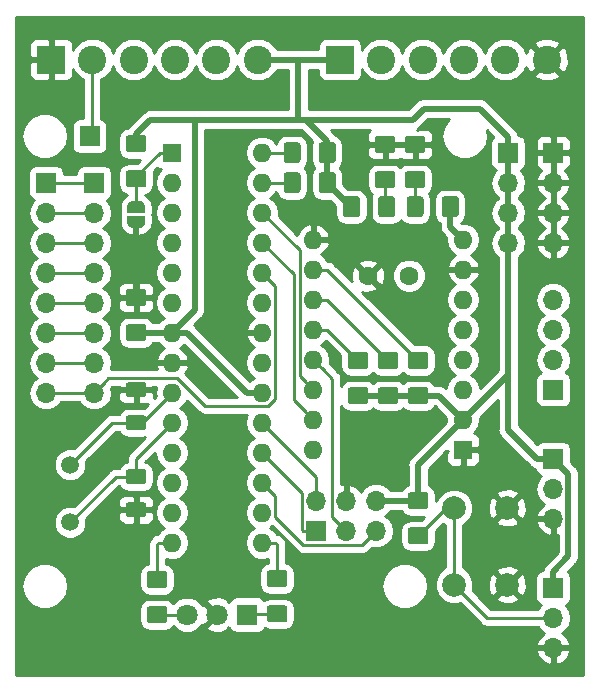
<source format=gbr>
G04 #@! TF.GenerationSoftware,KiCad,Pcbnew,5.0.2-bee76a0~70~ubuntu16.04.1*
G04 #@! TF.CreationDate,2019-03-04T23:23:01-05:00*
G04 #@! TF.ProjectId,Unified,556e6966-6965-4642-9e6b-696361645f70,rev?*
G04 #@! TF.SameCoordinates,Original*
G04 #@! TF.FileFunction,Copper,L1,Top*
G04 #@! TF.FilePolarity,Positive*
%FSLAX46Y46*%
G04 Gerber Fmt 4.6, Leading zero omitted, Abs format (unit mm)*
G04 Created by KiCad (PCBNEW 5.0.2-bee76a0~70~ubuntu16.04.1) date Mon 04 Mar 2019 11:23:01 PM EST*
%MOMM*%
%LPD*%
G01*
G04 APERTURE LIST*
G04 #@! TA.AperFunction,ComponentPad*
%ADD10R,1.600000X1.600000*%
G04 #@! TD*
G04 #@! TA.AperFunction,ComponentPad*
%ADD11O,1.600000X1.600000*%
G04 #@! TD*
G04 #@! TA.AperFunction,Conductor*
%ADD12C,0.100000*%
G04 #@! TD*
G04 #@! TA.AperFunction,SMDPad,CuDef*
%ADD13C,1.425000*%
G04 #@! TD*
G04 #@! TA.AperFunction,ComponentPad*
%ADD14C,1.600000*%
G04 #@! TD*
G04 #@! TA.AperFunction,ComponentPad*
%ADD15R,1.800000X1.800000*%
G04 #@! TD*
G04 #@! TA.AperFunction,ComponentPad*
%ADD16C,1.800000*%
G04 #@! TD*
G04 #@! TA.AperFunction,ComponentPad*
%ADD17R,2.400000X2.400000*%
G04 #@! TD*
G04 #@! TA.AperFunction,ComponentPad*
%ADD18C,2.400000*%
G04 #@! TD*
G04 #@! TA.AperFunction,ComponentPad*
%ADD19R,1.700000X1.700000*%
G04 #@! TD*
G04 #@! TA.AperFunction,ComponentPad*
%ADD20O,1.700000X1.700000*%
G04 #@! TD*
G04 #@! TA.AperFunction,SMDPad,CuDef*
%ADD21C,0.500000*%
G04 #@! TD*
G04 #@! TA.AperFunction,ComponentPad*
%ADD22C,2.000000*%
G04 #@! TD*
G04 #@! TA.AperFunction,ComponentPad*
%ADD23C,1.500000*%
G04 #@! TD*
G04 #@! TA.AperFunction,SMDPad,CuDef*
%ADD24C,1.250000*%
G04 #@! TD*
G04 #@! TA.AperFunction,Conductor*
%ADD25C,0.500000*%
G04 #@! TD*
G04 #@! TA.AperFunction,Conductor*
%ADD26C,0.250000*%
G04 #@! TD*
G04 #@! TA.AperFunction,Conductor*
%ADD27C,0.254000*%
G04 #@! TD*
G04 APERTURE END LIST*
D10*
G04 #@! TO.P,A1,1*
G04 #@! TO.N,GND*
X116078000Y-94488000D03*
D11*
G04 #@! TO.P,A1,9*
X103378000Y-76708000D03*
G04 #@! TO.P,A1,2*
G04 #@! TO.N,+5V*
X116078000Y-91948000D03*
G04 #@! TO.P,A1,10*
G04 #@! TO.N,Net-(A1-Pad10)*
X103378000Y-79248000D03*
G04 #@! TO.P,A1,3*
G04 #@! TO.N,Net-(A1-Pad3)*
X116078000Y-89408000D03*
G04 #@! TO.P,A1,11*
G04 #@! TO.N,Net-(A1-Pad11)*
X103378000Y-81788000D03*
G04 #@! TO.P,A1,4*
G04 #@! TO.N,Net-(A1-Pad4)*
X116078000Y-86868000D03*
G04 #@! TO.P,A1,12*
G04 #@! TO.N,Net-(A1-Pad12)*
X103378000Y-84328000D03*
G04 #@! TO.P,A1,5*
G04 #@! TO.N,Net-(A1-Pad5)*
X116078000Y-84328000D03*
G04 #@! TO.P,A1,13*
G04 #@! TO.N,/A4988_RESET*
X103378000Y-86868000D03*
G04 #@! TO.P,A1,6*
G04 #@! TO.N,Net-(A1-Pad6)*
X116078000Y-81788000D03*
G04 #@! TO.P,A1,14*
G04 #@! TO.N,/A4988_SLEEP*
X103378000Y-89408000D03*
G04 #@! TO.P,A1,7*
G04 #@! TO.N,GND*
X116078000Y-79248000D03*
G04 #@! TO.P,A1,15*
G04 #@! TO.N,/A4988_STEP*
X103378000Y-91948000D03*
G04 #@! TO.P,A1,8*
G04 #@! TO.N,+12V*
X116078000Y-76708000D03*
G04 #@! TO.P,A1,16*
G04 #@! TO.N,/A4988_DIR*
X103378000Y-94488000D03*
G04 #@! TD*
D12*
G04 #@! TO.N,+5V*
G04 #@! TO.C,C3*
G36*
X89041504Y-83870704D02*
X89065773Y-83874304D01*
X89089571Y-83880265D01*
X89112671Y-83888530D01*
X89134849Y-83899020D01*
X89155893Y-83911633D01*
X89175598Y-83926247D01*
X89193777Y-83942723D01*
X89210253Y-83960902D01*
X89224867Y-83980607D01*
X89237480Y-84001651D01*
X89247970Y-84023829D01*
X89256235Y-84046929D01*
X89262196Y-84070727D01*
X89265796Y-84094996D01*
X89267000Y-84119500D01*
X89267000Y-85044500D01*
X89265796Y-85069004D01*
X89262196Y-85093273D01*
X89256235Y-85117071D01*
X89247970Y-85140171D01*
X89237480Y-85162349D01*
X89224867Y-85183393D01*
X89210253Y-85203098D01*
X89193777Y-85221277D01*
X89175598Y-85237753D01*
X89155893Y-85252367D01*
X89134849Y-85264980D01*
X89112671Y-85275470D01*
X89089571Y-85283735D01*
X89065773Y-85289696D01*
X89041504Y-85293296D01*
X89017000Y-85294500D01*
X87767000Y-85294500D01*
X87742496Y-85293296D01*
X87718227Y-85289696D01*
X87694429Y-85283735D01*
X87671329Y-85275470D01*
X87649151Y-85264980D01*
X87628107Y-85252367D01*
X87608402Y-85237753D01*
X87590223Y-85221277D01*
X87573747Y-85203098D01*
X87559133Y-85183393D01*
X87546520Y-85162349D01*
X87536030Y-85140171D01*
X87527765Y-85117071D01*
X87521804Y-85093273D01*
X87518204Y-85069004D01*
X87517000Y-85044500D01*
X87517000Y-84119500D01*
X87518204Y-84094996D01*
X87521804Y-84070727D01*
X87527765Y-84046929D01*
X87536030Y-84023829D01*
X87546520Y-84001651D01*
X87559133Y-83980607D01*
X87573747Y-83960902D01*
X87590223Y-83942723D01*
X87608402Y-83926247D01*
X87628107Y-83911633D01*
X87649151Y-83899020D01*
X87671329Y-83888530D01*
X87694429Y-83880265D01*
X87718227Y-83874304D01*
X87742496Y-83870704D01*
X87767000Y-83869500D01*
X89017000Y-83869500D01*
X89041504Y-83870704D01*
X89041504Y-83870704D01*
G37*
D13*
G04 #@! TD*
G04 #@! TO.P,C3,1*
G04 #@! TO.N,+5V*
X88392000Y-84582000D03*
D12*
G04 #@! TO.N,GND*
G04 #@! TO.C,C3*
G36*
X89041504Y-80895704D02*
X89065773Y-80899304D01*
X89089571Y-80905265D01*
X89112671Y-80913530D01*
X89134849Y-80924020D01*
X89155893Y-80936633D01*
X89175598Y-80951247D01*
X89193777Y-80967723D01*
X89210253Y-80985902D01*
X89224867Y-81005607D01*
X89237480Y-81026651D01*
X89247970Y-81048829D01*
X89256235Y-81071929D01*
X89262196Y-81095727D01*
X89265796Y-81119996D01*
X89267000Y-81144500D01*
X89267000Y-82069500D01*
X89265796Y-82094004D01*
X89262196Y-82118273D01*
X89256235Y-82142071D01*
X89247970Y-82165171D01*
X89237480Y-82187349D01*
X89224867Y-82208393D01*
X89210253Y-82228098D01*
X89193777Y-82246277D01*
X89175598Y-82262753D01*
X89155893Y-82277367D01*
X89134849Y-82289980D01*
X89112671Y-82300470D01*
X89089571Y-82308735D01*
X89065773Y-82314696D01*
X89041504Y-82318296D01*
X89017000Y-82319500D01*
X87767000Y-82319500D01*
X87742496Y-82318296D01*
X87718227Y-82314696D01*
X87694429Y-82308735D01*
X87671329Y-82300470D01*
X87649151Y-82289980D01*
X87628107Y-82277367D01*
X87608402Y-82262753D01*
X87590223Y-82246277D01*
X87573747Y-82228098D01*
X87559133Y-82208393D01*
X87546520Y-82187349D01*
X87536030Y-82165171D01*
X87527765Y-82142071D01*
X87521804Y-82118273D01*
X87518204Y-82094004D01*
X87517000Y-82069500D01*
X87517000Y-81144500D01*
X87518204Y-81119996D01*
X87521804Y-81095727D01*
X87527765Y-81071929D01*
X87536030Y-81048829D01*
X87546520Y-81026651D01*
X87559133Y-81005607D01*
X87573747Y-80985902D01*
X87590223Y-80967723D01*
X87608402Y-80951247D01*
X87628107Y-80936633D01*
X87649151Y-80924020D01*
X87671329Y-80913530D01*
X87694429Y-80905265D01*
X87718227Y-80899304D01*
X87742496Y-80895704D01*
X87767000Y-80894500D01*
X89017000Y-80894500D01*
X89041504Y-80895704D01*
X89041504Y-80895704D01*
G37*
D13*
G04 #@! TD*
G04 #@! TO.P,C3,2*
G04 #@! TO.N,GND*
X88392000Y-81607000D03*
D14*
G04 #@! TO.P,C4,1*
G04 #@! TO.N,+12V*
X111506000Y-79756000D03*
G04 #@! TO.P,C4,2*
G04 #@! TO.N,GND*
X108006000Y-79756000D03*
G04 #@! TD*
D12*
G04 #@! TO.N,GND*
G04 #@! TO.C,D1*
G36*
X110123504Y-67941704D02*
X110147773Y-67945304D01*
X110171571Y-67951265D01*
X110194671Y-67959530D01*
X110216849Y-67970020D01*
X110237893Y-67982633D01*
X110257598Y-67997247D01*
X110275777Y-68013723D01*
X110292253Y-68031902D01*
X110306867Y-68051607D01*
X110319480Y-68072651D01*
X110329970Y-68094829D01*
X110338235Y-68117929D01*
X110344196Y-68141727D01*
X110347796Y-68165996D01*
X110349000Y-68190500D01*
X110349000Y-69115500D01*
X110347796Y-69140004D01*
X110344196Y-69164273D01*
X110338235Y-69188071D01*
X110329970Y-69211171D01*
X110319480Y-69233349D01*
X110306867Y-69254393D01*
X110292253Y-69274098D01*
X110275777Y-69292277D01*
X110257598Y-69308753D01*
X110237893Y-69323367D01*
X110216849Y-69335980D01*
X110194671Y-69346470D01*
X110171571Y-69354735D01*
X110147773Y-69360696D01*
X110123504Y-69364296D01*
X110099000Y-69365500D01*
X108849000Y-69365500D01*
X108824496Y-69364296D01*
X108800227Y-69360696D01*
X108776429Y-69354735D01*
X108753329Y-69346470D01*
X108731151Y-69335980D01*
X108710107Y-69323367D01*
X108690402Y-69308753D01*
X108672223Y-69292277D01*
X108655747Y-69274098D01*
X108641133Y-69254393D01*
X108628520Y-69233349D01*
X108618030Y-69211171D01*
X108609765Y-69188071D01*
X108603804Y-69164273D01*
X108600204Y-69140004D01*
X108599000Y-69115500D01*
X108599000Y-68190500D01*
X108600204Y-68165996D01*
X108603804Y-68141727D01*
X108609765Y-68117929D01*
X108618030Y-68094829D01*
X108628520Y-68072651D01*
X108641133Y-68051607D01*
X108655747Y-68031902D01*
X108672223Y-68013723D01*
X108690402Y-67997247D01*
X108710107Y-67982633D01*
X108731151Y-67970020D01*
X108753329Y-67959530D01*
X108776429Y-67951265D01*
X108800227Y-67945304D01*
X108824496Y-67941704D01*
X108849000Y-67940500D01*
X110099000Y-67940500D01*
X110123504Y-67941704D01*
X110123504Y-67941704D01*
G37*
D13*
G04 #@! TD*
G04 #@! TO.P,D1,1*
G04 #@! TO.N,GND*
X109474000Y-68653000D03*
D12*
G04 #@! TO.N,Net-(D1-Pad2)*
G04 #@! TO.C,D1*
G36*
X110123504Y-70916704D02*
X110147773Y-70920304D01*
X110171571Y-70926265D01*
X110194671Y-70934530D01*
X110216849Y-70945020D01*
X110237893Y-70957633D01*
X110257598Y-70972247D01*
X110275777Y-70988723D01*
X110292253Y-71006902D01*
X110306867Y-71026607D01*
X110319480Y-71047651D01*
X110329970Y-71069829D01*
X110338235Y-71092929D01*
X110344196Y-71116727D01*
X110347796Y-71140996D01*
X110349000Y-71165500D01*
X110349000Y-72090500D01*
X110347796Y-72115004D01*
X110344196Y-72139273D01*
X110338235Y-72163071D01*
X110329970Y-72186171D01*
X110319480Y-72208349D01*
X110306867Y-72229393D01*
X110292253Y-72249098D01*
X110275777Y-72267277D01*
X110257598Y-72283753D01*
X110237893Y-72298367D01*
X110216849Y-72310980D01*
X110194671Y-72321470D01*
X110171571Y-72329735D01*
X110147773Y-72335696D01*
X110123504Y-72339296D01*
X110099000Y-72340500D01*
X108849000Y-72340500D01*
X108824496Y-72339296D01*
X108800227Y-72335696D01*
X108776429Y-72329735D01*
X108753329Y-72321470D01*
X108731151Y-72310980D01*
X108710107Y-72298367D01*
X108690402Y-72283753D01*
X108672223Y-72267277D01*
X108655747Y-72249098D01*
X108641133Y-72229393D01*
X108628520Y-72208349D01*
X108618030Y-72186171D01*
X108609765Y-72163071D01*
X108603804Y-72139273D01*
X108600204Y-72115004D01*
X108599000Y-72090500D01*
X108599000Y-71165500D01*
X108600204Y-71140996D01*
X108603804Y-71116727D01*
X108609765Y-71092929D01*
X108618030Y-71069829D01*
X108628520Y-71047651D01*
X108641133Y-71026607D01*
X108655747Y-71006902D01*
X108672223Y-70988723D01*
X108690402Y-70972247D01*
X108710107Y-70957633D01*
X108731151Y-70945020D01*
X108753329Y-70934530D01*
X108776429Y-70926265D01*
X108800227Y-70920304D01*
X108824496Y-70916704D01*
X108849000Y-70915500D01*
X110099000Y-70915500D01*
X110123504Y-70916704D01*
X110123504Y-70916704D01*
G37*
D13*
G04 #@! TD*
G04 #@! TO.P,D1,2*
G04 #@! TO.N,Net-(D1-Pad2)*
X109474000Y-71628000D03*
D15*
G04 #@! TO.P,D2,1*
G04 #@! TO.N,Net-(D2-Pad1)*
X97790000Y-108458000D03*
D16*
G04 #@! TO.P,D2,2*
G04 #@! TO.N,GND*
X95250000Y-108458000D03*
G04 #@! TO.P,D2,3*
G04 #@! TO.N,Net-(D2-Pad3)*
X92710000Y-108458000D03*
G04 #@! TD*
D17*
G04 #@! TO.P,J1,1*
G04 #@! TO.N,GND*
X81194000Y-61468000D03*
D18*
G04 #@! TO.P,J1,2*
G04 #@! TO.N,/SPARE_IN*
X84694000Y-61468000D03*
G04 #@! TO.P,J1,3*
G04 #@! TO.N,/SDA*
X88194000Y-61468000D03*
G04 #@! TO.P,J1,4*
G04 #@! TO.N,/SCL*
X91694000Y-61468000D03*
G04 #@! TO.P,J1,5*
G04 #@! TO.N,+12V*
X95194000Y-61468000D03*
G04 #@! TO.P,J1,6*
G04 #@! TO.N,+5V*
X98694000Y-61468000D03*
G04 #@! TD*
G04 #@! TO.P,J2,6*
G04 #@! TO.N,GND*
X123164000Y-61468000D03*
G04 #@! TO.P,J2,5*
G04 #@! TO.N,/SPARE_IN*
X119664000Y-61468000D03*
G04 #@! TO.P,J2,4*
G04 #@! TO.N,/SDA*
X116164000Y-61468000D03*
G04 #@! TO.P,J2,3*
G04 #@! TO.N,/SCL*
X112664000Y-61468000D03*
G04 #@! TO.P,J2,2*
G04 #@! TO.N,+12V*
X109164000Y-61468000D03*
D17*
G04 #@! TO.P,J2,1*
G04 #@! TO.N,+5V*
X105664000Y-61468000D03*
G04 #@! TD*
D19*
G04 #@! TO.P,J3,1*
G04 #@! TO.N,/SPARE_IN*
X84455000Y-67945000D03*
G04 #@! TD*
G04 #@! TO.P,J4,1*
G04 #@! TO.N,/MISO*
X103632000Y-101346000D03*
D20*
G04 #@! TO.P,J4,2*
G04 #@! TO.N,/SCK*
X103632000Y-98806000D03*
G04 #@! TO.P,J4,3*
G04 #@! TO.N,/A4988_RESET*
X106172000Y-101346000D03*
G04 #@! TO.P,J4,4*
G04 #@! TO.N,GND*
X106172000Y-98806000D03*
G04 #@! TO.P,J4,5*
G04 #@! TO.N,/MOSI*
X108712000Y-101346000D03*
G04 #@! TO.P,J4,6*
G04 #@! TO.N,+5V*
X108712000Y-98806000D03*
G04 #@! TD*
G04 #@! TO.P,J5,3*
G04 #@! TO.N,GND*
X123698000Y-111252000D03*
G04 #@! TO.P,J5,2*
G04 #@! TO.N,/SWITCH*
X123698000Y-108712000D03*
D19*
G04 #@! TO.P,J5,1*
G04 #@! TO.N,+5V*
X123698000Y-106172000D03*
G04 #@! TD*
G04 #@! TO.P,J6,1*
G04 #@! TO.N,+5V*
X123698000Y-95250000D03*
D20*
G04 #@! TO.P,J6,2*
G04 #@! TO.N,/HALL_SENSOR*
X123698000Y-97790000D03*
G04 #@! TO.P,J6,3*
G04 #@! TO.N,GND*
X123698000Y-100330000D03*
G04 #@! TD*
D19*
G04 #@! TO.P,J8,1*
G04 #@! TO.N,/SPARE_A*
X84836000Y-71882000D03*
D20*
G04 #@! TO.P,J8,2*
G04 #@! TO.N,/SPARE_B*
X84836000Y-74422000D03*
G04 #@! TO.P,J8,3*
G04 #@! TO.N,/SPARE_C*
X84836000Y-76962000D03*
G04 #@! TO.P,J8,4*
G04 #@! TO.N,/SPARE_D*
X84836000Y-79502000D03*
G04 #@! TO.P,J8,5*
G04 #@! TO.N,/SPARE_E*
X84836000Y-82042000D03*
G04 #@! TO.P,J8,6*
G04 #@! TO.N,/SPARE_F*
X84836000Y-84582000D03*
G04 #@! TO.P,J8,7*
G04 #@! TO.N,/SPARE_G*
X84836000Y-87122000D03*
G04 #@! TO.P,J8,8*
G04 #@! TO.N,/SPARE_AN_A*
X84836000Y-89662000D03*
G04 #@! TD*
D21*
G04 #@! TO.P,JP1,1*
G04 #@! TO.N,/A4988_RESET*
X88392000Y-73914000D03*
D12*
G04 #@! TD*
G04 #@! TO.N,/A4988_RESET*
G04 #@! TO.C,JP1*
G36*
X87642000Y-74414000D02*
X87642000Y-73914000D01*
X87642602Y-73914000D01*
X87642602Y-73889466D01*
X87647412Y-73840635D01*
X87656984Y-73792510D01*
X87671228Y-73745555D01*
X87690005Y-73700222D01*
X87713136Y-73656949D01*
X87740396Y-73616150D01*
X87771524Y-73578221D01*
X87806221Y-73543524D01*
X87844150Y-73512396D01*
X87884949Y-73485136D01*
X87928222Y-73462005D01*
X87973555Y-73443228D01*
X88020510Y-73428984D01*
X88068635Y-73419412D01*
X88117466Y-73414602D01*
X88142000Y-73414602D01*
X88142000Y-73414000D01*
X88642000Y-73414000D01*
X88642000Y-73414602D01*
X88666534Y-73414602D01*
X88715365Y-73419412D01*
X88763490Y-73428984D01*
X88810445Y-73443228D01*
X88855778Y-73462005D01*
X88899051Y-73485136D01*
X88939850Y-73512396D01*
X88977779Y-73543524D01*
X89012476Y-73578221D01*
X89043604Y-73616150D01*
X89070864Y-73656949D01*
X89093995Y-73700222D01*
X89112772Y-73745555D01*
X89127016Y-73792510D01*
X89136588Y-73840635D01*
X89141398Y-73889466D01*
X89141398Y-73914000D01*
X89142000Y-73914000D01*
X89142000Y-74414000D01*
X87642000Y-74414000D01*
X87642000Y-74414000D01*
G37*
D21*
G04 #@! TO.P,JP1,2*
G04 #@! TO.N,GND*
X88392000Y-75214000D03*
D12*
G04 #@! TD*
G04 #@! TO.N,GND*
G04 #@! TO.C,JP1*
G36*
X89141398Y-75214000D02*
X89141398Y-75238534D01*
X89136588Y-75287365D01*
X89127016Y-75335490D01*
X89112772Y-75382445D01*
X89093995Y-75427778D01*
X89070864Y-75471051D01*
X89043604Y-75511850D01*
X89012476Y-75549779D01*
X88977779Y-75584476D01*
X88939850Y-75615604D01*
X88899051Y-75642864D01*
X88855778Y-75665995D01*
X88810445Y-75684772D01*
X88763490Y-75699016D01*
X88715365Y-75708588D01*
X88666534Y-75713398D01*
X88642000Y-75713398D01*
X88642000Y-75714000D01*
X88142000Y-75714000D01*
X88142000Y-75713398D01*
X88117466Y-75713398D01*
X88068635Y-75708588D01*
X88020510Y-75699016D01*
X87973555Y-75684772D01*
X87928222Y-75665995D01*
X87884949Y-75642864D01*
X87844150Y-75615604D01*
X87806221Y-75584476D01*
X87771524Y-75549779D01*
X87740396Y-75511850D01*
X87713136Y-75471051D01*
X87690005Y-75427778D01*
X87671228Y-75382445D01*
X87656984Y-75335490D01*
X87647412Y-75287365D01*
X87642602Y-75238534D01*
X87642602Y-75214000D01*
X87642000Y-75214000D01*
X87642000Y-74714000D01*
X89142000Y-74714000D01*
X89142000Y-75214000D01*
X89141398Y-75214000D01*
X89141398Y-75214000D01*
G37*
G04 #@! TO.N,+5V*
G04 #@! TO.C,R1*
G36*
X107113004Y-73040204D02*
X107137273Y-73043804D01*
X107161071Y-73049765D01*
X107184171Y-73058030D01*
X107206349Y-73068520D01*
X107227393Y-73081133D01*
X107247098Y-73095747D01*
X107265277Y-73112223D01*
X107281753Y-73130402D01*
X107296367Y-73150107D01*
X107308980Y-73171151D01*
X107319470Y-73193329D01*
X107327735Y-73216429D01*
X107333696Y-73240227D01*
X107337296Y-73264496D01*
X107338500Y-73289000D01*
X107338500Y-74539000D01*
X107337296Y-74563504D01*
X107333696Y-74587773D01*
X107327735Y-74611571D01*
X107319470Y-74634671D01*
X107308980Y-74656849D01*
X107296367Y-74677893D01*
X107281753Y-74697598D01*
X107265277Y-74715777D01*
X107247098Y-74732253D01*
X107227393Y-74746867D01*
X107206349Y-74759480D01*
X107184171Y-74769970D01*
X107161071Y-74778235D01*
X107137273Y-74784196D01*
X107113004Y-74787796D01*
X107088500Y-74789000D01*
X106163500Y-74789000D01*
X106138996Y-74787796D01*
X106114727Y-74784196D01*
X106090929Y-74778235D01*
X106067829Y-74769970D01*
X106045651Y-74759480D01*
X106024607Y-74746867D01*
X106004902Y-74732253D01*
X105986723Y-74715777D01*
X105970247Y-74697598D01*
X105955633Y-74677893D01*
X105943020Y-74656849D01*
X105932530Y-74634671D01*
X105924265Y-74611571D01*
X105918304Y-74587773D01*
X105914704Y-74563504D01*
X105913500Y-74539000D01*
X105913500Y-73289000D01*
X105914704Y-73264496D01*
X105918304Y-73240227D01*
X105924265Y-73216429D01*
X105932530Y-73193329D01*
X105943020Y-73171151D01*
X105955633Y-73150107D01*
X105970247Y-73130402D01*
X105986723Y-73112223D01*
X106004902Y-73095747D01*
X106024607Y-73081133D01*
X106045651Y-73068520D01*
X106067829Y-73058030D01*
X106090929Y-73049765D01*
X106114727Y-73043804D01*
X106138996Y-73040204D01*
X106163500Y-73039000D01*
X107088500Y-73039000D01*
X107113004Y-73040204D01*
X107113004Y-73040204D01*
G37*
D13*
G04 #@! TD*
G04 #@! TO.P,R1,1*
G04 #@! TO.N,+5V*
X106626000Y-73914000D03*
D12*
G04 #@! TO.N,Net-(D1-Pad2)*
G04 #@! TO.C,R1*
G36*
X110088004Y-73040204D02*
X110112273Y-73043804D01*
X110136071Y-73049765D01*
X110159171Y-73058030D01*
X110181349Y-73068520D01*
X110202393Y-73081133D01*
X110222098Y-73095747D01*
X110240277Y-73112223D01*
X110256753Y-73130402D01*
X110271367Y-73150107D01*
X110283980Y-73171151D01*
X110294470Y-73193329D01*
X110302735Y-73216429D01*
X110308696Y-73240227D01*
X110312296Y-73264496D01*
X110313500Y-73289000D01*
X110313500Y-74539000D01*
X110312296Y-74563504D01*
X110308696Y-74587773D01*
X110302735Y-74611571D01*
X110294470Y-74634671D01*
X110283980Y-74656849D01*
X110271367Y-74677893D01*
X110256753Y-74697598D01*
X110240277Y-74715777D01*
X110222098Y-74732253D01*
X110202393Y-74746867D01*
X110181349Y-74759480D01*
X110159171Y-74769970D01*
X110136071Y-74778235D01*
X110112273Y-74784196D01*
X110088004Y-74787796D01*
X110063500Y-74789000D01*
X109138500Y-74789000D01*
X109113996Y-74787796D01*
X109089727Y-74784196D01*
X109065929Y-74778235D01*
X109042829Y-74769970D01*
X109020651Y-74759480D01*
X108999607Y-74746867D01*
X108979902Y-74732253D01*
X108961723Y-74715777D01*
X108945247Y-74697598D01*
X108930633Y-74677893D01*
X108918020Y-74656849D01*
X108907530Y-74634671D01*
X108899265Y-74611571D01*
X108893304Y-74587773D01*
X108889704Y-74563504D01*
X108888500Y-74539000D01*
X108888500Y-73289000D01*
X108889704Y-73264496D01*
X108893304Y-73240227D01*
X108899265Y-73216429D01*
X108907530Y-73193329D01*
X108918020Y-73171151D01*
X108930633Y-73150107D01*
X108945247Y-73130402D01*
X108961723Y-73112223D01*
X108979902Y-73095747D01*
X108999607Y-73081133D01*
X109020651Y-73068520D01*
X109042829Y-73058030D01*
X109065929Y-73049765D01*
X109089727Y-73043804D01*
X109113996Y-73040204D01*
X109138500Y-73039000D01*
X110063500Y-73039000D01*
X110088004Y-73040204D01*
X110088004Y-73040204D01*
G37*
D13*
G04 #@! TD*
G04 #@! TO.P,R1,2*
G04 #@! TO.N,Net-(D1-Pad2)*
X109601000Y-73914000D03*
D12*
G04 #@! TO.N,/A4988_RESET*
G04 #@! TO.C,R2*
G36*
X89041504Y-70843704D02*
X89065773Y-70847304D01*
X89089571Y-70853265D01*
X89112671Y-70861530D01*
X89134849Y-70872020D01*
X89155893Y-70884633D01*
X89175598Y-70899247D01*
X89193777Y-70915723D01*
X89210253Y-70933902D01*
X89224867Y-70953607D01*
X89237480Y-70974651D01*
X89247970Y-70996829D01*
X89256235Y-71019929D01*
X89262196Y-71043727D01*
X89265796Y-71067996D01*
X89267000Y-71092500D01*
X89267000Y-72017500D01*
X89265796Y-72042004D01*
X89262196Y-72066273D01*
X89256235Y-72090071D01*
X89247970Y-72113171D01*
X89237480Y-72135349D01*
X89224867Y-72156393D01*
X89210253Y-72176098D01*
X89193777Y-72194277D01*
X89175598Y-72210753D01*
X89155893Y-72225367D01*
X89134849Y-72237980D01*
X89112671Y-72248470D01*
X89089571Y-72256735D01*
X89065773Y-72262696D01*
X89041504Y-72266296D01*
X89017000Y-72267500D01*
X87767000Y-72267500D01*
X87742496Y-72266296D01*
X87718227Y-72262696D01*
X87694429Y-72256735D01*
X87671329Y-72248470D01*
X87649151Y-72237980D01*
X87628107Y-72225367D01*
X87608402Y-72210753D01*
X87590223Y-72194277D01*
X87573747Y-72176098D01*
X87559133Y-72156393D01*
X87546520Y-72135349D01*
X87536030Y-72113171D01*
X87527765Y-72090071D01*
X87521804Y-72066273D01*
X87518204Y-72042004D01*
X87517000Y-72017500D01*
X87517000Y-71092500D01*
X87518204Y-71067996D01*
X87521804Y-71043727D01*
X87527765Y-71019929D01*
X87536030Y-70996829D01*
X87546520Y-70974651D01*
X87559133Y-70953607D01*
X87573747Y-70933902D01*
X87590223Y-70915723D01*
X87608402Y-70899247D01*
X87628107Y-70884633D01*
X87649151Y-70872020D01*
X87671329Y-70861530D01*
X87694429Y-70853265D01*
X87718227Y-70847304D01*
X87742496Y-70843704D01*
X87767000Y-70842500D01*
X89017000Y-70842500D01*
X89041504Y-70843704D01*
X89041504Y-70843704D01*
G37*
D13*
G04 #@! TD*
G04 #@! TO.P,R2,2*
G04 #@! TO.N,/A4988_RESET*
X88392000Y-71555000D03*
D12*
G04 #@! TO.N,+5V*
G04 #@! TO.C,R2*
G36*
X89041504Y-67868704D02*
X89065773Y-67872304D01*
X89089571Y-67878265D01*
X89112671Y-67886530D01*
X89134849Y-67897020D01*
X89155893Y-67909633D01*
X89175598Y-67924247D01*
X89193777Y-67940723D01*
X89210253Y-67958902D01*
X89224867Y-67978607D01*
X89237480Y-67999651D01*
X89247970Y-68021829D01*
X89256235Y-68044929D01*
X89262196Y-68068727D01*
X89265796Y-68092996D01*
X89267000Y-68117500D01*
X89267000Y-69042500D01*
X89265796Y-69067004D01*
X89262196Y-69091273D01*
X89256235Y-69115071D01*
X89247970Y-69138171D01*
X89237480Y-69160349D01*
X89224867Y-69181393D01*
X89210253Y-69201098D01*
X89193777Y-69219277D01*
X89175598Y-69235753D01*
X89155893Y-69250367D01*
X89134849Y-69262980D01*
X89112671Y-69273470D01*
X89089571Y-69281735D01*
X89065773Y-69287696D01*
X89041504Y-69291296D01*
X89017000Y-69292500D01*
X87767000Y-69292500D01*
X87742496Y-69291296D01*
X87718227Y-69287696D01*
X87694429Y-69281735D01*
X87671329Y-69273470D01*
X87649151Y-69262980D01*
X87628107Y-69250367D01*
X87608402Y-69235753D01*
X87590223Y-69219277D01*
X87573747Y-69201098D01*
X87559133Y-69181393D01*
X87546520Y-69160349D01*
X87536030Y-69138171D01*
X87527765Y-69115071D01*
X87521804Y-69091273D01*
X87518204Y-69067004D01*
X87517000Y-69042500D01*
X87517000Y-68117500D01*
X87518204Y-68092996D01*
X87521804Y-68068727D01*
X87527765Y-68044929D01*
X87536030Y-68021829D01*
X87546520Y-67999651D01*
X87559133Y-67978607D01*
X87573747Y-67958902D01*
X87590223Y-67940723D01*
X87608402Y-67924247D01*
X87628107Y-67909633D01*
X87649151Y-67897020D01*
X87671329Y-67886530D01*
X87694429Y-67878265D01*
X87718227Y-67872304D01*
X87742496Y-67868704D01*
X87767000Y-67867500D01*
X89017000Y-67867500D01*
X89041504Y-67868704D01*
X89041504Y-67868704D01*
G37*
D13*
G04 #@! TD*
G04 #@! TO.P,R2,1*
G04 #@! TO.N,+5V*
X88392000Y-68580000D03*
D12*
G04 #@! TO.N,/STATUS_R*
G04 #@! TO.C,R3*
G36*
X90819504Y-104771704D02*
X90843773Y-104775304D01*
X90867571Y-104781265D01*
X90890671Y-104789530D01*
X90912849Y-104800020D01*
X90933893Y-104812633D01*
X90953598Y-104827247D01*
X90971777Y-104843723D01*
X90988253Y-104861902D01*
X91002867Y-104881607D01*
X91015480Y-104902651D01*
X91025970Y-104924829D01*
X91034235Y-104947929D01*
X91040196Y-104971727D01*
X91043796Y-104995996D01*
X91045000Y-105020500D01*
X91045000Y-105945500D01*
X91043796Y-105970004D01*
X91040196Y-105994273D01*
X91034235Y-106018071D01*
X91025970Y-106041171D01*
X91015480Y-106063349D01*
X91002867Y-106084393D01*
X90988253Y-106104098D01*
X90971777Y-106122277D01*
X90953598Y-106138753D01*
X90933893Y-106153367D01*
X90912849Y-106165980D01*
X90890671Y-106176470D01*
X90867571Y-106184735D01*
X90843773Y-106190696D01*
X90819504Y-106194296D01*
X90795000Y-106195500D01*
X89545000Y-106195500D01*
X89520496Y-106194296D01*
X89496227Y-106190696D01*
X89472429Y-106184735D01*
X89449329Y-106176470D01*
X89427151Y-106165980D01*
X89406107Y-106153367D01*
X89386402Y-106138753D01*
X89368223Y-106122277D01*
X89351747Y-106104098D01*
X89337133Y-106084393D01*
X89324520Y-106063349D01*
X89314030Y-106041171D01*
X89305765Y-106018071D01*
X89299804Y-105994273D01*
X89296204Y-105970004D01*
X89295000Y-105945500D01*
X89295000Y-105020500D01*
X89296204Y-104995996D01*
X89299804Y-104971727D01*
X89305765Y-104947929D01*
X89314030Y-104924829D01*
X89324520Y-104902651D01*
X89337133Y-104881607D01*
X89351747Y-104861902D01*
X89368223Y-104843723D01*
X89386402Y-104827247D01*
X89406107Y-104812633D01*
X89427151Y-104800020D01*
X89449329Y-104789530D01*
X89472429Y-104781265D01*
X89496227Y-104775304D01*
X89520496Y-104771704D01*
X89545000Y-104770500D01*
X90795000Y-104770500D01*
X90819504Y-104771704D01*
X90819504Y-104771704D01*
G37*
D13*
G04 #@! TD*
G04 #@! TO.P,R3,2*
G04 #@! TO.N,/STATUS_R*
X90170000Y-105483000D03*
D12*
G04 #@! TO.N,Net-(D2-Pad3)*
G04 #@! TO.C,R3*
G36*
X90819504Y-107746704D02*
X90843773Y-107750304D01*
X90867571Y-107756265D01*
X90890671Y-107764530D01*
X90912849Y-107775020D01*
X90933893Y-107787633D01*
X90953598Y-107802247D01*
X90971777Y-107818723D01*
X90988253Y-107836902D01*
X91002867Y-107856607D01*
X91015480Y-107877651D01*
X91025970Y-107899829D01*
X91034235Y-107922929D01*
X91040196Y-107946727D01*
X91043796Y-107970996D01*
X91045000Y-107995500D01*
X91045000Y-108920500D01*
X91043796Y-108945004D01*
X91040196Y-108969273D01*
X91034235Y-108993071D01*
X91025970Y-109016171D01*
X91015480Y-109038349D01*
X91002867Y-109059393D01*
X90988253Y-109079098D01*
X90971777Y-109097277D01*
X90953598Y-109113753D01*
X90933893Y-109128367D01*
X90912849Y-109140980D01*
X90890671Y-109151470D01*
X90867571Y-109159735D01*
X90843773Y-109165696D01*
X90819504Y-109169296D01*
X90795000Y-109170500D01*
X89545000Y-109170500D01*
X89520496Y-109169296D01*
X89496227Y-109165696D01*
X89472429Y-109159735D01*
X89449329Y-109151470D01*
X89427151Y-109140980D01*
X89406107Y-109128367D01*
X89386402Y-109113753D01*
X89368223Y-109097277D01*
X89351747Y-109079098D01*
X89337133Y-109059393D01*
X89324520Y-109038349D01*
X89314030Y-109016171D01*
X89305765Y-108993071D01*
X89299804Y-108969273D01*
X89296204Y-108945004D01*
X89295000Y-108920500D01*
X89295000Y-107995500D01*
X89296204Y-107970996D01*
X89299804Y-107946727D01*
X89305765Y-107922929D01*
X89314030Y-107899829D01*
X89324520Y-107877651D01*
X89337133Y-107856607D01*
X89351747Y-107836902D01*
X89368223Y-107818723D01*
X89386402Y-107802247D01*
X89406107Y-107787633D01*
X89427151Y-107775020D01*
X89449329Y-107764530D01*
X89472429Y-107756265D01*
X89496227Y-107750304D01*
X89520496Y-107746704D01*
X89545000Y-107745500D01*
X90795000Y-107745500D01*
X90819504Y-107746704D01*
X90819504Y-107746704D01*
G37*
D13*
G04 #@! TD*
G04 #@! TO.P,R3,1*
G04 #@! TO.N,Net-(D2-Pad3)*
X90170000Y-108458000D03*
D12*
G04 #@! TO.N,Net-(D2-Pad1)*
G04 #@! TO.C,R4*
G36*
X100979504Y-107673704D02*
X101003773Y-107677304D01*
X101027571Y-107683265D01*
X101050671Y-107691530D01*
X101072849Y-107702020D01*
X101093893Y-107714633D01*
X101113598Y-107729247D01*
X101131777Y-107745723D01*
X101148253Y-107763902D01*
X101162867Y-107783607D01*
X101175480Y-107804651D01*
X101185970Y-107826829D01*
X101194235Y-107849929D01*
X101200196Y-107873727D01*
X101203796Y-107897996D01*
X101205000Y-107922500D01*
X101205000Y-108847500D01*
X101203796Y-108872004D01*
X101200196Y-108896273D01*
X101194235Y-108920071D01*
X101185970Y-108943171D01*
X101175480Y-108965349D01*
X101162867Y-108986393D01*
X101148253Y-109006098D01*
X101131777Y-109024277D01*
X101113598Y-109040753D01*
X101093893Y-109055367D01*
X101072849Y-109067980D01*
X101050671Y-109078470D01*
X101027571Y-109086735D01*
X101003773Y-109092696D01*
X100979504Y-109096296D01*
X100955000Y-109097500D01*
X99705000Y-109097500D01*
X99680496Y-109096296D01*
X99656227Y-109092696D01*
X99632429Y-109086735D01*
X99609329Y-109078470D01*
X99587151Y-109067980D01*
X99566107Y-109055367D01*
X99546402Y-109040753D01*
X99528223Y-109024277D01*
X99511747Y-109006098D01*
X99497133Y-108986393D01*
X99484520Y-108965349D01*
X99474030Y-108943171D01*
X99465765Y-108920071D01*
X99459804Y-108896273D01*
X99456204Y-108872004D01*
X99455000Y-108847500D01*
X99455000Y-107922500D01*
X99456204Y-107897996D01*
X99459804Y-107873727D01*
X99465765Y-107849929D01*
X99474030Y-107826829D01*
X99484520Y-107804651D01*
X99497133Y-107783607D01*
X99511747Y-107763902D01*
X99528223Y-107745723D01*
X99546402Y-107729247D01*
X99566107Y-107714633D01*
X99587151Y-107702020D01*
X99609329Y-107691530D01*
X99632429Y-107683265D01*
X99656227Y-107677304D01*
X99680496Y-107673704D01*
X99705000Y-107672500D01*
X100955000Y-107672500D01*
X100979504Y-107673704D01*
X100979504Y-107673704D01*
G37*
D13*
G04 #@! TD*
G04 #@! TO.P,R4,1*
G04 #@! TO.N,Net-(D2-Pad1)*
X100330000Y-108385000D03*
D12*
G04 #@! TO.N,/STATUS_G*
G04 #@! TO.C,R4*
G36*
X100979504Y-104698704D02*
X101003773Y-104702304D01*
X101027571Y-104708265D01*
X101050671Y-104716530D01*
X101072849Y-104727020D01*
X101093893Y-104739633D01*
X101113598Y-104754247D01*
X101131777Y-104770723D01*
X101148253Y-104788902D01*
X101162867Y-104808607D01*
X101175480Y-104829651D01*
X101185970Y-104851829D01*
X101194235Y-104874929D01*
X101200196Y-104898727D01*
X101203796Y-104922996D01*
X101205000Y-104947500D01*
X101205000Y-105872500D01*
X101203796Y-105897004D01*
X101200196Y-105921273D01*
X101194235Y-105945071D01*
X101185970Y-105968171D01*
X101175480Y-105990349D01*
X101162867Y-106011393D01*
X101148253Y-106031098D01*
X101131777Y-106049277D01*
X101113598Y-106065753D01*
X101093893Y-106080367D01*
X101072849Y-106092980D01*
X101050671Y-106103470D01*
X101027571Y-106111735D01*
X101003773Y-106117696D01*
X100979504Y-106121296D01*
X100955000Y-106122500D01*
X99705000Y-106122500D01*
X99680496Y-106121296D01*
X99656227Y-106117696D01*
X99632429Y-106111735D01*
X99609329Y-106103470D01*
X99587151Y-106092980D01*
X99566107Y-106080367D01*
X99546402Y-106065753D01*
X99528223Y-106049277D01*
X99511747Y-106031098D01*
X99497133Y-106011393D01*
X99484520Y-105990349D01*
X99474030Y-105968171D01*
X99465765Y-105945071D01*
X99459804Y-105921273D01*
X99456204Y-105897004D01*
X99455000Y-105872500D01*
X99455000Y-104947500D01*
X99456204Y-104922996D01*
X99459804Y-104898727D01*
X99465765Y-104874929D01*
X99474030Y-104851829D01*
X99484520Y-104829651D01*
X99497133Y-104808607D01*
X99511747Y-104788902D01*
X99528223Y-104770723D01*
X99546402Y-104754247D01*
X99566107Y-104739633D01*
X99587151Y-104727020D01*
X99609329Y-104716530D01*
X99632429Y-104708265D01*
X99656227Y-104702304D01*
X99680496Y-104698704D01*
X99705000Y-104697500D01*
X100955000Y-104697500D01*
X100979504Y-104698704D01*
X100979504Y-104698704D01*
G37*
D13*
G04 #@! TD*
G04 #@! TO.P,R4,2*
G04 #@! TO.N,/STATUS_G*
X100330000Y-105410000D03*
D12*
G04 #@! TO.N,/SWITCH*
G04 #@! TO.C,R5*
G36*
X112917504Y-101069704D02*
X112941773Y-101073304D01*
X112965571Y-101079265D01*
X112988671Y-101087530D01*
X113010849Y-101098020D01*
X113031893Y-101110633D01*
X113051598Y-101125247D01*
X113069777Y-101141723D01*
X113086253Y-101159902D01*
X113100867Y-101179607D01*
X113113480Y-101200651D01*
X113123970Y-101222829D01*
X113132235Y-101245929D01*
X113138196Y-101269727D01*
X113141796Y-101293996D01*
X113143000Y-101318500D01*
X113143000Y-102243500D01*
X113141796Y-102268004D01*
X113138196Y-102292273D01*
X113132235Y-102316071D01*
X113123970Y-102339171D01*
X113113480Y-102361349D01*
X113100867Y-102382393D01*
X113086253Y-102402098D01*
X113069777Y-102420277D01*
X113051598Y-102436753D01*
X113031893Y-102451367D01*
X113010849Y-102463980D01*
X112988671Y-102474470D01*
X112965571Y-102482735D01*
X112941773Y-102488696D01*
X112917504Y-102492296D01*
X112893000Y-102493500D01*
X111643000Y-102493500D01*
X111618496Y-102492296D01*
X111594227Y-102488696D01*
X111570429Y-102482735D01*
X111547329Y-102474470D01*
X111525151Y-102463980D01*
X111504107Y-102451367D01*
X111484402Y-102436753D01*
X111466223Y-102420277D01*
X111449747Y-102402098D01*
X111435133Y-102382393D01*
X111422520Y-102361349D01*
X111412030Y-102339171D01*
X111403765Y-102316071D01*
X111397804Y-102292273D01*
X111394204Y-102268004D01*
X111393000Y-102243500D01*
X111393000Y-101318500D01*
X111394204Y-101293996D01*
X111397804Y-101269727D01*
X111403765Y-101245929D01*
X111412030Y-101222829D01*
X111422520Y-101200651D01*
X111435133Y-101179607D01*
X111449747Y-101159902D01*
X111466223Y-101141723D01*
X111484402Y-101125247D01*
X111504107Y-101110633D01*
X111525151Y-101098020D01*
X111547329Y-101087530D01*
X111570429Y-101079265D01*
X111594227Y-101073304D01*
X111618496Y-101069704D01*
X111643000Y-101068500D01*
X112893000Y-101068500D01*
X112917504Y-101069704D01*
X112917504Y-101069704D01*
G37*
D13*
G04 #@! TD*
G04 #@! TO.P,R5,2*
G04 #@! TO.N,/SWITCH*
X112268000Y-101781000D03*
D12*
G04 #@! TO.N,+5V*
G04 #@! TO.C,R5*
G36*
X112917504Y-98094704D02*
X112941773Y-98098304D01*
X112965571Y-98104265D01*
X112988671Y-98112530D01*
X113010849Y-98123020D01*
X113031893Y-98135633D01*
X113051598Y-98150247D01*
X113069777Y-98166723D01*
X113086253Y-98184902D01*
X113100867Y-98204607D01*
X113113480Y-98225651D01*
X113123970Y-98247829D01*
X113132235Y-98270929D01*
X113138196Y-98294727D01*
X113141796Y-98318996D01*
X113143000Y-98343500D01*
X113143000Y-99268500D01*
X113141796Y-99293004D01*
X113138196Y-99317273D01*
X113132235Y-99341071D01*
X113123970Y-99364171D01*
X113113480Y-99386349D01*
X113100867Y-99407393D01*
X113086253Y-99427098D01*
X113069777Y-99445277D01*
X113051598Y-99461753D01*
X113031893Y-99476367D01*
X113010849Y-99488980D01*
X112988671Y-99499470D01*
X112965571Y-99507735D01*
X112941773Y-99513696D01*
X112917504Y-99517296D01*
X112893000Y-99518500D01*
X111643000Y-99518500D01*
X111618496Y-99517296D01*
X111594227Y-99513696D01*
X111570429Y-99507735D01*
X111547329Y-99499470D01*
X111525151Y-99488980D01*
X111504107Y-99476367D01*
X111484402Y-99461753D01*
X111466223Y-99445277D01*
X111449747Y-99427098D01*
X111435133Y-99407393D01*
X111422520Y-99386349D01*
X111412030Y-99364171D01*
X111403765Y-99341071D01*
X111397804Y-99317273D01*
X111394204Y-99293004D01*
X111393000Y-99268500D01*
X111393000Y-98343500D01*
X111394204Y-98318996D01*
X111397804Y-98294727D01*
X111403765Y-98270929D01*
X111412030Y-98247829D01*
X111422520Y-98225651D01*
X111435133Y-98204607D01*
X111449747Y-98184902D01*
X111466223Y-98166723D01*
X111484402Y-98150247D01*
X111504107Y-98135633D01*
X111525151Y-98123020D01*
X111547329Y-98112530D01*
X111570429Y-98104265D01*
X111594227Y-98098304D01*
X111618496Y-98094704D01*
X111643000Y-98093500D01*
X112893000Y-98093500D01*
X112917504Y-98094704D01*
X112917504Y-98094704D01*
G37*
D13*
G04 #@! TD*
G04 #@! TO.P,R5,1*
G04 #@! TO.N,+5V*
X112268000Y-98806000D03*
D22*
G04 #@! TO.P,SW1,2*
G04 #@! TO.N,GND*
X119816000Y-105918000D03*
G04 #@! TO.P,SW1,1*
G04 #@! TO.N,/SWITCH*
X115316000Y-105918000D03*
G04 #@! TO.P,SW1,2*
G04 #@! TO.N,GND*
X119816000Y-99418000D03*
G04 #@! TO.P,SW1,1*
G04 #@! TO.N,/SWITCH*
X115316000Y-99418000D03*
G04 #@! TD*
D10*
G04 #@! TO.P,U1,1*
G04 #@! TO.N,/A4988_RESET*
X91440000Y-69342000D03*
D11*
G04 #@! TO.P,U1,15*
G04 #@! TO.N,/STATUS_G*
X99060000Y-102362000D03*
G04 #@! TO.P,U1,2*
G04 #@! TO.N,/SPARE_A*
X91440000Y-71882000D03*
G04 #@! TO.P,U1,16*
G04 #@! TO.N,/A4988_DIR*
X99060000Y-99822000D03*
G04 #@! TO.P,U1,3*
G04 #@! TO.N,/SPARE_B*
X91440000Y-74422000D03*
G04 #@! TO.P,U1,17*
G04 #@! TO.N,/MOSI*
X99060000Y-97282000D03*
G04 #@! TO.P,U1,4*
G04 #@! TO.N,/SWITCH*
X91440000Y-76962000D03*
G04 #@! TO.P,U1,18*
G04 #@! TO.N,/MISO*
X99060000Y-94742000D03*
G04 #@! TO.P,U1,5*
G04 #@! TO.N,/SPARE_C*
X91440000Y-79502000D03*
G04 #@! TO.P,U1,19*
G04 #@! TO.N,/SCK*
X99060000Y-92202000D03*
G04 #@! TO.P,U1,6*
G04 #@! TO.N,/SPARE_D*
X91440000Y-82042000D03*
G04 #@! TO.P,U1,20*
G04 #@! TO.N,+5V*
X99060000Y-89662000D03*
G04 #@! TO.P,U1,7*
X91440000Y-84582000D03*
G04 #@! TO.P,U1,21*
G04 #@! TO.N,Net-(U1-Pad21)*
X99060000Y-87122000D03*
G04 #@! TO.P,U1,8*
G04 #@! TO.N,GND*
X91440000Y-87122000D03*
G04 #@! TO.P,U1,22*
X99060000Y-84582000D03*
G04 #@! TO.P,U1,9*
G04 #@! TO.N,/XTAL1*
X91440000Y-89662000D03*
G04 #@! TO.P,U1,23*
G04 #@! TO.N,/HALL_SENSOR*
X99060000Y-82042000D03*
G04 #@! TO.P,U1,10*
G04 #@! TO.N,/XTAL2*
X91440000Y-92202000D03*
G04 #@! TO.P,U1,24*
G04 #@! TO.N,/SPARE_AN_A*
X99060000Y-79502000D03*
G04 #@! TO.P,U1,11*
G04 #@! TO.N,/SPARE_E*
X91440000Y-94742000D03*
G04 #@! TO.P,U1,25*
G04 #@! TO.N,/A4988_STEP*
X99060000Y-76962000D03*
G04 #@! TO.P,U1,12*
G04 #@! TO.N,/SPARE_F*
X91440000Y-97282000D03*
G04 #@! TO.P,U1,26*
G04 #@! TO.N,/A4988_SLEEP*
X99060000Y-74422000D03*
G04 #@! TO.P,U1,13*
G04 #@! TO.N,/SPARE_G*
X91440000Y-99822000D03*
G04 #@! TO.P,U1,27*
G04 #@! TO.N,/SDA*
X99060000Y-71882000D03*
G04 #@! TO.P,U1,14*
G04 #@! TO.N,/STATUS_R*
X91440000Y-102362000D03*
G04 #@! TO.P,U1,28*
G04 #@! TO.N,/SCL*
X99060000Y-69342000D03*
G04 #@! TD*
D23*
G04 #@! TO.P,Y1,1*
G04 #@! TO.N,/XTAL1*
X82804000Y-95758000D03*
G04 #@! TO.P,Y1,2*
G04 #@! TO.N,/XTAL2*
X82804000Y-100638000D03*
G04 #@! TD*
D19*
G04 #@! TO.P,J11,1*
G04 #@! TO.N,Net-(A1-Pad3)*
X123698000Y-89408000D03*
D20*
G04 #@! TO.P,J11,2*
G04 #@! TO.N,Net-(A1-Pad4)*
X123698000Y-86868000D03*
G04 #@! TO.P,J11,3*
G04 #@! TO.N,Net-(A1-Pad5)*
X123698000Y-84328000D03*
G04 #@! TO.P,J11,4*
G04 #@! TO.N,Net-(A1-Pad6)*
X123698000Y-81788000D03*
G04 #@! TD*
D19*
G04 #@! TO.P,J10,1*
G04 #@! TO.N,/SPARE_A*
X80772000Y-71882000D03*
D20*
G04 #@! TO.P,J10,2*
G04 #@! TO.N,/SPARE_B*
X80772000Y-74422000D03*
G04 #@! TO.P,J10,3*
G04 #@! TO.N,/SPARE_C*
X80772000Y-76962000D03*
G04 #@! TO.P,J10,4*
G04 #@! TO.N,/SPARE_D*
X80772000Y-79502000D03*
G04 #@! TO.P,J10,5*
G04 #@! TO.N,/SPARE_E*
X80772000Y-82042000D03*
G04 #@! TO.P,J10,6*
G04 #@! TO.N,/SPARE_F*
X80772000Y-84582000D03*
G04 #@! TO.P,J10,7*
G04 #@! TO.N,/SPARE_G*
X80772000Y-87122000D03*
G04 #@! TO.P,J10,8*
G04 #@! TO.N,/SPARE_AN_A*
X80772000Y-89662000D03*
G04 #@! TD*
D12*
G04 #@! TO.N,GND*
G04 #@! TO.C,C1*
G36*
X89041504Y-88778204D02*
X89065773Y-88781804D01*
X89089571Y-88787765D01*
X89112671Y-88796030D01*
X89134849Y-88806520D01*
X89155893Y-88819133D01*
X89175598Y-88833747D01*
X89193777Y-88850223D01*
X89210253Y-88868402D01*
X89224867Y-88888107D01*
X89237480Y-88909151D01*
X89247970Y-88931329D01*
X89256235Y-88954429D01*
X89262196Y-88978227D01*
X89265796Y-89002496D01*
X89267000Y-89027000D01*
X89267000Y-89777000D01*
X89265796Y-89801504D01*
X89262196Y-89825773D01*
X89256235Y-89849571D01*
X89247970Y-89872671D01*
X89237480Y-89894849D01*
X89224867Y-89915893D01*
X89210253Y-89935598D01*
X89193777Y-89953777D01*
X89175598Y-89970253D01*
X89155893Y-89984867D01*
X89134849Y-89997480D01*
X89112671Y-90007970D01*
X89089571Y-90016235D01*
X89065773Y-90022196D01*
X89041504Y-90025796D01*
X89017000Y-90027000D01*
X87767000Y-90027000D01*
X87742496Y-90025796D01*
X87718227Y-90022196D01*
X87694429Y-90016235D01*
X87671329Y-90007970D01*
X87649151Y-89997480D01*
X87628107Y-89984867D01*
X87608402Y-89970253D01*
X87590223Y-89953777D01*
X87573747Y-89935598D01*
X87559133Y-89915893D01*
X87546520Y-89894849D01*
X87536030Y-89872671D01*
X87527765Y-89849571D01*
X87521804Y-89825773D01*
X87518204Y-89801504D01*
X87517000Y-89777000D01*
X87517000Y-89027000D01*
X87518204Y-89002496D01*
X87521804Y-88978227D01*
X87527765Y-88954429D01*
X87536030Y-88931329D01*
X87546520Y-88909151D01*
X87559133Y-88888107D01*
X87573747Y-88868402D01*
X87590223Y-88850223D01*
X87608402Y-88833747D01*
X87628107Y-88819133D01*
X87649151Y-88806520D01*
X87671329Y-88796030D01*
X87694429Y-88787765D01*
X87718227Y-88781804D01*
X87742496Y-88778204D01*
X87767000Y-88777000D01*
X89017000Y-88777000D01*
X89041504Y-88778204D01*
X89041504Y-88778204D01*
G37*
D24*
G04 #@! TD*
G04 #@! TO.P,C1,2*
G04 #@! TO.N,GND*
X88392000Y-89402000D03*
D12*
G04 #@! TO.N,/XTAL1*
G04 #@! TO.C,C1*
G36*
X89041504Y-91578204D02*
X89065773Y-91581804D01*
X89089571Y-91587765D01*
X89112671Y-91596030D01*
X89134849Y-91606520D01*
X89155893Y-91619133D01*
X89175598Y-91633747D01*
X89193777Y-91650223D01*
X89210253Y-91668402D01*
X89224867Y-91688107D01*
X89237480Y-91709151D01*
X89247970Y-91731329D01*
X89256235Y-91754429D01*
X89262196Y-91778227D01*
X89265796Y-91802496D01*
X89267000Y-91827000D01*
X89267000Y-92577000D01*
X89265796Y-92601504D01*
X89262196Y-92625773D01*
X89256235Y-92649571D01*
X89247970Y-92672671D01*
X89237480Y-92694849D01*
X89224867Y-92715893D01*
X89210253Y-92735598D01*
X89193777Y-92753777D01*
X89175598Y-92770253D01*
X89155893Y-92784867D01*
X89134849Y-92797480D01*
X89112671Y-92807970D01*
X89089571Y-92816235D01*
X89065773Y-92822196D01*
X89041504Y-92825796D01*
X89017000Y-92827000D01*
X87767000Y-92827000D01*
X87742496Y-92825796D01*
X87718227Y-92822196D01*
X87694429Y-92816235D01*
X87671329Y-92807970D01*
X87649151Y-92797480D01*
X87628107Y-92784867D01*
X87608402Y-92770253D01*
X87590223Y-92753777D01*
X87573747Y-92735598D01*
X87559133Y-92715893D01*
X87546520Y-92694849D01*
X87536030Y-92672671D01*
X87527765Y-92649571D01*
X87521804Y-92625773D01*
X87518204Y-92601504D01*
X87517000Y-92577000D01*
X87517000Y-91827000D01*
X87518204Y-91802496D01*
X87521804Y-91778227D01*
X87527765Y-91754429D01*
X87536030Y-91731329D01*
X87546520Y-91709151D01*
X87559133Y-91688107D01*
X87573747Y-91668402D01*
X87590223Y-91650223D01*
X87608402Y-91633747D01*
X87628107Y-91619133D01*
X87649151Y-91606520D01*
X87671329Y-91596030D01*
X87694429Y-91587765D01*
X87718227Y-91581804D01*
X87742496Y-91578204D01*
X87767000Y-91577000D01*
X89017000Y-91577000D01*
X89041504Y-91578204D01*
X89041504Y-91578204D01*
G37*
D24*
G04 #@! TD*
G04 #@! TO.P,C1,1*
G04 #@! TO.N,/XTAL1*
X88392000Y-92202000D03*
D12*
G04 #@! TO.N,/XTAL2*
G04 #@! TO.C,C2*
G36*
X89041504Y-96144204D02*
X89065773Y-96147804D01*
X89089571Y-96153765D01*
X89112671Y-96162030D01*
X89134849Y-96172520D01*
X89155893Y-96185133D01*
X89175598Y-96199747D01*
X89193777Y-96216223D01*
X89210253Y-96234402D01*
X89224867Y-96254107D01*
X89237480Y-96275151D01*
X89247970Y-96297329D01*
X89256235Y-96320429D01*
X89262196Y-96344227D01*
X89265796Y-96368496D01*
X89267000Y-96393000D01*
X89267000Y-97143000D01*
X89265796Y-97167504D01*
X89262196Y-97191773D01*
X89256235Y-97215571D01*
X89247970Y-97238671D01*
X89237480Y-97260849D01*
X89224867Y-97281893D01*
X89210253Y-97301598D01*
X89193777Y-97319777D01*
X89175598Y-97336253D01*
X89155893Y-97350867D01*
X89134849Y-97363480D01*
X89112671Y-97373970D01*
X89089571Y-97382235D01*
X89065773Y-97388196D01*
X89041504Y-97391796D01*
X89017000Y-97393000D01*
X87767000Y-97393000D01*
X87742496Y-97391796D01*
X87718227Y-97388196D01*
X87694429Y-97382235D01*
X87671329Y-97373970D01*
X87649151Y-97363480D01*
X87628107Y-97350867D01*
X87608402Y-97336253D01*
X87590223Y-97319777D01*
X87573747Y-97301598D01*
X87559133Y-97281893D01*
X87546520Y-97260849D01*
X87536030Y-97238671D01*
X87527765Y-97215571D01*
X87521804Y-97191773D01*
X87518204Y-97167504D01*
X87517000Y-97143000D01*
X87517000Y-96393000D01*
X87518204Y-96368496D01*
X87521804Y-96344227D01*
X87527765Y-96320429D01*
X87536030Y-96297329D01*
X87546520Y-96275151D01*
X87559133Y-96254107D01*
X87573747Y-96234402D01*
X87590223Y-96216223D01*
X87608402Y-96199747D01*
X87628107Y-96185133D01*
X87649151Y-96172520D01*
X87671329Y-96162030D01*
X87694429Y-96153765D01*
X87718227Y-96147804D01*
X87742496Y-96144204D01*
X87767000Y-96143000D01*
X89017000Y-96143000D01*
X89041504Y-96144204D01*
X89041504Y-96144204D01*
G37*
D24*
G04 #@! TD*
G04 #@! TO.P,C2,1*
G04 #@! TO.N,/XTAL2*
X88392000Y-96768000D03*
D12*
G04 #@! TO.N,GND*
G04 #@! TO.C,C2*
G36*
X89041504Y-98944204D02*
X89065773Y-98947804D01*
X89089571Y-98953765D01*
X89112671Y-98962030D01*
X89134849Y-98972520D01*
X89155893Y-98985133D01*
X89175598Y-98999747D01*
X89193777Y-99016223D01*
X89210253Y-99034402D01*
X89224867Y-99054107D01*
X89237480Y-99075151D01*
X89247970Y-99097329D01*
X89256235Y-99120429D01*
X89262196Y-99144227D01*
X89265796Y-99168496D01*
X89267000Y-99193000D01*
X89267000Y-99943000D01*
X89265796Y-99967504D01*
X89262196Y-99991773D01*
X89256235Y-100015571D01*
X89247970Y-100038671D01*
X89237480Y-100060849D01*
X89224867Y-100081893D01*
X89210253Y-100101598D01*
X89193777Y-100119777D01*
X89175598Y-100136253D01*
X89155893Y-100150867D01*
X89134849Y-100163480D01*
X89112671Y-100173970D01*
X89089571Y-100182235D01*
X89065773Y-100188196D01*
X89041504Y-100191796D01*
X89017000Y-100193000D01*
X87767000Y-100193000D01*
X87742496Y-100191796D01*
X87718227Y-100188196D01*
X87694429Y-100182235D01*
X87671329Y-100173970D01*
X87649151Y-100163480D01*
X87628107Y-100150867D01*
X87608402Y-100136253D01*
X87590223Y-100119777D01*
X87573747Y-100101598D01*
X87559133Y-100081893D01*
X87546520Y-100060849D01*
X87536030Y-100038671D01*
X87527765Y-100015571D01*
X87521804Y-99991773D01*
X87518204Y-99967504D01*
X87517000Y-99943000D01*
X87517000Y-99193000D01*
X87518204Y-99168496D01*
X87521804Y-99144227D01*
X87527765Y-99120429D01*
X87536030Y-99097329D01*
X87546520Y-99075151D01*
X87559133Y-99054107D01*
X87573747Y-99034402D01*
X87590223Y-99016223D01*
X87608402Y-98999747D01*
X87628107Y-98985133D01*
X87649151Y-98972520D01*
X87671329Y-98962030D01*
X87694429Y-98953765D01*
X87718227Y-98947804D01*
X87742496Y-98944204D01*
X87767000Y-98943000D01*
X89017000Y-98943000D01*
X89041504Y-98944204D01*
X89041504Y-98944204D01*
G37*
D24*
G04 #@! TD*
G04 #@! TO.P,C2,2*
G04 #@! TO.N,GND*
X88392000Y-99568000D03*
D12*
G04 #@! TO.N,GND*
G04 #@! TO.C,D3*
G36*
X112663504Y-67941704D02*
X112687773Y-67945304D01*
X112711571Y-67951265D01*
X112734671Y-67959530D01*
X112756849Y-67970020D01*
X112777893Y-67982633D01*
X112797598Y-67997247D01*
X112815777Y-68013723D01*
X112832253Y-68031902D01*
X112846867Y-68051607D01*
X112859480Y-68072651D01*
X112869970Y-68094829D01*
X112878235Y-68117929D01*
X112884196Y-68141727D01*
X112887796Y-68165996D01*
X112889000Y-68190500D01*
X112889000Y-69115500D01*
X112887796Y-69140004D01*
X112884196Y-69164273D01*
X112878235Y-69188071D01*
X112869970Y-69211171D01*
X112859480Y-69233349D01*
X112846867Y-69254393D01*
X112832253Y-69274098D01*
X112815777Y-69292277D01*
X112797598Y-69308753D01*
X112777893Y-69323367D01*
X112756849Y-69335980D01*
X112734671Y-69346470D01*
X112711571Y-69354735D01*
X112687773Y-69360696D01*
X112663504Y-69364296D01*
X112639000Y-69365500D01*
X111389000Y-69365500D01*
X111364496Y-69364296D01*
X111340227Y-69360696D01*
X111316429Y-69354735D01*
X111293329Y-69346470D01*
X111271151Y-69335980D01*
X111250107Y-69323367D01*
X111230402Y-69308753D01*
X111212223Y-69292277D01*
X111195747Y-69274098D01*
X111181133Y-69254393D01*
X111168520Y-69233349D01*
X111158030Y-69211171D01*
X111149765Y-69188071D01*
X111143804Y-69164273D01*
X111140204Y-69140004D01*
X111139000Y-69115500D01*
X111139000Y-68190500D01*
X111140204Y-68165996D01*
X111143804Y-68141727D01*
X111149765Y-68117929D01*
X111158030Y-68094829D01*
X111168520Y-68072651D01*
X111181133Y-68051607D01*
X111195747Y-68031902D01*
X111212223Y-68013723D01*
X111230402Y-67997247D01*
X111250107Y-67982633D01*
X111271151Y-67970020D01*
X111293329Y-67959530D01*
X111316429Y-67951265D01*
X111340227Y-67945304D01*
X111364496Y-67941704D01*
X111389000Y-67940500D01*
X112639000Y-67940500D01*
X112663504Y-67941704D01*
X112663504Y-67941704D01*
G37*
D13*
G04 #@! TD*
G04 #@! TO.P,D3,1*
G04 #@! TO.N,GND*
X112014000Y-68653000D03*
D12*
G04 #@! TO.N,Net-(D3-Pad2)*
G04 #@! TO.C,D3*
G36*
X112663504Y-70916704D02*
X112687773Y-70920304D01*
X112711571Y-70926265D01*
X112734671Y-70934530D01*
X112756849Y-70945020D01*
X112777893Y-70957633D01*
X112797598Y-70972247D01*
X112815777Y-70988723D01*
X112832253Y-71006902D01*
X112846867Y-71026607D01*
X112859480Y-71047651D01*
X112869970Y-71069829D01*
X112878235Y-71092929D01*
X112884196Y-71116727D01*
X112887796Y-71140996D01*
X112889000Y-71165500D01*
X112889000Y-72090500D01*
X112887796Y-72115004D01*
X112884196Y-72139273D01*
X112878235Y-72163071D01*
X112869970Y-72186171D01*
X112859480Y-72208349D01*
X112846867Y-72229393D01*
X112832253Y-72249098D01*
X112815777Y-72267277D01*
X112797598Y-72283753D01*
X112777893Y-72298367D01*
X112756849Y-72310980D01*
X112734671Y-72321470D01*
X112711571Y-72329735D01*
X112687773Y-72335696D01*
X112663504Y-72339296D01*
X112639000Y-72340500D01*
X111389000Y-72340500D01*
X111364496Y-72339296D01*
X111340227Y-72335696D01*
X111316429Y-72329735D01*
X111293329Y-72321470D01*
X111271151Y-72310980D01*
X111250107Y-72298367D01*
X111230402Y-72283753D01*
X111212223Y-72267277D01*
X111195747Y-72249098D01*
X111181133Y-72229393D01*
X111168520Y-72208349D01*
X111158030Y-72186171D01*
X111149765Y-72163071D01*
X111143804Y-72139273D01*
X111140204Y-72115004D01*
X111139000Y-72090500D01*
X111139000Y-71165500D01*
X111140204Y-71140996D01*
X111143804Y-71116727D01*
X111149765Y-71092929D01*
X111158030Y-71069829D01*
X111168520Y-71047651D01*
X111181133Y-71026607D01*
X111195747Y-71006902D01*
X111212223Y-70988723D01*
X111230402Y-70972247D01*
X111250107Y-70957633D01*
X111271151Y-70945020D01*
X111293329Y-70934530D01*
X111316429Y-70926265D01*
X111340227Y-70920304D01*
X111364496Y-70916704D01*
X111389000Y-70915500D01*
X112639000Y-70915500D01*
X112663504Y-70916704D01*
X112663504Y-70916704D01*
G37*
D13*
G04 #@! TD*
G04 #@! TO.P,D3,2*
G04 #@! TO.N,Net-(D3-Pad2)*
X112014000Y-71628000D03*
D12*
G04 #@! TO.N,+12V*
G04 #@! TO.C,R6*
G36*
X115476004Y-73040204D02*
X115500273Y-73043804D01*
X115524071Y-73049765D01*
X115547171Y-73058030D01*
X115569349Y-73068520D01*
X115590393Y-73081133D01*
X115610098Y-73095747D01*
X115628277Y-73112223D01*
X115644753Y-73130402D01*
X115659367Y-73150107D01*
X115671980Y-73171151D01*
X115682470Y-73193329D01*
X115690735Y-73216429D01*
X115696696Y-73240227D01*
X115700296Y-73264496D01*
X115701500Y-73289000D01*
X115701500Y-74539000D01*
X115700296Y-74563504D01*
X115696696Y-74587773D01*
X115690735Y-74611571D01*
X115682470Y-74634671D01*
X115671980Y-74656849D01*
X115659367Y-74677893D01*
X115644753Y-74697598D01*
X115628277Y-74715777D01*
X115610098Y-74732253D01*
X115590393Y-74746867D01*
X115569349Y-74759480D01*
X115547171Y-74769970D01*
X115524071Y-74778235D01*
X115500273Y-74784196D01*
X115476004Y-74787796D01*
X115451500Y-74789000D01*
X114526500Y-74789000D01*
X114501996Y-74787796D01*
X114477727Y-74784196D01*
X114453929Y-74778235D01*
X114430829Y-74769970D01*
X114408651Y-74759480D01*
X114387607Y-74746867D01*
X114367902Y-74732253D01*
X114349723Y-74715777D01*
X114333247Y-74697598D01*
X114318633Y-74677893D01*
X114306020Y-74656849D01*
X114295530Y-74634671D01*
X114287265Y-74611571D01*
X114281304Y-74587773D01*
X114277704Y-74563504D01*
X114276500Y-74539000D01*
X114276500Y-73289000D01*
X114277704Y-73264496D01*
X114281304Y-73240227D01*
X114287265Y-73216429D01*
X114295530Y-73193329D01*
X114306020Y-73171151D01*
X114318633Y-73150107D01*
X114333247Y-73130402D01*
X114349723Y-73112223D01*
X114367902Y-73095747D01*
X114387607Y-73081133D01*
X114408651Y-73068520D01*
X114430829Y-73058030D01*
X114453929Y-73049765D01*
X114477727Y-73043804D01*
X114501996Y-73040204D01*
X114526500Y-73039000D01*
X115451500Y-73039000D01*
X115476004Y-73040204D01*
X115476004Y-73040204D01*
G37*
D13*
G04 #@! TD*
G04 #@! TO.P,R6,1*
G04 #@! TO.N,+12V*
X114989000Y-73914000D03*
D12*
G04 #@! TO.N,Net-(D3-Pad2)*
G04 #@! TO.C,R6*
G36*
X112501004Y-73040204D02*
X112525273Y-73043804D01*
X112549071Y-73049765D01*
X112572171Y-73058030D01*
X112594349Y-73068520D01*
X112615393Y-73081133D01*
X112635098Y-73095747D01*
X112653277Y-73112223D01*
X112669753Y-73130402D01*
X112684367Y-73150107D01*
X112696980Y-73171151D01*
X112707470Y-73193329D01*
X112715735Y-73216429D01*
X112721696Y-73240227D01*
X112725296Y-73264496D01*
X112726500Y-73289000D01*
X112726500Y-74539000D01*
X112725296Y-74563504D01*
X112721696Y-74587773D01*
X112715735Y-74611571D01*
X112707470Y-74634671D01*
X112696980Y-74656849D01*
X112684367Y-74677893D01*
X112669753Y-74697598D01*
X112653277Y-74715777D01*
X112635098Y-74732253D01*
X112615393Y-74746867D01*
X112594349Y-74759480D01*
X112572171Y-74769970D01*
X112549071Y-74778235D01*
X112525273Y-74784196D01*
X112501004Y-74787796D01*
X112476500Y-74789000D01*
X111551500Y-74789000D01*
X111526996Y-74787796D01*
X111502727Y-74784196D01*
X111478929Y-74778235D01*
X111455829Y-74769970D01*
X111433651Y-74759480D01*
X111412607Y-74746867D01*
X111392902Y-74732253D01*
X111374723Y-74715777D01*
X111358247Y-74697598D01*
X111343633Y-74677893D01*
X111331020Y-74656849D01*
X111320530Y-74634671D01*
X111312265Y-74611571D01*
X111306304Y-74587773D01*
X111302704Y-74563504D01*
X111301500Y-74539000D01*
X111301500Y-73289000D01*
X111302704Y-73264496D01*
X111306304Y-73240227D01*
X111312265Y-73216429D01*
X111320530Y-73193329D01*
X111331020Y-73171151D01*
X111343633Y-73150107D01*
X111358247Y-73130402D01*
X111374723Y-73112223D01*
X111392902Y-73095747D01*
X111412607Y-73081133D01*
X111433651Y-73068520D01*
X111455829Y-73058030D01*
X111478929Y-73049765D01*
X111502727Y-73043804D01*
X111526996Y-73040204D01*
X111551500Y-73039000D01*
X112476500Y-73039000D01*
X112501004Y-73040204D01*
X112501004Y-73040204D01*
G37*
D13*
G04 #@! TD*
G04 #@! TO.P,R6,2*
G04 #@! TO.N,Net-(D3-Pad2)*
X112014000Y-73914000D03*
D19*
G04 #@! TO.P,J7,1*
G04 #@! TO.N,+5V*
X119888000Y-69342000D03*
D20*
G04 #@! TO.P,J7,2*
X119888000Y-71882000D03*
G04 #@! TO.P,J7,3*
X119888000Y-74422000D03*
G04 #@! TO.P,J7,4*
X119888000Y-76962000D03*
G04 #@! TD*
D19*
G04 #@! TO.P,J9,1*
G04 #@! TO.N,GND*
X123698000Y-69342000D03*
D20*
G04 #@! TO.P,J9,2*
X123698000Y-71882000D03*
G04 #@! TO.P,J9,3*
X123698000Y-74422000D03*
G04 #@! TO.P,J9,4*
X123698000Y-76962000D03*
G04 #@! TD*
D12*
G04 #@! TO.N,Net-(A1-Pad10)*
G04 #@! TO.C,R7*
G36*
X112917504Y-86229704D02*
X112941773Y-86233304D01*
X112965571Y-86239265D01*
X112988671Y-86247530D01*
X113010849Y-86258020D01*
X113031893Y-86270633D01*
X113051598Y-86285247D01*
X113069777Y-86301723D01*
X113086253Y-86319902D01*
X113100867Y-86339607D01*
X113113480Y-86360651D01*
X113123970Y-86382829D01*
X113132235Y-86405929D01*
X113138196Y-86429727D01*
X113141796Y-86453996D01*
X113143000Y-86478500D01*
X113143000Y-87403500D01*
X113141796Y-87428004D01*
X113138196Y-87452273D01*
X113132235Y-87476071D01*
X113123970Y-87499171D01*
X113113480Y-87521349D01*
X113100867Y-87542393D01*
X113086253Y-87562098D01*
X113069777Y-87580277D01*
X113051598Y-87596753D01*
X113031893Y-87611367D01*
X113010849Y-87623980D01*
X112988671Y-87634470D01*
X112965571Y-87642735D01*
X112941773Y-87648696D01*
X112917504Y-87652296D01*
X112893000Y-87653500D01*
X111643000Y-87653500D01*
X111618496Y-87652296D01*
X111594227Y-87648696D01*
X111570429Y-87642735D01*
X111547329Y-87634470D01*
X111525151Y-87623980D01*
X111504107Y-87611367D01*
X111484402Y-87596753D01*
X111466223Y-87580277D01*
X111449747Y-87562098D01*
X111435133Y-87542393D01*
X111422520Y-87521349D01*
X111412030Y-87499171D01*
X111403765Y-87476071D01*
X111397804Y-87452273D01*
X111394204Y-87428004D01*
X111393000Y-87403500D01*
X111393000Y-86478500D01*
X111394204Y-86453996D01*
X111397804Y-86429727D01*
X111403765Y-86405929D01*
X111412030Y-86382829D01*
X111422520Y-86360651D01*
X111435133Y-86339607D01*
X111449747Y-86319902D01*
X111466223Y-86301723D01*
X111484402Y-86285247D01*
X111504107Y-86270633D01*
X111525151Y-86258020D01*
X111547329Y-86247530D01*
X111570429Y-86239265D01*
X111594227Y-86233304D01*
X111618496Y-86229704D01*
X111643000Y-86228500D01*
X112893000Y-86228500D01*
X112917504Y-86229704D01*
X112917504Y-86229704D01*
G37*
D13*
G04 #@! TD*
G04 #@! TO.P,R7,1*
G04 #@! TO.N,Net-(A1-Pad10)*
X112268000Y-86941000D03*
D12*
G04 #@! TO.N,+5V*
G04 #@! TO.C,R7*
G36*
X112917504Y-89204704D02*
X112941773Y-89208304D01*
X112965571Y-89214265D01*
X112988671Y-89222530D01*
X113010849Y-89233020D01*
X113031893Y-89245633D01*
X113051598Y-89260247D01*
X113069777Y-89276723D01*
X113086253Y-89294902D01*
X113100867Y-89314607D01*
X113113480Y-89335651D01*
X113123970Y-89357829D01*
X113132235Y-89380929D01*
X113138196Y-89404727D01*
X113141796Y-89428996D01*
X113143000Y-89453500D01*
X113143000Y-90378500D01*
X113141796Y-90403004D01*
X113138196Y-90427273D01*
X113132235Y-90451071D01*
X113123970Y-90474171D01*
X113113480Y-90496349D01*
X113100867Y-90517393D01*
X113086253Y-90537098D01*
X113069777Y-90555277D01*
X113051598Y-90571753D01*
X113031893Y-90586367D01*
X113010849Y-90598980D01*
X112988671Y-90609470D01*
X112965571Y-90617735D01*
X112941773Y-90623696D01*
X112917504Y-90627296D01*
X112893000Y-90628500D01*
X111643000Y-90628500D01*
X111618496Y-90627296D01*
X111594227Y-90623696D01*
X111570429Y-90617735D01*
X111547329Y-90609470D01*
X111525151Y-90598980D01*
X111504107Y-90586367D01*
X111484402Y-90571753D01*
X111466223Y-90555277D01*
X111449747Y-90537098D01*
X111435133Y-90517393D01*
X111422520Y-90496349D01*
X111412030Y-90474171D01*
X111403765Y-90451071D01*
X111397804Y-90427273D01*
X111394204Y-90403004D01*
X111393000Y-90378500D01*
X111393000Y-89453500D01*
X111394204Y-89428996D01*
X111397804Y-89404727D01*
X111403765Y-89380929D01*
X111412030Y-89357829D01*
X111422520Y-89335651D01*
X111435133Y-89314607D01*
X111449747Y-89294902D01*
X111466223Y-89276723D01*
X111484402Y-89260247D01*
X111504107Y-89245633D01*
X111525151Y-89233020D01*
X111547329Y-89222530D01*
X111570429Y-89214265D01*
X111594227Y-89208304D01*
X111618496Y-89204704D01*
X111643000Y-89203500D01*
X112893000Y-89203500D01*
X112917504Y-89204704D01*
X112917504Y-89204704D01*
G37*
D13*
G04 #@! TD*
G04 #@! TO.P,R7,2*
G04 #@! TO.N,+5V*
X112268000Y-89916000D03*
D12*
G04 #@! TO.N,+5V*
G04 #@! TO.C,R8*
G36*
X110377504Y-89204704D02*
X110401773Y-89208304D01*
X110425571Y-89214265D01*
X110448671Y-89222530D01*
X110470849Y-89233020D01*
X110491893Y-89245633D01*
X110511598Y-89260247D01*
X110529777Y-89276723D01*
X110546253Y-89294902D01*
X110560867Y-89314607D01*
X110573480Y-89335651D01*
X110583970Y-89357829D01*
X110592235Y-89380929D01*
X110598196Y-89404727D01*
X110601796Y-89428996D01*
X110603000Y-89453500D01*
X110603000Y-90378500D01*
X110601796Y-90403004D01*
X110598196Y-90427273D01*
X110592235Y-90451071D01*
X110583970Y-90474171D01*
X110573480Y-90496349D01*
X110560867Y-90517393D01*
X110546253Y-90537098D01*
X110529777Y-90555277D01*
X110511598Y-90571753D01*
X110491893Y-90586367D01*
X110470849Y-90598980D01*
X110448671Y-90609470D01*
X110425571Y-90617735D01*
X110401773Y-90623696D01*
X110377504Y-90627296D01*
X110353000Y-90628500D01*
X109103000Y-90628500D01*
X109078496Y-90627296D01*
X109054227Y-90623696D01*
X109030429Y-90617735D01*
X109007329Y-90609470D01*
X108985151Y-90598980D01*
X108964107Y-90586367D01*
X108944402Y-90571753D01*
X108926223Y-90555277D01*
X108909747Y-90537098D01*
X108895133Y-90517393D01*
X108882520Y-90496349D01*
X108872030Y-90474171D01*
X108863765Y-90451071D01*
X108857804Y-90427273D01*
X108854204Y-90403004D01*
X108853000Y-90378500D01*
X108853000Y-89453500D01*
X108854204Y-89428996D01*
X108857804Y-89404727D01*
X108863765Y-89380929D01*
X108872030Y-89357829D01*
X108882520Y-89335651D01*
X108895133Y-89314607D01*
X108909747Y-89294902D01*
X108926223Y-89276723D01*
X108944402Y-89260247D01*
X108964107Y-89245633D01*
X108985151Y-89233020D01*
X109007329Y-89222530D01*
X109030429Y-89214265D01*
X109054227Y-89208304D01*
X109078496Y-89204704D01*
X109103000Y-89203500D01*
X110353000Y-89203500D01*
X110377504Y-89204704D01*
X110377504Y-89204704D01*
G37*
D13*
G04 #@! TD*
G04 #@! TO.P,R8,2*
G04 #@! TO.N,+5V*
X109728000Y-89916000D03*
D12*
G04 #@! TO.N,Net-(A1-Pad11)*
G04 #@! TO.C,R8*
G36*
X110377504Y-86229704D02*
X110401773Y-86233304D01*
X110425571Y-86239265D01*
X110448671Y-86247530D01*
X110470849Y-86258020D01*
X110491893Y-86270633D01*
X110511598Y-86285247D01*
X110529777Y-86301723D01*
X110546253Y-86319902D01*
X110560867Y-86339607D01*
X110573480Y-86360651D01*
X110583970Y-86382829D01*
X110592235Y-86405929D01*
X110598196Y-86429727D01*
X110601796Y-86453996D01*
X110603000Y-86478500D01*
X110603000Y-87403500D01*
X110601796Y-87428004D01*
X110598196Y-87452273D01*
X110592235Y-87476071D01*
X110583970Y-87499171D01*
X110573480Y-87521349D01*
X110560867Y-87542393D01*
X110546253Y-87562098D01*
X110529777Y-87580277D01*
X110511598Y-87596753D01*
X110491893Y-87611367D01*
X110470849Y-87623980D01*
X110448671Y-87634470D01*
X110425571Y-87642735D01*
X110401773Y-87648696D01*
X110377504Y-87652296D01*
X110353000Y-87653500D01*
X109103000Y-87653500D01*
X109078496Y-87652296D01*
X109054227Y-87648696D01*
X109030429Y-87642735D01*
X109007329Y-87634470D01*
X108985151Y-87623980D01*
X108964107Y-87611367D01*
X108944402Y-87596753D01*
X108926223Y-87580277D01*
X108909747Y-87562098D01*
X108895133Y-87542393D01*
X108882520Y-87521349D01*
X108872030Y-87499171D01*
X108863765Y-87476071D01*
X108857804Y-87452273D01*
X108854204Y-87428004D01*
X108853000Y-87403500D01*
X108853000Y-86478500D01*
X108854204Y-86453996D01*
X108857804Y-86429727D01*
X108863765Y-86405929D01*
X108872030Y-86382829D01*
X108882520Y-86360651D01*
X108895133Y-86339607D01*
X108909747Y-86319902D01*
X108926223Y-86301723D01*
X108944402Y-86285247D01*
X108964107Y-86270633D01*
X108985151Y-86258020D01*
X109007329Y-86247530D01*
X109030429Y-86239265D01*
X109054227Y-86233304D01*
X109078496Y-86229704D01*
X109103000Y-86228500D01*
X110353000Y-86228500D01*
X110377504Y-86229704D01*
X110377504Y-86229704D01*
G37*
D13*
G04 #@! TD*
G04 #@! TO.P,R8,1*
G04 #@! TO.N,Net-(A1-Pad11)*
X109728000Y-86941000D03*
D12*
G04 #@! TO.N,Net-(A1-Pad12)*
G04 #@! TO.C,R9*
G36*
X107837504Y-86229704D02*
X107861773Y-86233304D01*
X107885571Y-86239265D01*
X107908671Y-86247530D01*
X107930849Y-86258020D01*
X107951893Y-86270633D01*
X107971598Y-86285247D01*
X107989777Y-86301723D01*
X108006253Y-86319902D01*
X108020867Y-86339607D01*
X108033480Y-86360651D01*
X108043970Y-86382829D01*
X108052235Y-86405929D01*
X108058196Y-86429727D01*
X108061796Y-86453996D01*
X108063000Y-86478500D01*
X108063000Y-87403500D01*
X108061796Y-87428004D01*
X108058196Y-87452273D01*
X108052235Y-87476071D01*
X108043970Y-87499171D01*
X108033480Y-87521349D01*
X108020867Y-87542393D01*
X108006253Y-87562098D01*
X107989777Y-87580277D01*
X107971598Y-87596753D01*
X107951893Y-87611367D01*
X107930849Y-87623980D01*
X107908671Y-87634470D01*
X107885571Y-87642735D01*
X107861773Y-87648696D01*
X107837504Y-87652296D01*
X107813000Y-87653500D01*
X106563000Y-87653500D01*
X106538496Y-87652296D01*
X106514227Y-87648696D01*
X106490429Y-87642735D01*
X106467329Y-87634470D01*
X106445151Y-87623980D01*
X106424107Y-87611367D01*
X106404402Y-87596753D01*
X106386223Y-87580277D01*
X106369747Y-87562098D01*
X106355133Y-87542393D01*
X106342520Y-87521349D01*
X106332030Y-87499171D01*
X106323765Y-87476071D01*
X106317804Y-87452273D01*
X106314204Y-87428004D01*
X106313000Y-87403500D01*
X106313000Y-86478500D01*
X106314204Y-86453996D01*
X106317804Y-86429727D01*
X106323765Y-86405929D01*
X106332030Y-86382829D01*
X106342520Y-86360651D01*
X106355133Y-86339607D01*
X106369747Y-86319902D01*
X106386223Y-86301723D01*
X106404402Y-86285247D01*
X106424107Y-86270633D01*
X106445151Y-86258020D01*
X106467329Y-86247530D01*
X106490429Y-86239265D01*
X106514227Y-86233304D01*
X106538496Y-86229704D01*
X106563000Y-86228500D01*
X107813000Y-86228500D01*
X107837504Y-86229704D01*
X107837504Y-86229704D01*
G37*
D13*
G04 #@! TD*
G04 #@! TO.P,R9,1*
G04 #@! TO.N,Net-(A1-Pad12)*
X107188000Y-86941000D03*
D12*
G04 #@! TO.N,+5V*
G04 #@! TO.C,R9*
G36*
X107837504Y-89204704D02*
X107861773Y-89208304D01*
X107885571Y-89214265D01*
X107908671Y-89222530D01*
X107930849Y-89233020D01*
X107951893Y-89245633D01*
X107971598Y-89260247D01*
X107989777Y-89276723D01*
X108006253Y-89294902D01*
X108020867Y-89314607D01*
X108033480Y-89335651D01*
X108043970Y-89357829D01*
X108052235Y-89380929D01*
X108058196Y-89404727D01*
X108061796Y-89428996D01*
X108063000Y-89453500D01*
X108063000Y-90378500D01*
X108061796Y-90403004D01*
X108058196Y-90427273D01*
X108052235Y-90451071D01*
X108043970Y-90474171D01*
X108033480Y-90496349D01*
X108020867Y-90517393D01*
X108006253Y-90537098D01*
X107989777Y-90555277D01*
X107971598Y-90571753D01*
X107951893Y-90586367D01*
X107930849Y-90598980D01*
X107908671Y-90609470D01*
X107885571Y-90617735D01*
X107861773Y-90623696D01*
X107837504Y-90627296D01*
X107813000Y-90628500D01*
X106563000Y-90628500D01*
X106538496Y-90627296D01*
X106514227Y-90623696D01*
X106490429Y-90617735D01*
X106467329Y-90609470D01*
X106445151Y-90598980D01*
X106424107Y-90586367D01*
X106404402Y-90571753D01*
X106386223Y-90555277D01*
X106369747Y-90537098D01*
X106355133Y-90517393D01*
X106342520Y-90496349D01*
X106332030Y-90474171D01*
X106323765Y-90451071D01*
X106317804Y-90427273D01*
X106314204Y-90403004D01*
X106313000Y-90378500D01*
X106313000Y-89453500D01*
X106314204Y-89428996D01*
X106317804Y-89404727D01*
X106323765Y-89380929D01*
X106332030Y-89357829D01*
X106342520Y-89335651D01*
X106355133Y-89314607D01*
X106369747Y-89294902D01*
X106386223Y-89276723D01*
X106404402Y-89260247D01*
X106424107Y-89245633D01*
X106445151Y-89233020D01*
X106467329Y-89222530D01*
X106490429Y-89214265D01*
X106514227Y-89208304D01*
X106538496Y-89204704D01*
X106563000Y-89203500D01*
X107813000Y-89203500D01*
X107837504Y-89204704D01*
X107837504Y-89204704D01*
G37*
D13*
G04 #@! TD*
G04 #@! TO.P,R9,2*
G04 #@! TO.N,+5V*
X107188000Y-89916000D03*
D12*
G04 #@! TO.N,+5V*
G04 #@! TO.C,R10*
G36*
X105062004Y-71008204D02*
X105086273Y-71011804D01*
X105110071Y-71017765D01*
X105133171Y-71026030D01*
X105155349Y-71036520D01*
X105176393Y-71049133D01*
X105196098Y-71063747D01*
X105214277Y-71080223D01*
X105230753Y-71098402D01*
X105245367Y-71118107D01*
X105257980Y-71139151D01*
X105268470Y-71161329D01*
X105276735Y-71184429D01*
X105282696Y-71208227D01*
X105286296Y-71232496D01*
X105287500Y-71257000D01*
X105287500Y-72507000D01*
X105286296Y-72531504D01*
X105282696Y-72555773D01*
X105276735Y-72579571D01*
X105268470Y-72602671D01*
X105257980Y-72624849D01*
X105245367Y-72645893D01*
X105230753Y-72665598D01*
X105214277Y-72683777D01*
X105196098Y-72700253D01*
X105176393Y-72714867D01*
X105155349Y-72727480D01*
X105133171Y-72737970D01*
X105110071Y-72746235D01*
X105086273Y-72752196D01*
X105062004Y-72755796D01*
X105037500Y-72757000D01*
X104112500Y-72757000D01*
X104087996Y-72755796D01*
X104063727Y-72752196D01*
X104039929Y-72746235D01*
X104016829Y-72737970D01*
X103994651Y-72727480D01*
X103973607Y-72714867D01*
X103953902Y-72700253D01*
X103935723Y-72683777D01*
X103919247Y-72665598D01*
X103904633Y-72645893D01*
X103892020Y-72624849D01*
X103881530Y-72602671D01*
X103873265Y-72579571D01*
X103867304Y-72555773D01*
X103863704Y-72531504D01*
X103862500Y-72507000D01*
X103862500Y-71257000D01*
X103863704Y-71232496D01*
X103867304Y-71208227D01*
X103873265Y-71184429D01*
X103881530Y-71161329D01*
X103892020Y-71139151D01*
X103904633Y-71118107D01*
X103919247Y-71098402D01*
X103935723Y-71080223D01*
X103953902Y-71063747D01*
X103973607Y-71049133D01*
X103994651Y-71036520D01*
X104016829Y-71026030D01*
X104039929Y-71017765D01*
X104063727Y-71011804D01*
X104087996Y-71008204D01*
X104112500Y-71007000D01*
X105037500Y-71007000D01*
X105062004Y-71008204D01*
X105062004Y-71008204D01*
G37*
D13*
G04 #@! TD*
G04 #@! TO.P,R10,2*
G04 #@! TO.N,+5V*
X104575000Y-71882000D03*
D12*
G04 #@! TO.N,/SDA*
G04 #@! TO.C,R10*
G36*
X102087004Y-71008204D02*
X102111273Y-71011804D01*
X102135071Y-71017765D01*
X102158171Y-71026030D01*
X102180349Y-71036520D01*
X102201393Y-71049133D01*
X102221098Y-71063747D01*
X102239277Y-71080223D01*
X102255753Y-71098402D01*
X102270367Y-71118107D01*
X102282980Y-71139151D01*
X102293470Y-71161329D01*
X102301735Y-71184429D01*
X102307696Y-71208227D01*
X102311296Y-71232496D01*
X102312500Y-71257000D01*
X102312500Y-72507000D01*
X102311296Y-72531504D01*
X102307696Y-72555773D01*
X102301735Y-72579571D01*
X102293470Y-72602671D01*
X102282980Y-72624849D01*
X102270367Y-72645893D01*
X102255753Y-72665598D01*
X102239277Y-72683777D01*
X102221098Y-72700253D01*
X102201393Y-72714867D01*
X102180349Y-72727480D01*
X102158171Y-72737970D01*
X102135071Y-72746235D01*
X102111273Y-72752196D01*
X102087004Y-72755796D01*
X102062500Y-72757000D01*
X101137500Y-72757000D01*
X101112996Y-72755796D01*
X101088727Y-72752196D01*
X101064929Y-72746235D01*
X101041829Y-72737970D01*
X101019651Y-72727480D01*
X100998607Y-72714867D01*
X100978902Y-72700253D01*
X100960723Y-72683777D01*
X100944247Y-72665598D01*
X100929633Y-72645893D01*
X100917020Y-72624849D01*
X100906530Y-72602671D01*
X100898265Y-72579571D01*
X100892304Y-72555773D01*
X100888704Y-72531504D01*
X100887500Y-72507000D01*
X100887500Y-71257000D01*
X100888704Y-71232496D01*
X100892304Y-71208227D01*
X100898265Y-71184429D01*
X100906530Y-71161329D01*
X100917020Y-71139151D01*
X100929633Y-71118107D01*
X100944247Y-71098402D01*
X100960723Y-71080223D01*
X100978902Y-71063747D01*
X100998607Y-71049133D01*
X101019651Y-71036520D01*
X101041829Y-71026030D01*
X101064929Y-71017765D01*
X101088727Y-71011804D01*
X101112996Y-71008204D01*
X101137500Y-71007000D01*
X102062500Y-71007000D01*
X102087004Y-71008204D01*
X102087004Y-71008204D01*
G37*
D13*
G04 #@! TD*
G04 #@! TO.P,R10,1*
G04 #@! TO.N,/SDA*
X101600000Y-71882000D03*
D12*
G04 #@! TO.N,+5V*
G04 #@! TO.C,R11*
G36*
X105062004Y-68468204D02*
X105086273Y-68471804D01*
X105110071Y-68477765D01*
X105133171Y-68486030D01*
X105155349Y-68496520D01*
X105176393Y-68509133D01*
X105196098Y-68523747D01*
X105214277Y-68540223D01*
X105230753Y-68558402D01*
X105245367Y-68578107D01*
X105257980Y-68599151D01*
X105268470Y-68621329D01*
X105276735Y-68644429D01*
X105282696Y-68668227D01*
X105286296Y-68692496D01*
X105287500Y-68717000D01*
X105287500Y-69967000D01*
X105286296Y-69991504D01*
X105282696Y-70015773D01*
X105276735Y-70039571D01*
X105268470Y-70062671D01*
X105257980Y-70084849D01*
X105245367Y-70105893D01*
X105230753Y-70125598D01*
X105214277Y-70143777D01*
X105196098Y-70160253D01*
X105176393Y-70174867D01*
X105155349Y-70187480D01*
X105133171Y-70197970D01*
X105110071Y-70206235D01*
X105086273Y-70212196D01*
X105062004Y-70215796D01*
X105037500Y-70217000D01*
X104112500Y-70217000D01*
X104087996Y-70215796D01*
X104063727Y-70212196D01*
X104039929Y-70206235D01*
X104016829Y-70197970D01*
X103994651Y-70187480D01*
X103973607Y-70174867D01*
X103953902Y-70160253D01*
X103935723Y-70143777D01*
X103919247Y-70125598D01*
X103904633Y-70105893D01*
X103892020Y-70084849D01*
X103881530Y-70062671D01*
X103873265Y-70039571D01*
X103867304Y-70015773D01*
X103863704Y-69991504D01*
X103862500Y-69967000D01*
X103862500Y-68717000D01*
X103863704Y-68692496D01*
X103867304Y-68668227D01*
X103873265Y-68644429D01*
X103881530Y-68621329D01*
X103892020Y-68599151D01*
X103904633Y-68578107D01*
X103919247Y-68558402D01*
X103935723Y-68540223D01*
X103953902Y-68523747D01*
X103973607Y-68509133D01*
X103994651Y-68496520D01*
X104016829Y-68486030D01*
X104039929Y-68477765D01*
X104063727Y-68471804D01*
X104087996Y-68468204D01*
X104112500Y-68467000D01*
X105037500Y-68467000D01*
X105062004Y-68468204D01*
X105062004Y-68468204D01*
G37*
D13*
G04 #@! TD*
G04 #@! TO.P,R11,1*
G04 #@! TO.N,+5V*
X104575000Y-69342000D03*
D12*
G04 #@! TO.N,/SCL*
G04 #@! TO.C,R11*
G36*
X102087004Y-68468204D02*
X102111273Y-68471804D01*
X102135071Y-68477765D01*
X102158171Y-68486030D01*
X102180349Y-68496520D01*
X102201393Y-68509133D01*
X102221098Y-68523747D01*
X102239277Y-68540223D01*
X102255753Y-68558402D01*
X102270367Y-68578107D01*
X102282980Y-68599151D01*
X102293470Y-68621329D01*
X102301735Y-68644429D01*
X102307696Y-68668227D01*
X102311296Y-68692496D01*
X102312500Y-68717000D01*
X102312500Y-69967000D01*
X102311296Y-69991504D01*
X102307696Y-70015773D01*
X102301735Y-70039571D01*
X102293470Y-70062671D01*
X102282980Y-70084849D01*
X102270367Y-70105893D01*
X102255753Y-70125598D01*
X102239277Y-70143777D01*
X102221098Y-70160253D01*
X102201393Y-70174867D01*
X102180349Y-70187480D01*
X102158171Y-70197970D01*
X102135071Y-70206235D01*
X102111273Y-70212196D01*
X102087004Y-70215796D01*
X102062500Y-70217000D01*
X101137500Y-70217000D01*
X101112996Y-70215796D01*
X101088727Y-70212196D01*
X101064929Y-70206235D01*
X101041829Y-70197970D01*
X101019651Y-70187480D01*
X100998607Y-70174867D01*
X100978902Y-70160253D01*
X100960723Y-70143777D01*
X100944247Y-70125598D01*
X100929633Y-70105893D01*
X100917020Y-70084849D01*
X100906530Y-70062671D01*
X100898265Y-70039571D01*
X100892304Y-70015773D01*
X100888704Y-69991504D01*
X100887500Y-69967000D01*
X100887500Y-68717000D01*
X100888704Y-68692496D01*
X100892304Y-68668227D01*
X100898265Y-68644429D01*
X100906530Y-68621329D01*
X100917020Y-68599151D01*
X100929633Y-68578107D01*
X100944247Y-68558402D01*
X100960723Y-68540223D01*
X100978902Y-68523747D01*
X100998607Y-68509133D01*
X101019651Y-68496520D01*
X101041829Y-68486030D01*
X101064929Y-68477765D01*
X101088727Y-68471804D01*
X101112996Y-68468204D01*
X101137500Y-68467000D01*
X102062500Y-68467000D01*
X102087004Y-68468204D01*
X102087004Y-68468204D01*
G37*
D13*
G04 #@! TD*
G04 #@! TO.P,R11,2*
G04 #@! TO.N,/SCL*
X101600000Y-69342000D03*
D25*
G04 #@! TO.N,GND*
X88392000Y-75814000D02*
X88392000Y-81607000D01*
X88392000Y-75214000D02*
X88392000Y-75814000D01*
G04 #@! TO.N,+5V*
X97790000Y-89662000D02*
X99060000Y-89662000D01*
X91440000Y-84582000D02*
X92710000Y-84582000D01*
X91440000Y-84582000D02*
X92571370Y-84582000D01*
X97028000Y-88900000D02*
X97790000Y-89662000D01*
X92710000Y-84582000D02*
X97028000Y-88900000D01*
X89611500Y-66548000D02*
X89916000Y-66548000D01*
X88392000Y-67767500D02*
X89611500Y-66548000D01*
X88392000Y-68580000D02*
X88392000Y-67767500D01*
X93344001Y-82677999D02*
X93344001Y-66674001D01*
X93344001Y-66674001D02*
X93218000Y-66548000D01*
X91440000Y-84582000D02*
X93344001Y-82677999D01*
X98806000Y-66548000D02*
X93218000Y-66548000D01*
X93218000Y-66548000D02*
X89916000Y-66548000D01*
X102108000Y-61468000D02*
X102108000Y-66548000D01*
X102108000Y-61468000D02*
X105664000Y-61468000D01*
X98694000Y-61468000D02*
X102108000Y-61468000D01*
X102108000Y-66548000D02*
X98806000Y-66548000D01*
X119888000Y-69342000D02*
X119888000Y-71882000D01*
X119888000Y-71882000D02*
X119888000Y-74422000D01*
X119888000Y-74422000D02*
X119888000Y-76962000D01*
X108712000Y-98806000D02*
X112268000Y-98806000D01*
X112268000Y-95758000D02*
X116078000Y-91948000D01*
X112268000Y-98806000D02*
X112268000Y-95758000D01*
X119888000Y-88138000D02*
X116078000Y-91948000D01*
X119888000Y-76962000D02*
X119888000Y-88138000D01*
X119888000Y-92790000D02*
X119888000Y-88138000D01*
X122348000Y-95250000D02*
X119888000Y-92790000D01*
X123698000Y-95250000D02*
X122348000Y-95250000D01*
X124998001Y-103521999D02*
X124998001Y-96550001D01*
X123698000Y-104822000D02*
X124998001Y-103521999D01*
X124998001Y-96550001D02*
X123698000Y-95250000D01*
X123698000Y-106172000D02*
X123698000Y-104822000D01*
X102108000Y-66548000D02*
X111816486Y-66548000D01*
X88392000Y-84582000D02*
X91440000Y-84582000D01*
X107188000Y-89916000D02*
X109728000Y-89916000D01*
X112268000Y-89916000D02*
X109728000Y-89916000D01*
X114046000Y-89916000D02*
X116078000Y-91948000D01*
X112268000Y-89916000D02*
X114046000Y-89916000D01*
X117504833Y-65608834D02*
X112755652Y-65608834D01*
X119888000Y-67992000D02*
X117504833Y-65608834D01*
X112755652Y-65608834D02*
X111816486Y-66548000D01*
X119888000Y-69342000D02*
X119888000Y-67992000D01*
X104575000Y-71882000D02*
X104575000Y-69342000D01*
X104756000Y-69161000D02*
X104575000Y-69342000D01*
X106607000Y-73914000D02*
X104575000Y-71882000D01*
X106626000Y-73914000D02*
X106607000Y-73914000D01*
X102756000Y-66548000D02*
X102108000Y-66548000D01*
X104575000Y-68367000D02*
X102756000Y-66548000D01*
X104575000Y-69342000D02*
X104575000Y-68367000D01*
D26*
G04 #@! TO.N,Net-(A1-Pad10)*
X104575000Y-79248000D02*
X112268000Y-86941000D01*
X103378000Y-79248000D02*
X104575000Y-79248000D01*
G04 #@! TO.N,Net-(A1-Pad11)*
X104575000Y-81788000D02*
X109728000Y-86941000D01*
X103378000Y-81788000D02*
X104575000Y-81788000D01*
G04 #@! TO.N,Net-(A1-Pad12)*
X104575000Y-84328000D02*
X107188000Y-86941000D01*
X103378000Y-84328000D02*
X104575000Y-84328000D01*
G04 #@! TO.N,/A4988_RESET*
X90390000Y-69342000D02*
X88392000Y-71340000D01*
X88392000Y-71340000D02*
X88392000Y-71555000D01*
X91440000Y-69342000D02*
X90390000Y-69342000D01*
X104177999Y-87667999D02*
X103378000Y-86868000D01*
X104996999Y-100170999D02*
X104996999Y-88486999D01*
X104996999Y-88486999D02*
X104177999Y-87667999D01*
X106172000Y-101346000D02*
X104996999Y-100170999D01*
X88392000Y-73914000D02*
X88392000Y-71555000D01*
G04 #@! TO.N,/A4988_SLEEP*
X102578001Y-88608001D02*
X103378000Y-89408000D01*
X102252999Y-77614999D02*
X102252999Y-88282999D01*
X102252999Y-88282999D02*
X102578001Y-88608001D01*
X99060000Y-74422000D02*
X102252999Y-77614999D01*
G04 #@! TO.N,/A4988_STEP*
X102578001Y-91148001D02*
X103378000Y-91948000D01*
X101727000Y-90297000D02*
X102578001Y-91148001D01*
X101727000Y-79629000D02*
X101727000Y-90297000D01*
X99060000Y-76962000D02*
X101727000Y-79629000D01*
D25*
G04 #@! TO.N,+12V*
X114989000Y-75619000D02*
X116078000Y-76708000D01*
X114989000Y-73914000D02*
X114989000Y-75619000D01*
D26*
G04 #@! TO.N,/XTAL1*
X88900000Y-92202000D02*
X88392000Y-92202000D01*
X91440000Y-89662000D02*
X88900000Y-92202000D01*
X86360000Y-92202000D02*
X82804000Y-95758000D01*
X88392000Y-92202000D02*
X86360000Y-92202000D01*
G04 #@! TO.N,/XTAL2*
X88392000Y-95250000D02*
X88392000Y-96768000D01*
X91440000Y-92202000D02*
X88392000Y-95250000D01*
X86674000Y-96768000D02*
X82804000Y-100638000D01*
X88392000Y-96768000D02*
X86674000Y-96768000D01*
G04 #@! TO.N,Net-(D1-Pad2)*
X109474000Y-73787000D02*
X109601000Y-73914000D01*
X109474000Y-71628000D02*
X109474000Y-73787000D01*
G04 #@! TO.N,Net-(D2-Pad1)*
X97863000Y-108385000D02*
X97790000Y-108458000D01*
X100330000Y-108385000D02*
X97863000Y-108385000D01*
G04 #@! TO.N,/SPARE_IN*
X84694000Y-67706000D02*
X84455000Y-67945000D01*
X84694000Y-61468000D02*
X84694000Y-67706000D01*
G04 #@! TO.N,/SCL*
X100787500Y-69342000D02*
X99060000Y-69342000D01*
X101600000Y-69342000D02*
X100787500Y-69342000D01*
G04 #@! TO.N,/SDA*
X100787500Y-71882000D02*
X99060000Y-71882000D01*
X101600000Y-71882000D02*
X100787500Y-71882000D01*
G04 #@! TO.N,/MISO*
X102532000Y-101346000D02*
X103632000Y-101346000D01*
X102456999Y-101270999D02*
X102532000Y-101346000D01*
X102456999Y-98138999D02*
X102456999Y-101270999D01*
X99060000Y-94742000D02*
X102456999Y-98138999D01*
G04 #@! TO.N,/SCK*
X103632000Y-96774000D02*
X103632000Y-98806000D01*
X99060000Y-92202000D02*
X103632000Y-96774000D01*
G04 #@! TO.N,/MOSI*
X102521999Y-102521001D02*
X107536999Y-102521001D01*
X107862001Y-102195999D02*
X108712000Y-101346000D01*
X100185001Y-100184003D02*
X102521999Y-102521001D01*
X100185001Y-98407001D02*
X100185001Y-100184003D01*
X107536999Y-102521001D02*
X107862001Y-102195999D01*
X99060000Y-97282000D02*
X100185001Y-98407001D01*
G04 #@! TO.N,/SWITCH*
X114631000Y-99418000D02*
X115316000Y-99418000D01*
X112268000Y-101781000D02*
X114631000Y-99418000D01*
X115316000Y-99418000D02*
X115316000Y-105918000D01*
X118110000Y-108712000D02*
X123698000Y-108712000D01*
X115316000Y-105918000D02*
X118110000Y-108712000D01*
G04 #@! TO.N,/SPARE_A*
X83736000Y-71882000D02*
X80772000Y-71882000D01*
X84836000Y-71882000D02*
X83736000Y-71882000D01*
G04 #@! TO.N,/SPARE_B*
X84836000Y-74422000D02*
X80772000Y-74422000D01*
G04 #@! TO.N,/SPARE_C*
X83633919Y-76962000D02*
X80772000Y-76962000D01*
X84836000Y-76962000D02*
X83633919Y-76962000D01*
G04 #@! TO.N,/SPARE_D*
X83633919Y-79502000D02*
X80772000Y-79502000D01*
X84836000Y-79502000D02*
X83633919Y-79502000D01*
G04 #@! TO.N,/SPARE_E*
X84836000Y-82042000D02*
X80772000Y-82042000D01*
G04 #@! TO.N,/SPARE_F*
X84836000Y-84582000D02*
X80772000Y-84582000D01*
G04 #@! TO.N,/SPARE_G*
X80772000Y-87122000D02*
X84836000Y-87122000D01*
G04 #@! TO.N,/SPARE_AN_A*
X80772000Y-89662000D02*
X84836000Y-89662000D01*
X85685999Y-88812001D02*
X84836000Y-89662000D01*
X86046010Y-88451990D02*
X85685999Y-88812001D01*
X91894992Y-88451990D02*
X86046010Y-88451990D01*
X99600001Y-90787001D02*
X94230003Y-90787001D01*
X94230003Y-90787001D02*
X91894992Y-88451990D01*
X100185001Y-90202001D02*
X99600001Y-90787001D01*
X100185001Y-80627001D02*
X100185001Y-90202001D01*
X99060000Y-79502000D02*
X100185001Y-80627001D01*
G04 #@! TO.N,/STATUS_R*
X90170000Y-102500630D02*
X90170000Y-104670500D01*
X90170000Y-104670500D02*
X90170000Y-105483000D01*
X90308630Y-102362000D02*
X90170000Y-102500630D01*
X91440000Y-102362000D02*
X90308630Y-102362000D01*
G04 #@! TO.N,/STATUS_G*
X100191370Y-102362000D02*
X99060000Y-102362000D01*
X100330000Y-102500630D02*
X100191370Y-102362000D01*
X100330000Y-105410000D02*
X100330000Y-102500630D01*
G04 #@! TO.N,Net-(D2-Pad3)*
X90170000Y-108458000D02*
X92710000Y-108458000D01*
G04 #@! TO.N,Net-(D3-Pad2)*
X112014000Y-71628000D02*
X112014000Y-73914000D01*
G04 #@! TD*
D27*
G04 #@! TO.N,GND*
G36*
X126265000Y-113565000D02*
X78205000Y-113565000D01*
X78205000Y-111608890D01*
X122256524Y-111608890D01*
X122426355Y-112018924D01*
X122816642Y-112447183D01*
X123341108Y-112693486D01*
X123571000Y-112572819D01*
X123571000Y-111379000D01*
X123825000Y-111379000D01*
X123825000Y-112572819D01*
X124054892Y-112693486D01*
X124579358Y-112447183D01*
X124969645Y-112018924D01*
X125139476Y-111608890D01*
X125018155Y-111379000D01*
X123825000Y-111379000D01*
X123571000Y-111379000D01*
X122377845Y-111379000D01*
X122256524Y-111608890D01*
X78205000Y-111608890D01*
X78205000Y-107995500D01*
X88647560Y-107995500D01*
X88647560Y-108920500D01*
X88715874Y-109263935D01*
X88910414Y-109555086D01*
X89201565Y-109749626D01*
X89545000Y-109817940D01*
X90795000Y-109817940D01*
X91138435Y-109749626D01*
X91429586Y-109555086D01*
X91512371Y-109431188D01*
X91840493Y-109759310D01*
X92404670Y-109993000D01*
X93015330Y-109993000D01*
X93579507Y-109759310D01*
X94011310Y-109327507D01*
X94019438Y-109307885D01*
X94169841Y-109358554D01*
X95070395Y-108458000D01*
X94169841Y-107557446D01*
X94019438Y-107608115D01*
X94011310Y-107588493D01*
X93800658Y-107377841D01*
X94349446Y-107377841D01*
X95250000Y-108278395D01*
X95264143Y-108264253D01*
X95443748Y-108443858D01*
X95429605Y-108458000D01*
X95443748Y-108472143D01*
X95264143Y-108651748D01*
X95250000Y-108637605D01*
X94349446Y-109538159D01*
X94435852Y-109794643D01*
X95009336Y-110004458D01*
X95619460Y-109978839D01*
X96064148Y-109794643D01*
X96150553Y-109538161D01*
X96265110Y-109652718D01*
X96299942Y-109617886D01*
X96432191Y-109815809D01*
X96642235Y-109956157D01*
X96890000Y-110005440D01*
X98690000Y-110005440D01*
X98937765Y-109956157D01*
X99147809Y-109815809D01*
X99278081Y-109620844D01*
X99361565Y-109676626D01*
X99705000Y-109744940D01*
X100955000Y-109744940D01*
X101298435Y-109676626D01*
X101589586Y-109482086D01*
X101784126Y-109190935D01*
X101852440Y-108847500D01*
X101852440Y-107922500D01*
X101784126Y-107579065D01*
X101589586Y-107287914D01*
X101298435Y-107093374D01*
X100955000Y-107025060D01*
X99705000Y-107025060D01*
X99361565Y-107093374D01*
X99210638Y-107194220D01*
X99147809Y-107100191D01*
X98937765Y-106959843D01*
X98690000Y-106910560D01*
X96890000Y-106910560D01*
X96642235Y-106959843D01*
X96432191Y-107100191D01*
X96299942Y-107298114D01*
X96265110Y-107263282D01*
X96150553Y-107377839D01*
X96064148Y-107121357D01*
X95490664Y-106911542D01*
X94880540Y-106937161D01*
X94435852Y-107121357D01*
X94349446Y-107377841D01*
X93800658Y-107377841D01*
X93579507Y-107156690D01*
X93015330Y-106923000D01*
X92404670Y-106923000D01*
X91840493Y-107156690D01*
X91512371Y-107484812D01*
X91429586Y-107360914D01*
X91138435Y-107166374D01*
X90795000Y-107098060D01*
X89545000Y-107098060D01*
X89201565Y-107166374D01*
X88910414Y-107360914D01*
X88715874Y-107652065D01*
X88647560Y-107995500D01*
X78205000Y-107995500D01*
X78205000Y-106045000D01*
X78670000Y-106045000D01*
X78789107Y-106720490D01*
X79132062Y-107314506D01*
X79657500Y-107755400D01*
X80302045Y-107989995D01*
X80987955Y-107989995D01*
X81632500Y-107755400D01*
X82157938Y-107314506D01*
X82500893Y-106720490D01*
X82620000Y-106045000D01*
X82500893Y-105369510D01*
X82157938Y-104775494D01*
X81632500Y-104334600D01*
X80987955Y-104100005D01*
X80302045Y-104100005D01*
X79657500Y-104334600D01*
X79132062Y-104775494D01*
X78789107Y-105369510D01*
X78670000Y-106045000D01*
X78205000Y-106045000D01*
X78205000Y-74422000D01*
X79257908Y-74422000D01*
X79373161Y-75001418D01*
X79701375Y-75492625D01*
X79999761Y-75692000D01*
X79701375Y-75891375D01*
X79373161Y-76382582D01*
X79257908Y-76962000D01*
X79373161Y-77541418D01*
X79701375Y-78032625D01*
X79999761Y-78232000D01*
X79701375Y-78431375D01*
X79373161Y-78922582D01*
X79257908Y-79502000D01*
X79373161Y-80081418D01*
X79701375Y-80572625D01*
X79999761Y-80772000D01*
X79701375Y-80971375D01*
X79373161Y-81462582D01*
X79257908Y-82042000D01*
X79373161Y-82621418D01*
X79701375Y-83112625D01*
X79999761Y-83312000D01*
X79701375Y-83511375D01*
X79373161Y-84002582D01*
X79257908Y-84582000D01*
X79373161Y-85161418D01*
X79701375Y-85652625D01*
X79999761Y-85852000D01*
X79701375Y-86051375D01*
X79373161Y-86542582D01*
X79257908Y-87122000D01*
X79373161Y-87701418D01*
X79701375Y-88192625D01*
X79999761Y-88392000D01*
X79701375Y-88591375D01*
X79373161Y-89082582D01*
X79257908Y-89662000D01*
X79373161Y-90241418D01*
X79701375Y-90732625D01*
X80192582Y-91060839D01*
X80625744Y-91147000D01*
X80918256Y-91147000D01*
X81351418Y-91060839D01*
X81842625Y-90732625D01*
X82050178Y-90422000D01*
X83557822Y-90422000D01*
X83765375Y-90732625D01*
X84256582Y-91060839D01*
X84689744Y-91147000D01*
X84982256Y-91147000D01*
X85415418Y-91060839D01*
X85906625Y-90732625D01*
X86234839Y-90241418D01*
X86344970Y-89687750D01*
X86882000Y-89687750D01*
X86882000Y-90153309D01*
X86978673Y-90386698D01*
X87157301Y-90565327D01*
X87390690Y-90662000D01*
X88106250Y-90662000D01*
X88265000Y-90503250D01*
X88265000Y-89529000D01*
X87040750Y-89529000D01*
X86882000Y-89687750D01*
X86344970Y-89687750D01*
X86350092Y-89662000D01*
X86277209Y-89295592D01*
X86360811Y-89211990D01*
X86977740Y-89211990D01*
X87040750Y-89275000D01*
X88265000Y-89275000D01*
X88265000Y-89255000D01*
X88519000Y-89255000D01*
X88519000Y-89275000D01*
X89743250Y-89275000D01*
X89806260Y-89211990D01*
X90066400Y-89211990D01*
X89976887Y-89662000D01*
X90041312Y-89985886D01*
X89902000Y-90125198D01*
X89902000Y-89687750D01*
X89743250Y-89529000D01*
X88519000Y-89529000D01*
X88519000Y-90503250D01*
X88677750Y-90662000D01*
X89365198Y-90662000D01*
X89084260Y-90942939D01*
X89017000Y-90929560D01*
X87767000Y-90929560D01*
X87423565Y-90997874D01*
X87132414Y-91192414D01*
X86965647Y-91442000D01*
X86434846Y-91442000D01*
X86359999Y-91427112D01*
X86285152Y-91442000D01*
X86285148Y-91442000D01*
X86063463Y-91486096D01*
X86063461Y-91486097D01*
X86063462Y-91486097D01*
X85875526Y-91611671D01*
X85875524Y-91611673D01*
X85812071Y-91654071D01*
X85769673Y-91717524D01*
X83104034Y-94383165D01*
X83079494Y-94373000D01*
X82528506Y-94373000D01*
X82019460Y-94583853D01*
X81629853Y-94973460D01*
X81419000Y-95482506D01*
X81419000Y-96033494D01*
X81629853Y-96542540D01*
X82019460Y-96932147D01*
X82528506Y-97143000D01*
X83079494Y-97143000D01*
X83588540Y-96932147D01*
X83978147Y-96542540D01*
X84189000Y-96033494D01*
X84189000Y-95482506D01*
X84178835Y-95457966D01*
X86674803Y-92962000D01*
X86965647Y-92962000D01*
X87132414Y-93211586D01*
X87423565Y-93406126D01*
X87767000Y-93474440D01*
X89017000Y-93474440D01*
X89111570Y-93455629D01*
X87907530Y-94659669D01*
X87844071Y-94702071D01*
X87676096Y-94953464D01*
X87632000Y-95175149D01*
X87632000Y-95175153D01*
X87617112Y-95250000D01*
X87632000Y-95324847D01*
X87632000Y-95522413D01*
X87423565Y-95563874D01*
X87132414Y-95758414D01*
X86965647Y-96008000D01*
X86748846Y-96008000D01*
X86673999Y-95993112D01*
X86599152Y-96008000D01*
X86599148Y-96008000D01*
X86377463Y-96052096D01*
X86330238Y-96083651D01*
X86189526Y-96177671D01*
X86189524Y-96177673D01*
X86126071Y-96220071D01*
X86083673Y-96283524D01*
X83104034Y-99263165D01*
X83079494Y-99253000D01*
X82528506Y-99253000D01*
X82019460Y-99463853D01*
X81629853Y-99853460D01*
X81419000Y-100362506D01*
X81419000Y-100913494D01*
X81629853Y-101422540D01*
X82019460Y-101812147D01*
X82528506Y-102023000D01*
X83079494Y-102023000D01*
X83588540Y-101812147D01*
X83978147Y-101422540D01*
X84189000Y-100913494D01*
X84189000Y-100362506D01*
X84178835Y-100337966D01*
X84663051Y-99853750D01*
X86882000Y-99853750D01*
X86882000Y-100319309D01*
X86978673Y-100552698D01*
X87157301Y-100731327D01*
X87390690Y-100828000D01*
X88106250Y-100828000D01*
X88265000Y-100669250D01*
X88265000Y-99695000D01*
X88519000Y-99695000D01*
X88519000Y-100669250D01*
X88677750Y-100828000D01*
X89393310Y-100828000D01*
X89626699Y-100731327D01*
X89805327Y-100552698D01*
X89902000Y-100319309D01*
X89902000Y-99853750D01*
X89743250Y-99695000D01*
X88519000Y-99695000D01*
X88265000Y-99695000D01*
X87040750Y-99695000D01*
X86882000Y-99853750D01*
X84663051Y-99853750D01*
X85700110Y-98816691D01*
X86882000Y-98816691D01*
X86882000Y-99282250D01*
X87040750Y-99441000D01*
X88265000Y-99441000D01*
X88265000Y-98466750D01*
X88519000Y-98466750D01*
X88519000Y-99441000D01*
X89743250Y-99441000D01*
X89902000Y-99282250D01*
X89902000Y-98816691D01*
X89805327Y-98583302D01*
X89626699Y-98404673D01*
X89393310Y-98308000D01*
X88677750Y-98308000D01*
X88519000Y-98466750D01*
X88265000Y-98466750D01*
X88106250Y-98308000D01*
X87390690Y-98308000D01*
X87157301Y-98404673D01*
X86978673Y-98583302D01*
X86882000Y-98816691D01*
X85700110Y-98816691D01*
X86974922Y-97541881D01*
X87132414Y-97777586D01*
X87423565Y-97972126D01*
X87767000Y-98040440D01*
X89017000Y-98040440D01*
X89360435Y-97972126D01*
X89651586Y-97777586D01*
X89846126Y-97486435D01*
X89914440Y-97143000D01*
X89914440Y-96393000D01*
X89846126Y-96049565D01*
X89651586Y-95758414D01*
X89360435Y-95563874D01*
X89187355Y-95529446D01*
X89977405Y-94739396D01*
X89976887Y-94742000D01*
X90088260Y-95301909D01*
X90405423Y-95776577D01*
X90757758Y-96012000D01*
X90405423Y-96247423D01*
X90088260Y-96722091D01*
X89976887Y-97282000D01*
X90088260Y-97841909D01*
X90405423Y-98316577D01*
X90757758Y-98552000D01*
X90405423Y-98787423D01*
X90088260Y-99262091D01*
X89976887Y-99822000D01*
X90088260Y-100381909D01*
X90405423Y-100856577D01*
X90757758Y-101092000D01*
X90405423Y-101327423D01*
X90220145Y-101604712D01*
X90012093Y-101646096D01*
X89760701Y-101814071D01*
X89718300Y-101877528D01*
X89685529Y-101910300D01*
X89622071Y-101952701D01*
X89454096Y-102204094D01*
X89410000Y-102425779D01*
X89410000Y-102425783D01*
X89395112Y-102500630D01*
X89410000Y-102575477D01*
X89410001Y-104149913D01*
X89201565Y-104191374D01*
X88910414Y-104385914D01*
X88715874Y-104677065D01*
X88647560Y-105020500D01*
X88647560Y-105945500D01*
X88715874Y-106288935D01*
X88910414Y-106580086D01*
X89201565Y-106774626D01*
X89545000Y-106842940D01*
X90795000Y-106842940D01*
X91138435Y-106774626D01*
X91429586Y-106580086D01*
X91624126Y-106288935D01*
X91692440Y-105945500D01*
X91692440Y-105020500D01*
X91624126Y-104677065D01*
X91429586Y-104385914D01*
X91138435Y-104191374D01*
X90930000Y-104149913D01*
X90930000Y-103723668D01*
X91298667Y-103797000D01*
X91581333Y-103797000D01*
X91999909Y-103713740D01*
X92474577Y-103396577D01*
X92791740Y-102921909D01*
X92903113Y-102362000D01*
X92791740Y-101802091D01*
X92474577Y-101327423D01*
X92122242Y-101092000D01*
X92474577Y-100856577D01*
X92791740Y-100381909D01*
X92903113Y-99822000D01*
X92791740Y-99262091D01*
X92474577Y-98787423D01*
X92122242Y-98552000D01*
X92474577Y-98316577D01*
X92791740Y-97841909D01*
X92903113Y-97282000D01*
X92791740Y-96722091D01*
X92474577Y-96247423D01*
X92122242Y-96012000D01*
X92474577Y-95776577D01*
X92791740Y-95301909D01*
X92903113Y-94742000D01*
X92791740Y-94182091D01*
X92474577Y-93707423D01*
X92122242Y-93472000D01*
X92474577Y-93236577D01*
X92791740Y-92761909D01*
X92903113Y-92202000D01*
X92791740Y-91642091D01*
X92474577Y-91167423D01*
X92122242Y-90932000D01*
X92474577Y-90696577D01*
X92710978Y-90342778D01*
X93639674Y-91271474D01*
X93682074Y-91334930D01*
X93933466Y-91502905D01*
X94155151Y-91547001D01*
X94155155Y-91547001D01*
X94230002Y-91561889D01*
X94304849Y-91547001D01*
X97771797Y-91547001D01*
X97708260Y-91642091D01*
X97596887Y-92202000D01*
X97708260Y-92761909D01*
X98025423Y-93236577D01*
X98377758Y-93472000D01*
X98025423Y-93707423D01*
X97708260Y-94182091D01*
X97596887Y-94742000D01*
X97708260Y-95301909D01*
X98025423Y-95776577D01*
X98377758Y-96012000D01*
X98025423Y-96247423D01*
X97708260Y-96722091D01*
X97596887Y-97282000D01*
X97708260Y-97841909D01*
X98025423Y-98316577D01*
X98377758Y-98552000D01*
X98025423Y-98787423D01*
X97708260Y-99262091D01*
X97596887Y-99822000D01*
X97708260Y-100381909D01*
X98025423Y-100856577D01*
X98377758Y-101092000D01*
X98025423Y-101327423D01*
X97708260Y-101802091D01*
X97596887Y-102362000D01*
X97708260Y-102921909D01*
X98025423Y-103396577D01*
X98500091Y-103713740D01*
X98918667Y-103797000D01*
X99201333Y-103797000D01*
X99570001Y-103723667D01*
X99570000Y-104076913D01*
X99361565Y-104118374D01*
X99070414Y-104312914D01*
X98875874Y-104604065D01*
X98807560Y-104947500D01*
X98807560Y-105872500D01*
X98875874Y-106215935D01*
X99070414Y-106507086D01*
X99361565Y-106701626D01*
X99705000Y-106769940D01*
X100955000Y-106769940D01*
X101298435Y-106701626D01*
X101589586Y-106507086D01*
X101784126Y-106215935D01*
X101818127Y-106045000D01*
X109150000Y-106045000D01*
X109269107Y-106720490D01*
X109612062Y-107314506D01*
X110137500Y-107755400D01*
X110782045Y-107989995D01*
X111467955Y-107989995D01*
X112112500Y-107755400D01*
X112637938Y-107314506D01*
X112980893Y-106720490D01*
X113100000Y-106045000D01*
X112980893Y-105369510D01*
X112637938Y-104775494D01*
X112112500Y-104334600D01*
X111467955Y-104100005D01*
X110782045Y-104100005D01*
X110137500Y-104334600D01*
X109612062Y-104775494D01*
X109269107Y-105369510D01*
X109150000Y-106045000D01*
X101818127Y-106045000D01*
X101852440Y-105872500D01*
X101852440Y-104947500D01*
X101784126Y-104604065D01*
X101589586Y-104312914D01*
X101298435Y-104118374D01*
X101090000Y-104076913D01*
X101090000Y-102575476D01*
X101104888Y-102500629D01*
X101090000Y-102425782D01*
X101090000Y-102425778D01*
X101045904Y-102204093D01*
X100877929Y-101952701D01*
X100814472Y-101910300D01*
X100781700Y-101877529D01*
X100739299Y-101814071D01*
X100487907Y-101646096D01*
X100279855Y-101604712D01*
X100094577Y-101327423D01*
X99742242Y-101092000D01*
X99907665Y-100981468D01*
X101931670Y-103005474D01*
X101974070Y-103068930D01*
X102225462Y-103236905D01*
X102447147Y-103281001D01*
X102447151Y-103281001D01*
X102521998Y-103295889D01*
X102596845Y-103281001D01*
X107462152Y-103281001D01*
X107536999Y-103295889D01*
X107611846Y-103281001D01*
X107611851Y-103281001D01*
X107833536Y-103236905D01*
X108084928Y-103068930D01*
X108127330Y-103005471D01*
X108345592Y-102787209D01*
X108565744Y-102831000D01*
X108858256Y-102831000D01*
X109291418Y-102744839D01*
X109782625Y-102416625D01*
X110110839Y-101925418D01*
X110226092Y-101346000D01*
X110110839Y-100766582D01*
X109782625Y-100275375D01*
X109484239Y-100076000D01*
X109782625Y-99876625D01*
X109906656Y-99691000D01*
X110866703Y-99691000D01*
X111008414Y-99903086D01*
X111299565Y-100097626D01*
X111643000Y-100165940D01*
X112808259Y-100165940D01*
X112553139Y-100421060D01*
X111643000Y-100421060D01*
X111299565Y-100489374D01*
X111008414Y-100683914D01*
X110813874Y-100975065D01*
X110745560Y-101318500D01*
X110745560Y-102243500D01*
X110813874Y-102586935D01*
X111008414Y-102878086D01*
X111299565Y-103072626D01*
X111643000Y-103140940D01*
X112893000Y-103140940D01*
X113236435Y-103072626D01*
X113527586Y-102878086D01*
X113722126Y-102586935D01*
X113790440Y-102243500D01*
X113790440Y-101333361D01*
X114354781Y-100769020D01*
X114389847Y-100804086D01*
X114556000Y-100872909D01*
X114556001Y-104463091D01*
X114389847Y-104531914D01*
X113929914Y-104991847D01*
X113681000Y-105592778D01*
X113681000Y-106243222D01*
X113929914Y-106844153D01*
X114389847Y-107304086D01*
X114990778Y-107553000D01*
X115641222Y-107553000D01*
X115807376Y-107484177D01*
X117519671Y-109196473D01*
X117562071Y-109259929D01*
X117625527Y-109302329D01*
X117813462Y-109427904D01*
X117861605Y-109437480D01*
X118035148Y-109472000D01*
X118035152Y-109472000D01*
X118110000Y-109486888D01*
X118184848Y-109472000D01*
X122419822Y-109472000D01*
X122627375Y-109782625D01*
X122946478Y-109995843D01*
X122816642Y-110056817D01*
X122426355Y-110485076D01*
X122256524Y-110895110D01*
X122377845Y-111125000D01*
X123571000Y-111125000D01*
X123571000Y-111105000D01*
X123825000Y-111105000D01*
X123825000Y-111125000D01*
X125018155Y-111125000D01*
X125139476Y-110895110D01*
X124969645Y-110485076D01*
X124579358Y-110056817D01*
X124449522Y-109995843D01*
X124768625Y-109782625D01*
X125096839Y-109291418D01*
X125212092Y-108712000D01*
X125096839Y-108132582D01*
X124768625Y-107641375D01*
X124750381Y-107629184D01*
X124795765Y-107620157D01*
X125005809Y-107479809D01*
X125146157Y-107269765D01*
X125195440Y-107022000D01*
X125195440Y-105322000D01*
X125146157Y-105074235D01*
X125005809Y-104864191D01*
X124946810Y-104824769D01*
X125562157Y-104209422D01*
X125636050Y-104160048D01*
X125831653Y-103867309D01*
X125883001Y-103609164D01*
X125883001Y-103609159D01*
X125900338Y-103522000D01*
X125883001Y-103434840D01*
X125883001Y-96637160D01*
X125900338Y-96550000D01*
X125883001Y-96462841D01*
X125883001Y-96462836D01*
X125831653Y-96204691D01*
X125636050Y-95911952D01*
X125562157Y-95862578D01*
X125195440Y-95495861D01*
X125195440Y-94400000D01*
X125146157Y-94152235D01*
X125005809Y-93942191D01*
X124795765Y-93801843D01*
X124548000Y-93752560D01*
X122848000Y-93752560D01*
X122600235Y-93801843D01*
X122390191Y-93942191D01*
X122350769Y-94001190D01*
X120773000Y-92423422D01*
X120773000Y-88225161D01*
X120790337Y-88138000D01*
X120773000Y-88050839D01*
X120773000Y-81788000D01*
X122183908Y-81788000D01*
X122299161Y-82367418D01*
X122627375Y-82858625D01*
X122925761Y-83058000D01*
X122627375Y-83257375D01*
X122299161Y-83748582D01*
X122183908Y-84328000D01*
X122299161Y-84907418D01*
X122627375Y-85398625D01*
X122925761Y-85598000D01*
X122627375Y-85797375D01*
X122299161Y-86288582D01*
X122183908Y-86868000D01*
X122299161Y-87447418D01*
X122627375Y-87938625D01*
X122645619Y-87950816D01*
X122600235Y-87959843D01*
X122390191Y-88100191D01*
X122249843Y-88310235D01*
X122200560Y-88558000D01*
X122200560Y-90258000D01*
X122249843Y-90505765D01*
X122390191Y-90715809D01*
X122600235Y-90856157D01*
X122848000Y-90905440D01*
X124548000Y-90905440D01*
X124795765Y-90856157D01*
X125005809Y-90715809D01*
X125146157Y-90505765D01*
X125195440Y-90258000D01*
X125195440Y-88558000D01*
X125146157Y-88310235D01*
X125005809Y-88100191D01*
X124795765Y-87959843D01*
X124750381Y-87950816D01*
X124768625Y-87938625D01*
X125096839Y-87447418D01*
X125212092Y-86868000D01*
X125096839Y-86288582D01*
X124768625Y-85797375D01*
X124470239Y-85598000D01*
X124768625Y-85398625D01*
X125096839Y-84907418D01*
X125212092Y-84328000D01*
X125096839Y-83748582D01*
X124768625Y-83257375D01*
X124470239Y-83058000D01*
X124768625Y-82858625D01*
X125096839Y-82367418D01*
X125212092Y-81788000D01*
X125096839Y-81208582D01*
X124768625Y-80717375D01*
X124277418Y-80389161D01*
X123844256Y-80303000D01*
X123551744Y-80303000D01*
X123118582Y-80389161D01*
X122627375Y-80717375D01*
X122299161Y-81208582D01*
X122183908Y-81788000D01*
X120773000Y-81788000D01*
X120773000Y-78156656D01*
X120958625Y-78032625D01*
X121286839Y-77541418D01*
X121331102Y-77318890D01*
X122256524Y-77318890D01*
X122426355Y-77728924D01*
X122816642Y-78157183D01*
X123341108Y-78403486D01*
X123571000Y-78282819D01*
X123571000Y-77089000D01*
X123825000Y-77089000D01*
X123825000Y-78282819D01*
X124054892Y-78403486D01*
X124579358Y-78157183D01*
X124969645Y-77728924D01*
X125139476Y-77318890D01*
X125018155Y-77089000D01*
X123825000Y-77089000D01*
X123571000Y-77089000D01*
X122377845Y-77089000D01*
X122256524Y-77318890D01*
X121331102Y-77318890D01*
X121402092Y-76962000D01*
X121286839Y-76382582D01*
X120958625Y-75891375D01*
X120773000Y-75767344D01*
X120773000Y-75616656D01*
X120958625Y-75492625D01*
X121286839Y-75001418D01*
X121331102Y-74778890D01*
X122256524Y-74778890D01*
X122426355Y-75188924D01*
X122816642Y-75617183D01*
X122975954Y-75692000D01*
X122816642Y-75766817D01*
X122426355Y-76195076D01*
X122256524Y-76605110D01*
X122377845Y-76835000D01*
X123571000Y-76835000D01*
X123571000Y-74549000D01*
X123825000Y-74549000D01*
X123825000Y-76835000D01*
X125018155Y-76835000D01*
X125139476Y-76605110D01*
X124969645Y-76195076D01*
X124579358Y-75766817D01*
X124420046Y-75692000D01*
X124579358Y-75617183D01*
X124969645Y-75188924D01*
X125139476Y-74778890D01*
X125018155Y-74549000D01*
X123825000Y-74549000D01*
X123571000Y-74549000D01*
X122377845Y-74549000D01*
X122256524Y-74778890D01*
X121331102Y-74778890D01*
X121402092Y-74422000D01*
X121286839Y-73842582D01*
X120958625Y-73351375D01*
X120773000Y-73227344D01*
X120773000Y-73076656D01*
X120958625Y-72952625D01*
X121286839Y-72461418D01*
X121331102Y-72238890D01*
X122256524Y-72238890D01*
X122426355Y-72648924D01*
X122816642Y-73077183D01*
X122975954Y-73152000D01*
X122816642Y-73226817D01*
X122426355Y-73655076D01*
X122256524Y-74065110D01*
X122377845Y-74295000D01*
X123571000Y-74295000D01*
X123571000Y-72009000D01*
X123825000Y-72009000D01*
X123825000Y-74295000D01*
X125018155Y-74295000D01*
X125139476Y-74065110D01*
X124969645Y-73655076D01*
X124579358Y-73226817D01*
X124420046Y-73152000D01*
X124579358Y-73077183D01*
X124969645Y-72648924D01*
X125139476Y-72238890D01*
X125018155Y-72009000D01*
X123825000Y-72009000D01*
X123571000Y-72009000D01*
X122377845Y-72009000D01*
X122256524Y-72238890D01*
X121331102Y-72238890D01*
X121402092Y-71882000D01*
X121286839Y-71302582D01*
X120958625Y-70811375D01*
X120940381Y-70799184D01*
X120985765Y-70790157D01*
X121195809Y-70649809D01*
X121336157Y-70439765D01*
X121385440Y-70192000D01*
X121385440Y-69627750D01*
X122213000Y-69627750D01*
X122213000Y-70318310D01*
X122309673Y-70551699D01*
X122488302Y-70730327D01*
X122697878Y-70817136D01*
X122426355Y-71115076D01*
X122256524Y-71525110D01*
X122377845Y-71755000D01*
X123571000Y-71755000D01*
X123571000Y-69469000D01*
X123825000Y-69469000D01*
X123825000Y-71755000D01*
X125018155Y-71755000D01*
X125139476Y-71525110D01*
X124969645Y-71115076D01*
X124698122Y-70817136D01*
X124907698Y-70730327D01*
X125086327Y-70551699D01*
X125183000Y-70318310D01*
X125183000Y-69627750D01*
X125024250Y-69469000D01*
X123825000Y-69469000D01*
X123571000Y-69469000D01*
X122371750Y-69469000D01*
X122213000Y-69627750D01*
X121385440Y-69627750D01*
X121385440Y-68492000D01*
X121360316Y-68365690D01*
X122213000Y-68365690D01*
X122213000Y-69056250D01*
X122371750Y-69215000D01*
X123571000Y-69215000D01*
X123571000Y-68015750D01*
X123825000Y-68015750D01*
X123825000Y-69215000D01*
X125024250Y-69215000D01*
X125183000Y-69056250D01*
X125183000Y-68365690D01*
X125086327Y-68132301D01*
X124907698Y-67953673D01*
X124674309Y-67857000D01*
X123983750Y-67857000D01*
X123825000Y-68015750D01*
X123571000Y-68015750D01*
X123412250Y-67857000D01*
X122721691Y-67857000D01*
X122488302Y-67953673D01*
X122309673Y-68132301D01*
X122213000Y-68365690D01*
X121360316Y-68365690D01*
X121336157Y-68244235D01*
X121195809Y-68034191D01*
X120985765Y-67893843D01*
X120761959Y-67849326D01*
X120721652Y-67646690D01*
X120590453Y-67450338D01*
X120575424Y-67427845D01*
X120575423Y-67427844D01*
X120526049Y-67353951D01*
X120452156Y-67304577D01*
X118192258Y-65044681D01*
X118142882Y-64970785D01*
X117850143Y-64775182D01*
X117591998Y-64723834D01*
X117591994Y-64723834D01*
X117504833Y-64706497D01*
X117417673Y-64723834D01*
X112842811Y-64723834D01*
X112755651Y-64706497D01*
X112668491Y-64723834D01*
X112668487Y-64723834D01*
X112410342Y-64775182D01*
X112410340Y-64775183D01*
X112410341Y-64775183D01*
X112191497Y-64921410D01*
X112191496Y-64921411D01*
X112117603Y-64970785D01*
X112068229Y-65044678D01*
X111449908Y-65663000D01*
X102993000Y-65663000D01*
X102993000Y-62353000D01*
X103816560Y-62353000D01*
X103816560Y-62668000D01*
X103865843Y-62915765D01*
X104006191Y-63125809D01*
X104216235Y-63266157D01*
X104464000Y-63315440D01*
X106864000Y-63315440D01*
X107111765Y-63266157D01*
X107321809Y-63125809D01*
X107462157Y-62915765D01*
X107511440Y-62668000D01*
X107511440Y-62273453D01*
X107608362Y-62507444D01*
X108124556Y-63023638D01*
X108798996Y-63303000D01*
X109529004Y-63303000D01*
X110203444Y-63023638D01*
X110719638Y-62507444D01*
X110914000Y-62038212D01*
X111108362Y-62507444D01*
X111624556Y-63023638D01*
X112298996Y-63303000D01*
X113029004Y-63303000D01*
X113703444Y-63023638D01*
X114219638Y-62507444D01*
X114414000Y-62038212D01*
X114608362Y-62507444D01*
X115124556Y-63023638D01*
X115798996Y-63303000D01*
X116529004Y-63303000D01*
X117203444Y-63023638D01*
X117719638Y-62507444D01*
X117914000Y-62038212D01*
X118108362Y-62507444D01*
X118624556Y-63023638D01*
X119298996Y-63303000D01*
X120029004Y-63303000D01*
X120703444Y-63023638D01*
X120961907Y-62765175D01*
X122046430Y-62765175D01*
X122169565Y-63052788D01*
X122851734Y-63312707D01*
X123581443Y-63291786D01*
X124158435Y-63052788D01*
X124281570Y-62765175D01*
X123164000Y-61647605D01*
X122046430Y-62765175D01*
X120961907Y-62765175D01*
X121219638Y-62507444D01*
X121408747Y-62050895D01*
X121579212Y-62462435D01*
X121866825Y-62585570D01*
X122984395Y-61468000D01*
X123343605Y-61468000D01*
X124461175Y-62585570D01*
X124748788Y-62462435D01*
X125008707Y-61780266D01*
X124987786Y-61050557D01*
X124748788Y-60473565D01*
X124461175Y-60350430D01*
X123343605Y-61468000D01*
X122984395Y-61468000D01*
X121866825Y-60350430D01*
X121579212Y-60473565D01*
X121415862Y-60902284D01*
X121219638Y-60428556D01*
X120961907Y-60170825D01*
X122046430Y-60170825D01*
X123164000Y-61288395D01*
X124281570Y-60170825D01*
X124158435Y-59883212D01*
X123476266Y-59623293D01*
X122746557Y-59644214D01*
X122169565Y-59883212D01*
X122046430Y-60170825D01*
X120961907Y-60170825D01*
X120703444Y-59912362D01*
X120029004Y-59633000D01*
X119298996Y-59633000D01*
X118624556Y-59912362D01*
X118108362Y-60428556D01*
X117914000Y-60897788D01*
X117719638Y-60428556D01*
X117203444Y-59912362D01*
X116529004Y-59633000D01*
X115798996Y-59633000D01*
X115124556Y-59912362D01*
X114608362Y-60428556D01*
X114414000Y-60897788D01*
X114219638Y-60428556D01*
X113703444Y-59912362D01*
X113029004Y-59633000D01*
X112298996Y-59633000D01*
X111624556Y-59912362D01*
X111108362Y-60428556D01*
X110914000Y-60897788D01*
X110719638Y-60428556D01*
X110203444Y-59912362D01*
X109529004Y-59633000D01*
X108798996Y-59633000D01*
X108124556Y-59912362D01*
X107608362Y-60428556D01*
X107511440Y-60662547D01*
X107511440Y-60268000D01*
X107462157Y-60020235D01*
X107321809Y-59810191D01*
X107111765Y-59669843D01*
X106864000Y-59620560D01*
X104464000Y-59620560D01*
X104216235Y-59669843D01*
X104006191Y-59810191D01*
X103865843Y-60020235D01*
X103816560Y-60268000D01*
X103816560Y-60583000D01*
X102195164Y-60583000D01*
X102108000Y-60565662D01*
X102020835Y-60583000D01*
X100313611Y-60583000D01*
X100249638Y-60428556D01*
X99733444Y-59912362D01*
X99059004Y-59633000D01*
X98328996Y-59633000D01*
X97654556Y-59912362D01*
X97138362Y-60428556D01*
X96944000Y-60897788D01*
X96749638Y-60428556D01*
X96233444Y-59912362D01*
X95559004Y-59633000D01*
X94828996Y-59633000D01*
X94154556Y-59912362D01*
X93638362Y-60428556D01*
X93444000Y-60897788D01*
X93249638Y-60428556D01*
X92733444Y-59912362D01*
X92059004Y-59633000D01*
X91328996Y-59633000D01*
X90654556Y-59912362D01*
X90138362Y-60428556D01*
X89944000Y-60897788D01*
X89749638Y-60428556D01*
X89233444Y-59912362D01*
X88559004Y-59633000D01*
X87828996Y-59633000D01*
X87154556Y-59912362D01*
X86638362Y-60428556D01*
X86444000Y-60897788D01*
X86249638Y-60428556D01*
X85733444Y-59912362D01*
X85059004Y-59633000D01*
X84328996Y-59633000D01*
X83654556Y-59912362D01*
X83138362Y-60428556D01*
X83029000Y-60692579D01*
X83029000Y-60141690D01*
X82932327Y-59908301D01*
X82753698Y-59729673D01*
X82520309Y-59633000D01*
X81479750Y-59633000D01*
X81321000Y-59791750D01*
X81321000Y-61341000D01*
X81341000Y-61341000D01*
X81341000Y-61595000D01*
X81321000Y-61595000D01*
X81321000Y-63144250D01*
X81479750Y-63303000D01*
X82520309Y-63303000D01*
X82753698Y-63206327D01*
X82932327Y-63027699D01*
X83029000Y-62794310D01*
X83029000Y-62243421D01*
X83138362Y-62507444D01*
X83654556Y-63023638D01*
X83934000Y-63139388D01*
X83934001Y-66447560D01*
X83605000Y-66447560D01*
X83357235Y-66496843D01*
X83147191Y-66637191D01*
X83006843Y-66847235D01*
X82957560Y-67095000D01*
X82957560Y-68795000D01*
X83006843Y-69042765D01*
X83147191Y-69252809D01*
X83357235Y-69393157D01*
X83605000Y-69442440D01*
X85305000Y-69442440D01*
X85552765Y-69393157D01*
X85762809Y-69252809D01*
X85903157Y-69042765D01*
X85952440Y-68795000D01*
X85952440Y-67095000D01*
X85903157Y-66847235D01*
X85762809Y-66637191D01*
X85552765Y-66496843D01*
X85454000Y-66477198D01*
X85454000Y-63139387D01*
X85733444Y-63023638D01*
X86249638Y-62507444D01*
X86444000Y-62038212D01*
X86638362Y-62507444D01*
X87154556Y-63023638D01*
X87828996Y-63303000D01*
X88559004Y-63303000D01*
X89233444Y-63023638D01*
X89749638Y-62507444D01*
X89944000Y-62038212D01*
X90138362Y-62507444D01*
X90654556Y-63023638D01*
X91328996Y-63303000D01*
X92059004Y-63303000D01*
X92733444Y-63023638D01*
X93249638Y-62507444D01*
X93444000Y-62038212D01*
X93638362Y-62507444D01*
X94154556Y-63023638D01*
X94828996Y-63303000D01*
X95559004Y-63303000D01*
X96233444Y-63023638D01*
X96749638Y-62507444D01*
X96944000Y-62038212D01*
X97138362Y-62507444D01*
X97654556Y-63023638D01*
X98328996Y-63303000D01*
X99059004Y-63303000D01*
X99733444Y-63023638D01*
X100249638Y-62507444D01*
X100313611Y-62353000D01*
X101223000Y-62353000D01*
X101223001Y-65663000D01*
X93305161Y-65663000D01*
X93218000Y-65645663D01*
X93130839Y-65663000D01*
X89698659Y-65663000D01*
X89611499Y-65645663D01*
X89524339Y-65663000D01*
X89524335Y-65663000D01*
X89266190Y-65714348D01*
X89266188Y-65714349D01*
X89266189Y-65714349D01*
X89047345Y-65860576D01*
X89047344Y-65860577D01*
X88973451Y-65909951D01*
X88924077Y-65983844D01*
X87827845Y-67080077D01*
X87753952Y-67129451D01*
X87704578Y-67203344D01*
X87704576Y-67203346D01*
X87682128Y-67236942D01*
X87423565Y-67288374D01*
X87132414Y-67482914D01*
X86937874Y-67774065D01*
X86869560Y-68117500D01*
X86869560Y-69042500D01*
X86937874Y-69385935D01*
X87132414Y-69677086D01*
X87423565Y-69871626D01*
X87767000Y-69939940D01*
X88717259Y-69939940D01*
X88462139Y-70195060D01*
X87767000Y-70195060D01*
X87423565Y-70263374D01*
X87132414Y-70457914D01*
X86937874Y-70749065D01*
X86869560Y-71092500D01*
X86869560Y-72017500D01*
X86937874Y-72360935D01*
X87132414Y-72652086D01*
X87423565Y-72846626D01*
X87632000Y-72888087D01*
X87632000Y-72889067D01*
X87546603Y-72934713D01*
X87465104Y-72989169D01*
X87366994Y-73069686D01*
X87297686Y-73138994D01*
X87217169Y-73237104D01*
X87162713Y-73318603D01*
X87102881Y-73430540D01*
X87065372Y-73521096D01*
X87028530Y-73642549D01*
X87009408Y-73738682D01*
X86996968Y-73864991D01*
X86996968Y-73901894D01*
X86994560Y-73914000D01*
X86994560Y-74414000D01*
X87024397Y-74564000D01*
X86994560Y-74714000D01*
X86994560Y-75214000D01*
X86996968Y-75226106D01*
X86996968Y-75263009D01*
X87009408Y-75389318D01*
X87028530Y-75485451D01*
X87065372Y-75606904D01*
X87102881Y-75697460D01*
X87162713Y-75809397D01*
X87217169Y-75890896D01*
X87297686Y-75989006D01*
X87366994Y-76058314D01*
X87465104Y-76138831D01*
X87546603Y-76193287D01*
X87658540Y-76253119D01*
X87749096Y-76290628D01*
X87870549Y-76327470D01*
X87966682Y-76346592D01*
X88092991Y-76359032D01*
X88129894Y-76359032D01*
X88142000Y-76361440D01*
X88642000Y-76361440D01*
X88654106Y-76359032D01*
X88691009Y-76359032D01*
X88817318Y-76346592D01*
X88913451Y-76327470D01*
X89034904Y-76290628D01*
X89125460Y-76253119D01*
X89237397Y-76193287D01*
X89318896Y-76138831D01*
X89417006Y-76058314D01*
X89486314Y-75989006D01*
X89566831Y-75890896D01*
X89621287Y-75809397D01*
X89681119Y-75697460D01*
X89718628Y-75606904D01*
X89755470Y-75485451D01*
X89774592Y-75389318D01*
X89787032Y-75263009D01*
X89787032Y-75226106D01*
X89789440Y-75214000D01*
X89789440Y-74714000D01*
X89759603Y-74564000D01*
X89789440Y-74414000D01*
X89789440Y-73914000D01*
X89787032Y-73901894D01*
X89787032Y-73864991D01*
X89774592Y-73738682D01*
X89755470Y-73642549D01*
X89718628Y-73521096D01*
X89681119Y-73430540D01*
X89621287Y-73318603D01*
X89566831Y-73237104D01*
X89486314Y-73138994D01*
X89417006Y-73069686D01*
X89318896Y-72989169D01*
X89237397Y-72934713D01*
X89152000Y-72889067D01*
X89152000Y-72888087D01*
X89360435Y-72846626D01*
X89651586Y-72652086D01*
X89846126Y-72360935D01*
X89914440Y-72017500D01*
X89914440Y-71092500D01*
X89881235Y-70925567D01*
X90197058Y-70609743D01*
X90392235Y-70740157D01*
X90526106Y-70766785D01*
X90405423Y-70847423D01*
X90088260Y-71322091D01*
X89976887Y-71882000D01*
X90088260Y-72441909D01*
X90405423Y-72916577D01*
X90757758Y-73152000D01*
X90405423Y-73387423D01*
X90088260Y-73862091D01*
X89976887Y-74422000D01*
X90088260Y-74981909D01*
X90405423Y-75456577D01*
X90757758Y-75692000D01*
X90405423Y-75927423D01*
X90088260Y-76402091D01*
X89976887Y-76962000D01*
X90088260Y-77521909D01*
X90405423Y-77996577D01*
X90757758Y-78232000D01*
X90405423Y-78467423D01*
X90088260Y-78942091D01*
X89976887Y-79502000D01*
X90088260Y-80061909D01*
X90405423Y-80536577D01*
X90757758Y-80772000D01*
X90405423Y-81007423D01*
X90088260Y-81482091D01*
X89976887Y-82042000D01*
X90088260Y-82601909D01*
X90405423Y-83076577D01*
X90757758Y-83312000D01*
X90405423Y-83547423D01*
X90305479Y-83697000D01*
X89793297Y-83697000D01*
X89651586Y-83484914D01*
X89360435Y-83290374D01*
X89017000Y-83222060D01*
X87767000Y-83222060D01*
X87423565Y-83290374D01*
X87132414Y-83484914D01*
X86937874Y-83776065D01*
X86869560Y-84119500D01*
X86869560Y-85044500D01*
X86937874Y-85387935D01*
X87132414Y-85679086D01*
X87423565Y-85873626D01*
X87767000Y-85941940D01*
X89017000Y-85941940D01*
X89360435Y-85873626D01*
X89651586Y-85679086D01*
X89793297Y-85467000D01*
X90305479Y-85467000D01*
X90405423Y-85616577D01*
X90789108Y-85872947D01*
X90584866Y-85969611D01*
X90208959Y-86384577D01*
X90048096Y-86772961D01*
X90170085Y-86995000D01*
X91313000Y-86995000D01*
X91313000Y-86975000D01*
X91567000Y-86975000D01*
X91567000Y-86995000D01*
X92709915Y-86995000D01*
X92831904Y-86772961D01*
X92671041Y-86384577D01*
X92295134Y-85969611D01*
X92090892Y-85872947D01*
X92474577Y-85616577D01*
X92481956Y-85605534D01*
X96463845Y-89587424D01*
X96463848Y-89587426D01*
X96903422Y-90027001D01*
X94544805Y-90027001D01*
X92531389Y-88013586D01*
X92671041Y-87859423D01*
X92831904Y-87471039D01*
X92709915Y-87249000D01*
X91567000Y-87249000D01*
X91567000Y-87269000D01*
X91313000Y-87269000D01*
X91313000Y-87249000D01*
X90170085Y-87249000D01*
X90048096Y-87471039D01*
X90139611Y-87691990D01*
X86236714Y-87691990D01*
X86350092Y-87122000D01*
X86234839Y-86542582D01*
X85906625Y-86051375D01*
X85608239Y-85852000D01*
X85906625Y-85652625D01*
X86234839Y-85161418D01*
X86350092Y-84582000D01*
X86234839Y-84002582D01*
X85906625Y-83511375D01*
X85608239Y-83312000D01*
X85906625Y-83112625D01*
X86234839Y-82621418D01*
X86350092Y-82042000D01*
X86320405Y-81892750D01*
X86882000Y-81892750D01*
X86882000Y-82445809D01*
X86978673Y-82679198D01*
X87157301Y-82857827D01*
X87390690Y-82954500D01*
X88106250Y-82954500D01*
X88265000Y-82795750D01*
X88265000Y-81734000D01*
X88519000Y-81734000D01*
X88519000Y-82795750D01*
X88677750Y-82954500D01*
X89393310Y-82954500D01*
X89626699Y-82857827D01*
X89805327Y-82679198D01*
X89902000Y-82445809D01*
X89902000Y-81892750D01*
X89743250Y-81734000D01*
X88519000Y-81734000D01*
X88265000Y-81734000D01*
X87040750Y-81734000D01*
X86882000Y-81892750D01*
X86320405Y-81892750D01*
X86234839Y-81462582D01*
X85906625Y-80971375D01*
X85608239Y-80772000D01*
X85613939Y-80768191D01*
X86882000Y-80768191D01*
X86882000Y-81321250D01*
X87040750Y-81480000D01*
X88265000Y-81480000D01*
X88265000Y-80418250D01*
X88519000Y-80418250D01*
X88519000Y-81480000D01*
X89743250Y-81480000D01*
X89902000Y-81321250D01*
X89902000Y-80768191D01*
X89805327Y-80534802D01*
X89626699Y-80356173D01*
X89393310Y-80259500D01*
X88677750Y-80259500D01*
X88519000Y-80418250D01*
X88265000Y-80418250D01*
X88106250Y-80259500D01*
X87390690Y-80259500D01*
X87157301Y-80356173D01*
X86978673Y-80534802D01*
X86882000Y-80768191D01*
X85613939Y-80768191D01*
X85906625Y-80572625D01*
X86234839Y-80081418D01*
X86350092Y-79502000D01*
X86234839Y-78922582D01*
X85906625Y-78431375D01*
X85608239Y-78232000D01*
X85906625Y-78032625D01*
X86234839Y-77541418D01*
X86350092Y-76962000D01*
X86234839Y-76382582D01*
X85906625Y-75891375D01*
X85608239Y-75692000D01*
X85906625Y-75492625D01*
X86234839Y-75001418D01*
X86350092Y-74422000D01*
X86234839Y-73842582D01*
X85906625Y-73351375D01*
X85888381Y-73339184D01*
X85933765Y-73330157D01*
X86143809Y-73189809D01*
X86284157Y-72979765D01*
X86333440Y-72732000D01*
X86333440Y-71032000D01*
X86284157Y-70784235D01*
X86143809Y-70574191D01*
X85933765Y-70433843D01*
X85686000Y-70384560D01*
X83986000Y-70384560D01*
X83738235Y-70433843D01*
X83528191Y-70574191D01*
X83387843Y-70784235D01*
X83338560Y-71032000D01*
X83338560Y-71122000D01*
X82269440Y-71122000D01*
X82269440Y-71032000D01*
X82220157Y-70784235D01*
X82079809Y-70574191D01*
X81869765Y-70433843D01*
X81622000Y-70384560D01*
X79922000Y-70384560D01*
X79674235Y-70433843D01*
X79464191Y-70574191D01*
X79323843Y-70784235D01*
X79274560Y-71032000D01*
X79274560Y-72732000D01*
X79323843Y-72979765D01*
X79464191Y-73189809D01*
X79674235Y-73330157D01*
X79719619Y-73339184D01*
X79701375Y-73351375D01*
X79373161Y-73842582D01*
X79257908Y-74422000D01*
X78205000Y-74422000D01*
X78205000Y-67945000D01*
X78670000Y-67945000D01*
X78789107Y-68620490D01*
X79132062Y-69214506D01*
X79657500Y-69655400D01*
X80302045Y-69889995D01*
X80987955Y-69889995D01*
X81632500Y-69655400D01*
X82157938Y-69214506D01*
X82500893Y-68620490D01*
X82620000Y-67945000D01*
X82500893Y-67269510D01*
X82157938Y-66675494D01*
X81632500Y-66234600D01*
X80987955Y-66000005D01*
X80302045Y-66000005D01*
X79657500Y-66234600D01*
X79132062Y-66675494D01*
X78789107Y-67269510D01*
X78670000Y-67945000D01*
X78205000Y-67945000D01*
X78205000Y-61753750D01*
X79359000Y-61753750D01*
X79359000Y-62794310D01*
X79455673Y-63027699D01*
X79634302Y-63206327D01*
X79867691Y-63303000D01*
X80908250Y-63303000D01*
X81067000Y-63144250D01*
X81067000Y-61595000D01*
X79517750Y-61595000D01*
X79359000Y-61753750D01*
X78205000Y-61753750D01*
X78205000Y-60141690D01*
X79359000Y-60141690D01*
X79359000Y-61182250D01*
X79517750Y-61341000D01*
X81067000Y-61341000D01*
X81067000Y-59791750D01*
X80908250Y-59633000D01*
X79867691Y-59633000D01*
X79634302Y-59729673D01*
X79455673Y-59908301D01*
X79359000Y-60141690D01*
X78205000Y-60141690D01*
X78205000Y-57885000D01*
X126265001Y-57885000D01*
X126265000Y-113565000D01*
X126265000Y-113565000D01*
G37*
X126265000Y-113565000D02*
X78205000Y-113565000D01*
X78205000Y-111608890D01*
X122256524Y-111608890D01*
X122426355Y-112018924D01*
X122816642Y-112447183D01*
X123341108Y-112693486D01*
X123571000Y-112572819D01*
X123571000Y-111379000D01*
X123825000Y-111379000D01*
X123825000Y-112572819D01*
X124054892Y-112693486D01*
X124579358Y-112447183D01*
X124969645Y-112018924D01*
X125139476Y-111608890D01*
X125018155Y-111379000D01*
X123825000Y-111379000D01*
X123571000Y-111379000D01*
X122377845Y-111379000D01*
X122256524Y-111608890D01*
X78205000Y-111608890D01*
X78205000Y-107995500D01*
X88647560Y-107995500D01*
X88647560Y-108920500D01*
X88715874Y-109263935D01*
X88910414Y-109555086D01*
X89201565Y-109749626D01*
X89545000Y-109817940D01*
X90795000Y-109817940D01*
X91138435Y-109749626D01*
X91429586Y-109555086D01*
X91512371Y-109431188D01*
X91840493Y-109759310D01*
X92404670Y-109993000D01*
X93015330Y-109993000D01*
X93579507Y-109759310D01*
X94011310Y-109327507D01*
X94019438Y-109307885D01*
X94169841Y-109358554D01*
X95070395Y-108458000D01*
X94169841Y-107557446D01*
X94019438Y-107608115D01*
X94011310Y-107588493D01*
X93800658Y-107377841D01*
X94349446Y-107377841D01*
X95250000Y-108278395D01*
X95264143Y-108264253D01*
X95443748Y-108443858D01*
X95429605Y-108458000D01*
X95443748Y-108472143D01*
X95264143Y-108651748D01*
X95250000Y-108637605D01*
X94349446Y-109538159D01*
X94435852Y-109794643D01*
X95009336Y-110004458D01*
X95619460Y-109978839D01*
X96064148Y-109794643D01*
X96150553Y-109538161D01*
X96265110Y-109652718D01*
X96299942Y-109617886D01*
X96432191Y-109815809D01*
X96642235Y-109956157D01*
X96890000Y-110005440D01*
X98690000Y-110005440D01*
X98937765Y-109956157D01*
X99147809Y-109815809D01*
X99278081Y-109620844D01*
X99361565Y-109676626D01*
X99705000Y-109744940D01*
X100955000Y-109744940D01*
X101298435Y-109676626D01*
X101589586Y-109482086D01*
X101784126Y-109190935D01*
X101852440Y-108847500D01*
X101852440Y-107922500D01*
X101784126Y-107579065D01*
X101589586Y-107287914D01*
X101298435Y-107093374D01*
X100955000Y-107025060D01*
X99705000Y-107025060D01*
X99361565Y-107093374D01*
X99210638Y-107194220D01*
X99147809Y-107100191D01*
X98937765Y-106959843D01*
X98690000Y-106910560D01*
X96890000Y-106910560D01*
X96642235Y-106959843D01*
X96432191Y-107100191D01*
X96299942Y-107298114D01*
X96265110Y-107263282D01*
X96150553Y-107377839D01*
X96064148Y-107121357D01*
X95490664Y-106911542D01*
X94880540Y-106937161D01*
X94435852Y-107121357D01*
X94349446Y-107377841D01*
X93800658Y-107377841D01*
X93579507Y-107156690D01*
X93015330Y-106923000D01*
X92404670Y-106923000D01*
X91840493Y-107156690D01*
X91512371Y-107484812D01*
X91429586Y-107360914D01*
X91138435Y-107166374D01*
X90795000Y-107098060D01*
X89545000Y-107098060D01*
X89201565Y-107166374D01*
X88910414Y-107360914D01*
X88715874Y-107652065D01*
X88647560Y-107995500D01*
X78205000Y-107995500D01*
X78205000Y-106045000D01*
X78670000Y-106045000D01*
X78789107Y-106720490D01*
X79132062Y-107314506D01*
X79657500Y-107755400D01*
X80302045Y-107989995D01*
X80987955Y-107989995D01*
X81632500Y-107755400D01*
X82157938Y-107314506D01*
X82500893Y-106720490D01*
X82620000Y-106045000D01*
X82500893Y-105369510D01*
X82157938Y-104775494D01*
X81632500Y-104334600D01*
X80987955Y-104100005D01*
X80302045Y-104100005D01*
X79657500Y-104334600D01*
X79132062Y-104775494D01*
X78789107Y-105369510D01*
X78670000Y-106045000D01*
X78205000Y-106045000D01*
X78205000Y-74422000D01*
X79257908Y-74422000D01*
X79373161Y-75001418D01*
X79701375Y-75492625D01*
X79999761Y-75692000D01*
X79701375Y-75891375D01*
X79373161Y-76382582D01*
X79257908Y-76962000D01*
X79373161Y-77541418D01*
X79701375Y-78032625D01*
X79999761Y-78232000D01*
X79701375Y-78431375D01*
X79373161Y-78922582D01*
X79257908Y-79502000D01*
X79373161Y-80081418D01*
X79701375Y-80572625D01*
X79999761Y-80772000D01*
X79701375Y-80971375D01*
X79373161Y-81462582D01*
X79257908Y-82042000D01*
X79373161Y-82621418D01*
X79701375Y-83112625D01*
X79999761Y-83312000D01*
X79701375Y-83511375D01*
X79373161Y-84002582D01*
X79257908Y-84582000D01*
X79373161Y-85161418D01*
X79701375Y-85652625D01*
X79999761Y-85852000D01*
X79701375Y-86051375D01*
X79373161Y-86542582D01*
X79257908Y-87122000D01*
X79373161Y-87701418D01*
X79701375Y-88192625D01*
X79999761Y-88392000D01*
X79701375Y-88591375D01*
X79373161Y-89082582D01*
X79257908Y-89662000D01*
X79373161Y-90241418D01*
X79701375Y-90732625D01*
X80192582Y-91060839D01*
X80625744Y-91147000D01*
X80918256Y-91147000D01*
X81351418Y-91060839D01*
X81842625Y-90732625D01*
X82050178Y-90422000D01*
X83557822Y-90422000D01*
X83765375Y-90732625D01*
X84256582Y-91060839D01*
X84689744Y-91147000D01*
X84982256Y-91147000D01*
X85415418Y-91060839D01*
X85906625Y-90732625D01*
X86234839Y-90241418D01*
X86344970Y-89687750D01*
X86882000Y-89687750D01*
X86882000Y-90153309D01*
X86978673Y-90386698D01*
X87157301Y-90565327D01*
X87390690Y-90662000D01*
X88106250Y-90662000D01*
X88265000Y-90503250D01*
X88265000Y-89529000D01*
X87040750Y-89529000D01*
X86882000Y-89687750D01*
X86344970Y-89687750D01*
X86350092Y-89662000D01*
X86277209Y-89295592D01*
X86360811Y-89211990D01*
X86977740Y-89211990D01*
X87040750Y-89275000D01*
X88265000Y-89275000D01*
X88265000Y-89255000D01*
X88519000Y-89255000D01*
X88519000Y-89275000D01*
X89743250Y-89275000D01*
X89806260Y-89211990D01*
X90066400Y-89211990D01*
X89976887Y-89662000D01*
X90041312Y-89985886D01*
X89902000Y-90125198D01*
X89902000Y-89687750D01*
X89743250Y-89529000D01*
X88519000Y-89529000D01*
X88519000Y-90503250D01*
X88677750Y-90662000D01*
X89365198Y-90662000D01*
X89084260Y-90942939D01*
X89017000Y-90929560D01*
X87767000Y-90929560D01*
X87423565Y-90997874D01*
X87132414Y-91192414D01*
X86965647Y-91442000D01*
X86434846Y-91442000D01*
X86359999Y-91427112D01*
X86285152Y-91442000D01*
X86285148Y-91442000D01*
X86063463Y-91486096D01*
X86063461Y-91486097D01*
X86063462Y-91486097D01*
X85875526Y-91611671D01*
X85875524Y-91611673D01*
X85812071Y-91654071D01*
X85769673Y-91717524D01*
X83104034Y-94383165D01*
X83079494Y-94373000D01*
X82528506Y-94373000D01*
X82019460Y-94583853D01*
X81629853Y-94973460D01*
X81419000Y-95482506D01*
X81419000Y-96033494D01*
X81629853Y-96542540D01*
X82019460Y-96932147D01*
X82528506Y-97143000D01*
X83079494Y-97143000D01*
X83588540Y-96932147D01*
X83978147Y-96542540D01*
X84189000Y-96033494D01*
X84189000Y-95482506D01*
X84178835Y-95457966D01*
X86674803Y-92962000D01*
X86965647Y-92962000D01*
X87132414Y-93211586D01*
X87423565Y-93406126D01*
X87767000Y-93474440D01*
X89017000Y-93474440D01*
X89111570Y-93455629D01*
X87907530Y-94659669D01*
X87844071Y-94702071D01*
X87676096Y-94953464D01*
X87632000Y-95175149D01*
X87632000Y-95175153D01*
X87617112Y-95250000D01*
X87632000Y-95324847D01*
X87632000Y-95522413D01*
X87423565Y-95563874D01*
X87132414Y-95758414D01*
X86965647Y-96008000D01*
X86748846Y-96008000D01*
X86673999Y-95993112D01*
X86599152Y-96008000D01*
X86599148Y-96008000D01*
X86377463Y-96052096D01*
X86330238Y-96083651D01*
X86189526Y-96177671D01*
X86189524Y-96177673D01*
X86126071Y-96220071D01*
X86083673Y-96283524D01*
X83104034Y-99263165D01*
X83079494Y-99253000D01*
X82528506Y-99253000D01*
X82019460Y-99463853D01*
X81629853Y-99853460D01*
X81419000Y-100362506D01*
X81419000Y-100913494D01*
X81629853Y-101422540D01*
X82019460Y-101812147D01*
X82528506Y-102023000D01*
X83079494Y-102023000D01*
X83588540Y-101812147D01*
X83978147Y-101422540D01*
X84189000Y-100913494D01*
X84189000Y-100362506D01*
X84178835Y-100337966D01*
X84663051Y-99853750D01*
X86882000Y-99853750D01*
X86882000Y-100319309D01*
X86978673Y-100552698D01*
X87157301Y-100731327D01*
X87390690Y-100828000D01*
X88106250Y-100828000D01*
X88265000Y-100669250D01*
X88265000Y-99695000D01*
X88519000Y-99695000D01*
X88519000Y-100669250D01*
X88677750Y-100828000D01*
X89393310Y-100828000D01*
X89626699Y-100731327D01*
X89805327Y-100552698D01*
X89902000Y-100319309D01*
X89902000Y-99853750D01*
X89743250Y-99695000D01*
X88519000Y-99695000D01*
X88265000Y-99695000D01*
X87040750Y-99695000D01*
X86882000Y-99853750D01*
X84663051Y-99853750D01*
X85700110Y-98816691D01*
X86882000Y-98816691D01*
X86882000Y-99282250D01*
X87040750Y-99441000D01*
X88265000Y-99441000D01*
X88265000Y-98466750D01*
X88519000Y-98466750D01*
X88519000Y-99441000D01*
X89743250Y-99441000D01*
X89902000Y-99282250D01*
X89902000Y-98816691D01*
X89805327Y-98583302D01*
X89626699Y-98404673D01*
X89393310Y-98308000D01*
X88677750Y-98308000D01*
X88519000Y-98466750D01*
X88265000Y-98466750D01*
X88106250Y-98308000D01*
X87390690Y-98308000D01*
X87157301Y-98404673D01*
X86978673Y-98583302D01*
X86882000Y-98816691D01*
X85700110Y-98816691D01*
X86974922Y-97541881D01*
X87132414Y-97777586D01*
X87423565Y-97972126D01*
X87767000Y-98040440D01*
X89017000Y-98040440D01*
X89360435Y-97972126D01*
X89651586Y-97777586D01*
X89846126Y-97486435D01*
X89914440Y-97143000D01*
X89914440Y-96393000D01*
X89846126Y-96049565D01*
X89651586Y-95758414D01*
X89360435Y-95563874D01*
X89187355Y-95529446D01*
X89977405Y-94739396D01*
X89976887Y-94742000D01*
X90088260Y-95301909D01*
X90405423Y-95776577D01*
X90757758Y-96012000D01*
X90405423Y-96247423D01*
X90088260Y-96722091D01*
X89976887Y-97282000D01*
X90088260Y-97841909D01*
X90405423Y-98316577D01*
X90757758Y-98552000D01*
X90405423Y-98787423D01*
X90088260Y-99262091D01*
X89976887Y-99822000D01*
X90088260Y-100381909D01*
X90405423Y-100856577D01*
X90757758Y-101092000D01*
X90405423Y-101327423D01*
X90220145Y-101604712D01*
X90012093Y-101646096D01*
X89760701Y-101814071D01*
X89718300Y-101877528D01*
X89685529Y-101910300D01*
X89622071Y-101952701D01*
X89454096Y-102204094D01*
X89410000Y-102425779D01*
X89410000Y-102425783D01*
X89395112Y-102500630D01*
X89410000Y-102575477D01*
X89410001Y-104149913D01*
X89201565Y-104191374D01*
X88910414Y-104385914D01*
X88715874Y-104677065D01*
X88647560Y-105020500D01*
X88647560Y-105945500D01*
X88715874Y-106288935D01*
X88910414Y-106580086D01*
X89201565Y-106774626D01*
X89545000Y-106842940D01*
X90795000Y-106842940D01*
X91138435Y-106774626D01*
X91429586Y-106580086D01*
X91624126Y-106288935D01*
X91692440Y-105945500D01*
X91692440Y-105020500D01*
X91624126Y-104677065D01*
X91429586Y-104385914D01*
X91138435Y-104191374D01*
X90930000Y-104149913D01*
X90930000Y-103723668D01*
X91298667Y-103797000D01*
X91581333Y-103797000D01*
X91999909Y-103713740D01*
X92474577Y-103396577D01*
X92791740Y-102921909D01*
X92903113Y-102362000D01*
X92791740Y-101802091D01*
X92474577Y-101327423D01*
X92122242Y-101092000D01*
X92474577Y-100856577D01*
X92791740Y-100381909D01*
X92903113Y-99822000D01*
X92791740Y-99262091D01*
X92474577Y-98787423D01*
X92122242Y-98552000D01*
X92474577Y-98316577D01*
X92791740Y-97841909D01*
X92903113Y-97282000D01*
X92791740Y-96722091D01*
X92474577Y-96247423D01*
X92122242Y-96012000D01*
X92474577Y-95776577D01*
X92791740Y-95301909D01*
X92903113Y-94742000D01*
X92791740Y-94182091D01*
X92474577Y-93707423D01*
X92122242Y-93472000D01*
X92474577Y-93236577D01*
X92791740Y-92761909D01*
X92903113Y-92202000D01*
X92791740Y-91642091D01*
X92474577Y-91167423D01*
X92122242Y-90932000D01*
X92474577Y-90696577D01*
X92710978Y-90342778D01*
X93639674Y-91271474D01*
X93682074Y-91334930D01*
X93933466Y-91502905D01*
X94155151Y-91547001D01*
X94155155Y-91547001D01*
X94230002Y-91561889D01*
X94304849Y-91547001D01*
X97771797Y-91547001D01*
X97708260Y-91642091D01*
X97596887Y-92202000D01*
X97708260Y-92761909D01*
X98025423Y-93236577D01*
X98377758Y-93472000D01*
X98025423Y-93707423D01*
X97708260Y-94182091D01*
X97596887Y-94742000D01*
X97708260Y-95301909D01*
X98025423Y-95776577D01*
X98377758Y-96012000D01*
X98025423Y-96247423D01*
X97708260Y-96722091D01*
X97596887Y-97282000D01*
X97708260Y-97841909D01*
X98025423Y-98316577D01*
X98377758Y-98552000D01*
X98025423Y-98787423D01*
X97708260Y-99262091D01*
X97596887Y-99822000D01*
X97708260Y-100381909D01*
X98025423Y-100856577D01*
X98377758Y-101092000D01*
X98025423Y-101327423D01*
X97708260Y-101802091D01*
X97596887Y-102362000D01*
X97708260Y-102921909D01*
X98025423Y-103396577D01*
X98500091Y-103713740D01*
X98918667Y-103797000D01*
X99201333Y-103797000D01*
X99570001Y-103723667D01*
X99570000Y-104076913D01*
X99361565Y-104118374D01*
X99070414Y-104312914D01*
X98875874Y-104604065D01*
X98807560Y-104947500D01*
X98807560Y-105872500D01*
X98875874Y-106215935D01*
X99070414Y-106507086D01*
X99361565Y-106701626D01*
X99705000Y-106769940D01*
X100955000Y-106769940D01*
X101298435Y-106701626D01*
X101589586Y-106507086D01*
X101784126Y-106215935D01*
X101818127Y-106045000D01*
X109150000Y-106045000D01*
X109269107Y-106720490D01*
X109612062Y-107314506D01*
X110137500Y-107755400D01*
X110782045Y-107989995D01*
X111467955Y-107989995D01*
X112112500Y-107755400D01*
X112637938Y-107314506D01*
X112980893Y-106720490D01*
X113100000Y-106045000D01*
X112980893Y-105369510D01*
X112637938Y-104775494D01*
X112112500Y-104334600D01*
X111467955Y-104100005D01*
X110782045Y-104100005D01*
X110137500Y-104334600D01*
X109612062Y-104775494D01*
X109269107Y-105369510D01*
X109150000Y-106045000D01*
X101818127Y-106045000D01*
X101852440Y-105872500D01*
X101852440Y-104947500D01*
X101784126Y-104604065D01*
X101589586Y-104312914D01*
X101298435Y-104118374D01*
X101090000Y-104076913D01*
X101090000Y-102575476D01*
X101104888Y-102500629D01*
X101090000Y-102425782D01*
X101090000Y-102425778D01*
X101045904Y-102204093D01*
X100877929Y-101952701D01*
X100814472Y-101910300D01*
X100781700Y-101877529D01*
X100739299Y-101814071D01*
X100487907Y-101646096D01*
X100279855Y-101604712D01*
X100094577Y-101327423D01*
X99742242Y-101092000D01*
X99907665Y-100981468D01*
X101931670Y-103005474D01*
X101974070Y-103068930D01*
X102225462Y-103236905D01*
X102447147Y-103281001D01*
X102447151Y-103281001D01*
X102521998Y-103295889D01*
X102596845Y-103281001D01*
X107462152Y-103281001D01*
X107536999Y-103295889D01*
X107611846Y-103281001D01*
X107611851Y-103281001D01*
X107833536Y-103236905D01*
X108084928Y-103068930D01*
X108127330Y-103005471D01*
X108345592Y-102787209D01*
X108565744Y-102831000D01*
X108858256Y-102831000D01*
X109291418Y-102744839D01*
X109782625Y-102416625D01*
X110110839Y-101925418D01*
X110226092Y-101346000D01*
X110110839Y-100766582D01*
X109782625Y-100275375D01*
X109484239Y-100076000D01*
X109782625Y-99876625D01*
X109906656Y-99691000D01*
X110866703Y-99691000D01*
X111008414Y-99903086D01*
X111299565Y-100097626D01*
X111643000Y-100165940D01*
X112808259Y-100165940D01*
X112553139Y-100421060D01*
X111643000Y-100421060D01*
X111299565Y-100489374D01*
X111008414Y-100683914D01*
X110813874Y-100975065D01*
X110745560Y-101318500D01*
X110745560Y-102243500D01*
X110813874Y-102586935D01*
X111008414Y-102878086D01*
X111299565Y-103072626D01*
X111643000Y-103140940D01*
X112893000Y-103140940D01*
X113236435Y-103072626D01*
X113527586Y-102878086D01*
X113722126Y-102586935D01*
X113790440Y-102243500D01*
X113790440Y-101333361D01*
X114354781Y-100769020D01*
X114389847Y-100804086D01*
X114556000Y-100872909D01*
X114556001Y-104463091D01*
X114389847Y-104531914D01*
X113929914Y-104991847D01*
X113681000Y-105592778D01*
X113681000Y-106243222D01*
X113929914Y-106844153D01*
X114389847Y-107304086D01*
X114990778Y-107553000D01*
X115641222Y-107553000D01*
X115807376Y-107484177D01*
X117519671Y-109196473D01*
X117562071Y-109259929D01*
X117625527Y-109302329D01*
X117813462Y-109427904D01*
X117861605Y-109437480D01*
X118035148Y-109472000D01*
X118035152Y-109472000D01*
X118110000Y-109486888D01*
X118184848Y-109472000D01*
X122419822Y-109472000D01*
X122627375Y-109782625D01*
X122946478Y-109995843D01*
X122816642Y-110056817D01*
X122426355Y-110485076D01*
X122256524Y-110895110D01*
X122377845Y-111125000D01*
X123571000Y-111125000D01*
X123571000Y-111105000D01*
X123825000Y-111105000D01*
X123825000Y-111125000D01*
X125018155Y-111125000D01*
X125139476Y-110895110D01*
X124969645Y-110485076D01*
X124579358Y-110056817D01*
X124449522Y-109995843D01*
X124768625Y-109782625D01*
X125096839Y-109291418D01*
X125212092Y-108712000D01*
X125096839Y-108132582D01*
X124768625Y-107641375D01*
X124750381Y-107629184D01*
X124795765Y-107620157D01*
X125005809Y-107479809D01*
X125146157Y-107269765D01*
X125195440Y-107022000D01*
X125195440Y-105322000D01*
X125146157Y-105074235D01*
X125005809Y-104864191D01*
X124946810Y-104824769D01*
X125562157Y-104209422D01*
X125636050Y-104160048D01*
X125831653Y-103867309D01*
X125883001Y-103609164D01*
X125883001Y-103609159D01*
X125900338Y-103522000D01*
X125883001Y-103434840D01*
X125883001Y-96637160D01*
X125900338Y-96550000D01*
X125883001Y-96462841D01*
X125883001Y-96462836D01*
X125831653Y-96204691D01*
X125636050Y-95911952D01*
X125562157Y-95862578D01*
X125195440Y-95495861D01*
X125195440Y-94400000D01*
X125146157Y-94152235D01*
X125005809Y-93942191D01*
X124795765Y-93801843D01*
X124548000Y-93752560D01*
X122848000Y-93752560D01*
X122600235Y-93801843D01*
X122390191Y-93942191D01*
X122350769Y-94001190D01*
X120773000Y-92423422D01*
X120773000Y-88225161D01*
X120790337Y-88138000D01*
X120773000Y-88050839D01*
X120773000Y-81788000D01*
X122183908Y-81788000D01*
X122299161Y-82367418D01*
X122627375Y-82858625D01*
X122925761Y-83058000D01*
X122627375Y-83257375D01*
X122299161Y-83748582D01*
X122183908Y-84328000D01*
X122299161Y-84907418D01*
X122627375Y-85398625D01*
X122925761Y-85598000D01*
X122627375Y-85797375D01*
X122299161Y-86288582D01*
X122183908Y-86868000D01*
X122299161Y-87447418D01*
X122627375Y-87938625D01*
X122645619Y-87950816D01*
X122600235Y-87959843D01*
X122390191Y-88100191D01*
X122249843Y-88310235D01*
X122200560Y-88558000D01*
X122200560Y-90258000D01*
X122249843Y-90505765D01*
X122390191Y-90715809D01*
X122600235Y-90856157D01*
X122848000Y-90905440D01*
X124548000Y-90905440D01*
X124795765Y-90856157D01*
X125005809Y-90715809D01*
X125146157Y-90505765D01*
X125195440Y-90258000D01*
X125195440Y-88558000D01*
X125146157Y-88310235D01*
X125005809Y-88100191D01*
X124795765Y-87959843D01*
X124750381Y-87950816D01*
X124768625Y-87938625D01*
X125096839Y-87447418D01*
X125212092Y-86868000D01*
X125096839Y-86288582D01*
X124768625Y-85797375D01*
X124470239Y-85598000D01*
X124768625Y-85398625D01*
X125096839Y-84907418D01*
X125212092Y-84328000D01*
X125096839Y-83748582D01*
X124768625Y-83257375D01*
X124470239Y-83058000D01*
X124768625Y-82858625D01*
X125096839Y-82367418D01*
X125212092Y-81788000D01*
X125096839Y-81208582D01*
X124768625Y-80717375D01*
X124277418Y-80389161D01*
X123844256Y-80303000D01*
X123551744Y-80303000D01*
X123118582Y-80389161D01*
X122627375Y-80717375D01*
X122299161Y-81208582D01*
X122183908Y-81788000D01*
X120773000Y-81788000D01*
X120773000Y-78156656D01*
X120958625Y-78032625D01*
X121286839Y-77541418D01*
X121331102Y-77318890D01*
X122256524Y-77318890D01*
X122426355Y-77728924D01*
X122816642Y-78157183D01*
X123341108Y-78403486D01*
X123571000Y-78282819D01*
X123571000Y-77089000D01*
X123825000Y-77089000D01*
X123825000Y-78282819D01*
X124054892Y-78403486D01*
X124579358Y-78157183D01*
X124969645Y-77728924D01*
X125139476Y-77318890D01*
X125018155Y-77089000D01*
X123825000Y-77089000D01*
X123571000Y-77089000D01*
X122377845Y-77089000D01*
X122256524Y-77318890D01*
X121331102Y-77318890D01*
X121402092Y-76962000D01*
X121286839Y-76382582D01*
X120958625Y-75891375D01*
X120773000Y-75767344D01*
X120773000Y-75616656D01*
X120958625Y-75492625D01*
X121286839Y-75001418D01*
X121331102Y-74778890D01*
X122256524Y-74778890D01*
X122426355Y-75188924D01*
X122816642Y-75617183D01*
X122975954Y-75692000D01*
X122816642Y-75766817D01*
X122426355Y-76195076D01*
X122256524Y-76605110D01*
X122377845Y-76835000D01*
X123571000Y-76835000D01*
X123571000Y-74549000D01*
X123825000Y-74549000D01*
X123825000Y-76835000D01*
X125018155Y-76835000D01*
X125139476Y-76605110D01*
X124969645Y-76195076D01*
X124579358Y-75766817D01*
X124420046Y-75692000D01*
X124579358Y-75617183D01*
X124969645Y-75188924D01*
X125139476Y-74778890D01*
X125018155Y-74549000D01*
X123825000Y-74549000D01*
X123571000Y-74549000D01*
X122377845Y-74549000D01*
X122256524Y-74778890D01*
X121331102Y-74778890D01*
X121402092Y-74422000D01*
X121286839Y-73842582D01*
X120958625Y-73351375D01*
X120773000Y-73227344D01*
X120773000Y-73076656D01*
X120958625Y-72952625D01*
X121286839Y-72461418D01*
X121331102Y-72238890D01*
X122256524Y-72238890D01*
X122426355Y-72648924D01*
X122816642Y-73077183D01*
X122975954Y-73152000D01*
X122816642Y-73226817D01*
X122426355Y-73655076D01*
X122256524Y-74065110D01*
X122377845Y-74295000D01*
X123571000Y-74295000D01*
X123571000Y-72009000D01*
X123825000Y-72009000D01*
X123825000Y-74295000D01*
X125018155Y-74295000D01*
X125139476Y-74065110D01*
X124969645Y-73655076D01*
X124579358Y-73226817D01*
X124420046Y-73152000D01*
X124579358Y-73077183D01*
X124969645Y-72648924D01*
X125139476Y-72238890D01*
X125018155Y-72009000D01*
X123825000Y-72009000D01*
X123571000Y-72009000D01*
X122377845Y-72009000D01*
X122256524Y-72238890D01*
X121331102Y-72238890D01*
X121402092Y-71882000D01*
X121286839Y-71302582D01*
X120958625Y-70811375D01*
X120940381Y-70799184D01*
X120985765Y-70790157D01*
X121195809Y-70649809D01*
X121336157Y-70439765D01*
X121385440Y-70192000D01*
X121385440Y-69627750D01*
X122213000Y-69627750D01*
X122213000Y-70318310D01*
X122309673Y-70551699D01*
X122488302Y-70730327D01*
X122697878Y-70817136D01*
X122426355Y-71115076D01*
X122256524Y-71525110D01*
X122377845Y-71755000D01*
X123571000Y-71755000D01*
X123571000Y-69469000D01*
X123825000Y-69469000D01*
X123825000Y-71755000D01*
X125018155Y-71755000D01*
X125139476Y-71525110D01*
X124969645Y-71115076D01*
X124698122Y-70817136D01*
X124907698Y-70730327D01*
X125086327Y-70551699D01*
X125183000Y-70318310D01*
X125183000Y-69627750D01*
X125024250Y-69469000D01*
X123825000Y-69469000D01*
X123571000Y-69469000D01*
X122371750Y-69469000D01*
X122213000Y-69627750D01*
X121385440Y-69627750D01*
X121385440Y-68492000D01*
X121360316Y-68365690D01*
X122213000Y-68365690D01*
X122213000Y-69056250D01*
X122371750Y-69215000D01*
X123571000Y-69215000D01*
X123571000Y-68015750D01*
X123825000Y-68015750D01*
X123825000Y-69215000D01*
X125024250Y-69215000D01*
X125183000Y-69056250D01*
X125183000Y-68365690D01*
X125086327Y-68132301D01*
X124907698Y-67953673D01*
X124674309Y-67857000D01*
X123983750Y-67857000D01*
X123825000Y-68015750D01*
X123571000Y-68015750D01*
X123412250Y-67857000D01*
X122721691Y-67857000D01*
X122488302Y-67953673D01*
X122309673Y-68132301D01*
X122213000Y-68365690D01*
X121360316Y-68365690D01*
X121336157Y-68244235D01*
X121195809Y-68034191D01*
X120985765Y-67893843D01*
X120761959Y-67849326D01*
X120721652Y-67646690D01*
X120590453Y-67450338D01*
X120575424Y-67427845D01*
X120575423Y-67427844D01*
X120526049Y-67353951D01*
X120452156Y-67304577D01*
X118192258Y-65044681D01*
X118142882Y-64970785D01*
X117850143Y-64775182D01*
X117591998Y-64723834D01*
X117591994Y-64723834D01*
X117504833Y-64706497D01*
X117417673Y-64723834D01*
X112842811Y-64723834D01*
X112755651Y-64706497D01*
X112668491Y-64723834D01*
X112668487Y-64723834D01*
X112410342Y-64775182D01*
X112410340Y-64775183D01*
X112410341Y-64775183D01*
X112191497Y-64921410D01*
X112191496Y-64921411D01*
X112117603Y-64970785D01*
X112068229Y-65044678D01*
X111449908Y-65663000D01*
X102993000Y-65663000D01*
X102993000Y-62353000D01*
X103816560Y-62353000D01*
X103816560Y-62668000D01*
X103865843Y-62915765D01*
X104006191Y-63125809D01*
X104216235Y-63266157D01*
X104464000Y-63315440D01*
X106864000Y-63315440D01*
X107111765Y-63266157D01*
X107321809Y-63125809D01*
X107462157Y-62915765D01*
X107511440Y-62668000D01*
X107511440Y-62273453D01*
X107608362Y-62507444D01*
X108124556Y-63023638D01*
X108798996Y-63303000D01*
X109529004Y-63303000D01*
X110203444Y-63023638D01*
X110719638Y-62507444D01*
X110914000Y-62038212D01*
X111108362Y-62507444D01*
X111624556Y-63023638D01*
X112298996Y-63303000D01*
X113029004Y-63303000D01*
X113703444Y-63023638D01*
X114219638Y-62507444D01*
X114414000Y-62038212D01*
X114608362Y-62507444D01*
X115124556Y-63023638D01*
X115798996Y-63303000D01*
X116529004Y-63303000D01*
X117203444Y-63023638D01*
X117719638Y-62507444D01*
X117914000Y-62038212D01*
X118108362Y-62507444D01*
X118624556Y-63023638D01*
X119298996Y-63303000D01*
X120029004Y-63303000D01*
X120703444Y-63023638D01*
X120961907Y-62765175D01*
X122046430Y-62765175D01*
X122169565Y-63052788D01*
X122851734Y-63312707D01*
X123581443Y-63291786D01*
X124158435Y-63052788D01*
X124281570Y-62765175D01*
X123164000Y-61647605D01*
X122046430Y-62765175D01*
X120961907Y-62765175D01*
X121219638Y-62507444D01*
X121408747Y-62050895D01*
X121579212Y-62462435D01*
X121866825Y-62585570D01*
X122984395Y-61468000D01*
X123343605Y-61468000D01*
X124461175Y-62585570D01*
X124748788Y-62462435D01*
X125008707Y-61780266D01*
X124987786Y-61050557D01*
X124748788Y-60473565D01*
X124461175Y-60350430D01*
X123343605Y-61468000D01*
X122984395Y-61468000D01*
X121866825Y-60350430D01*
X121579212Y-60473565D01*
X121415862Y-60902284D01*
X121219638Y-60428556D01*
X120961907Y-60170825D01*
X122046430Y-60170825D01*
X123164000Y-61288395D01*
X124281570Y-60170825D01*
X124158435Y-59883212D01*
X123476266Y-59623293D01*
X122746557Y-59644214D01*
X122169565Y-59883212D01*
X122046430Y-60170825D01*
X120961907Y-60170825D01*
X120703444Y-59912362D01*
X120029004Y-59633000D01*
X119298996Y-59633000D01*
X118624556Y-59912362D01*
X118108362Y-60428556D01*
X117914000Y-60897788D01*
X117719638Y-60428556D01*
X117203444Y-59912362D01*
X116529004Y-59633000D01*
X115798996Y-59633000D01*
X115124556Y-59912362D01*
X114608362Y-60428556D01*
X114414000Y-60897788D01*
X114219638Y-60428556D01*
X113703444Y-59912362D01*
X113029004Y-59633000D01*
X112298996Y-59633000D01*
X111624556Y-59912362D01*
X111108362Y-60428556D01*
X110914000Y-60897788D01*
X110719638Y-60428556D01*
X110203444Y-59912362D01*
X109529004Y-59633000D01*
X108798996Y-59633000D01*
X108124556Y-59912362D01*
X107608362Y-60428556D01*
X107511440Y-60662547D01*
X107511440Y-60268000D01*
X107462157Y-60020235D01*
X107321809Y-59810191D01*
X107111765Y-59669843D01*
X106864000Y-59620560D01*
X104464000Y-59620560D01*
X104216235Y-59669843D01*
X104006191Y-59810191D01*
X103865843Y-60020235D01*
X103816560Y-60268000D01*
X103816560Y-60583000D01*
X102195164Y-60583000D01*
X102108000Y-60565662D01*
X102020835Y-60583000D01*
X100313611Y-60583000D01*
X100249638Y-60428556D01*
X99733444Y-59912362D01*
X99059004Y-59633000D01*
X98328996Y-59633000D01*
X97654556Y-59912362D01*
X97138362Y-60428556D01*
X96944000Y-60897788D01*
X96749638Y-60428556D01*
X96233444Y-59912362D01*
X95559004Y-59633000D01*
X94828996Y-59633000D01*
X94154556Y-59912362D01*
X93638362Y-60428556D01*
X93444000Y-60897788D01*
X93249638Y-60428556D01*
X92733444Y-59912362D01*
X92059004Y-59633000D01*
X91328996Y-59633000D01*
X90654556Y-59912362D01*
X90138362Y-60428556D01*
X89944000Y-60897788D01*
X89749638Y-60428556D01*
X89233444Y-59912362D01*
X88559004Y-59633000D01*
X87828996Y-59633000D01*
X87154556Y-59912362D01*
X86638362Y-60428556D01*
X86444000Y-60897788D01*
X86249638Y-60428556D01*
X85733444Y-59912362D01*
X85059004Y-59633000D01*
X84328996Y-59633000D01*
X83654556Y-59912362D01*
X83138362Y-60428556D01*
X83029000Y-60692579D01*
X83029000Y-60141690D01*
X82932327Y-59908301D01*
X82753698Y-59729673D01*
X82520309Y-59633000D01*
X81479750Y-59633000D01*
X81321000Y-59791750D01*
X81321000Y-61341000D01*
X81341000Y-61341000D01*
X81341000Y-61595000D01*
X81321000Y-61595000D01*
X81321000Y-63144250D01*
X81479750Y-63303000D01*
X82520309Y-63303000D01*
X82753698Y-63206327D01*
X82932327Y-63027699D01*
X83029000Y-62794310D01*
X83029000Y-62243421D01*
X83138362Y-62507444D01*
X83654556Y-63023638D01*
X83934000Y-63139388D01*
X83934001Y-66447560D01*
X83605000Y-66447560D01*
X83357235Y-66496843D01*
X83147191Y-66637191D01*
X83006843Y-66847235D01*
X82957560Y-67095000D01*
X82957560Y-68795000D01*
X83006843Y-69042765D01*
X83147191Y-69252809D01*
X83357235Y-69393157D01*
X83605000Y-69442440D01*
X85305000Y-69442440D01*
X85552765Y-69393157D01*
X85762809Y-69252809D01*
X85903157Y-69042765D01*
X85952440Y-68795000D01*
X85952440Y-67095000D01*
X85903157Y-66847235D01*
X85762809Y-66637191D01*
X85552765Y-66496843D01*
X85454000Y-66477198D01*
X85454000Y-63139387D01*
X85733444Y-63023638D01*
X86249638Y-62507444D01*
X86444000Y-62038212D01*
X86638362Y-62507444D01*
X87154556Y-63023638D01*
X87828996Y-63303000D01*
X88559004Y-63303000D01*
X89233444Y-63023638D01*
X89749638Y-62507444D01*
X89944000Y-62038212D01*
X90138362Y-62507444D01*
X90654556Y-63023638D01*
X91328996Y-63303000D01*
X92059004Y-63303000D01*
X92733444Y-63023638D01*
X93249638Y-62507444D01*
X93444000Y-62038212D01*
X93638362Y-62507444D01*
X94154556Y-63023638D01*
X94828996Y-63303000D01*
X95559004Y-63303000D01*
X96233444Y-63023638D01*
X96749638Y-62507444D01*
X96944000Y-62038212D01*
X97138362Y-62507444D01*
X97654556Y-63023638D01*
X98328996Y-63303000D01*
X99059004Y-63303000D01*
X99733444Y-63023638D01*
X100249638Y-62507444D01*
X100313611Y-62353000D01*
X101223000Y-62353000D01*
X101223001Y-65663000D01*
X93305161Y-65663000D01*
X93218000Y-65645663D01*
X93130839Y-65663000D01*
X89698659Y-65663000D01*
X89611499Y-65645663D01*
X89524339Y-65663000D01*
X89524335Y-65663000D01*
X89266190Y-65714348D01*
X89266188Y-65714349D01*
X89266189Y-65714349D01*
X89047345Y-65860576D01*
X89047344Y-65860577D01*
X88973451Y-65909951D01*
X88924077Y-65983844D01*
X87827845Y-67080077D01*
X87753952Y-67129451D01*
X87704578Y-67203344D01*
X87704576Y-67203346D01*
X87682128Y-67236942D01*
X87423565Y-67288374D01*
X87132414Y-67482914D01*
X86937874Y-67774065D01*
X86869560Y-68117500D01*
X86869560Y-69042500D01*
X86937874Y-69385935D01*
X87132414Y-69677086D01*
X87423565Y-69871626D01*
X87767000Y-69939940D01*
X88717259Y-69939940D01*
X88462139Y-70195060D01*
X87767000Y-70195060D01*
X87423565Y-70263374D01*
X87132414Y-70457914D01*
X86937874Y-70749065D01*
X86869560Y-71092500D01*
X86869560Y-72017500D01*
X86937874Y-72360935D01*
X87132414Y-72652086D01*
X87423565Y-72846626D01*
X87632000Y-72888087D01*
X87632000Y-72889067D01*
X87546603Y-72934713D01*
X87465104Y-72989169D01*
X87366994Y-73069686D01*
X87297686Y-73138994D01*
X87217169Y-73237104D01*
X87162713Y-73318603D01*
X87102881Y-73430540D01*
X87065372Y-73521096D01*
X87028530Y-73642549D01*
X87009408Y-73738682D01*
X86996968Y-73864991D01*
X86996968Y-73901894D01*
X86994560Y-73914000D01*
X86994560Y-74414000D01*
X87024397Y-74564000D01*
X86994560Y-74714000D01*
X86994560Y-75214000D01*
X86996968Y-75226106D01*
X86996968Y-75263009D01*
X87009408Y-75389318D01*
X87028530Y-75485451D01*
X87065372Y-75606904D01*
X87102881Y-75697460D01*
X87162713Y-75809397D01*
X87217169Y-75890896D01*
X87297686Y-75989006D01*
X87366994Y-76058314D01*
X87465104Y-76138831D01*
X87546603Y-76193287D01*
X87658540Y-76253119D01*
X87749096Y-76290628D01*
X87870549Y-76327470D01*
X87966682Y-76346592D01*
X88092991Y-76359032D01*
X88129894Y-76359032D01*
X88142000Y-76361440D01*
X88642000Y-76361440D01*
X88654106Y-76359032D01*
X88691009Y-76359032D01*
X88817318Y-76346592D01*
X88913451Y-76327470D01*
X89034904Y-76290628D01*
X89125460Y-76253119D01*
X89237397Y-76193287D01*
X89318896Y-76138831D01*
X89417006Y-76058314D01*
X89486314Y-75989006D01*
X89566831Y-75890896D01*
X89621287Y-75809397D01*
X89681119Y-75697460D01*
X89718628Y-75606904D01*
X89755470Y-75485451D01*
X89774592Y-75389318D01*
X89787032Y-75263009D01*
X89787032Y-75226106D01*
X89789440Y-75214000D01*
X89789440Y-74714000D01*
X89759603Y-74564000D01*
X89789440Y-74414000D01*
X89789440Y-73914000D01*
X89787032Y-73901894D01*
X89787032Y-73864991D01*
X89774592Y-73738682D01*
X89755470Y-73642549D01*
X89718628Y-73521096D01*
X89681119Y-73430540D01*
X89621287Y-73318603D01*
X89566831Y-73237104D01*
X89486314Y-73138994D01*
X89417006Y-73069686D01*
X89318896Y-72989169D01*
X89237397Y-72934713D01*
X89152000Y-72889067D01*
X89152000Y-72888087D01*
X89360435Y-72846626D01*
X89651586Y-72652086D01*
X89846126Y-72360935D01*
X89914440Y-72017500D01*
X89914440Y-71092500D01*
X89881235Y-70925567D01*
X90197058Y-70609743D01*
X90392235Y-70740157D01*
X90526106Y-70766785D01*
X90405423Y-70847423D01*
X90088260Y-71322091D01*
X89976887Y-71882000D01*
X90088260Y-72441909D01*
X90405423Y-72916577D01*
X90757758Y-73152000D01*
X90405423Y-73387423D01*
X90088260Y-73862091D01*
X89976887Y-74422000D01*
X90088260Y-74981909D01*
X90405423Y-75456577D01*
X90757758Y-75692000D01*
X90405423Y-75927423D01*
X90088260Y-76402091D01*
X89976887Y-76962000D01*
X90088260Y-77521909D01*
X90405423Y-77996577D01*
X90757758Y-78232000D01*
X90405423Y-78467423D01*
X90088260Y-78942091D01*
X89976887Y-79502000D01*
X90088260Y-80061909D01*
X90405423Y-80536577D01*
X90757758Y-80772000D01*
X90405423Y-81007423D01*
X90088260Y-81482091D01*
X89976887Y-82042000D01*
X90088260Y-82601909D01*
X90405423Y-83076577D01*
X90757758Y-83312000D01*
X90405423Y-83547423D01*
X90305479Y-83697000D01*
X89793297Y-83697000D01*
X89651586Y-83484914D01*
X89360435Y-83290374D01*
X89017000Y-83222060D01*
X87767000Y-83222060D01*
X87423565Y-83290374D01*
X87132414Y-83484914D01*
X86937874Y-83776065D01*
X86869560Y-84119500D01*
X86869560Y-85044500D01*
X86937874Y-85387935D01*
X87132414Y-85679086D01*
X87423565Y-85873626D01*
X87767000Y-85941940D01*
X89017000Y-85941940D01*
X89360435Y-85873626D01*
X89651586Y-85679086D01*
X89793297Y-85467000D01*
X90305479Y-85467000D01*
X90405423Y-85616577D01*
X90789108Y-85872947D01*
X90584866Y-85969611D01*
X90208959Y-86384577D01*
X90048096Y-86772961D01*
X90170085Y-86995000D01*
X91313000Y-86995000D01*
X91313000Y-86975000D01*
X91567000Y-86975000D01*
X91567000Y-86995000D01*
X92709915Y-86995000D01*
X92831904Y-86772961D01*
X92671041Y-86384577D01*
X92295134Y-85969611D01*
X92090892Y-85872947D01*
X92474577Y-85616577D01*
X92481956Y-85605534D01*
X96463845Y-89587424D01*
X96463848Y-89587426D01*
X96903422Y-90027001D01*
X94544805Y-90027001D01*
X92531389Y-88013586D01*
X92671041Y-87859423D01*
X92831904Y-87471039D01*
X92709915Y-87249000D01*
X91567000Y-87249000D01*
X91567000Y-87269000D01*
X91313000Y-87269000D01*
X91313000Y-87249000D01*
X90170085Y-87249000D01*
X90048096Y-87471039D01*
X90139611Y-87691990D01*
X86236714Y-87691990D01*
X86350092Y-87122000D01*
X86234839Y-86542582D01*
X85906625Y-86051375D01*
X85608239Y-85852000D01*
X85906625Y-85652625D01*
X86234839Y-85161418D01*
X86350092Y-84582000D01*
X86234839Y-84002582D01*
X85906625Y-83511375D01*
X85608239Y-83312000D01*
X85906625Y-83112625D01*
X86234839Y-82621418D01*
X86350092Y-82042000D01*
X86320405Y-81892750D01*
X86882000Y-81892750D01*
X86882000Y-82445809D01*
X86978673Y-82679198D01*
X87157301Y-82857827D01*
X87390690Y-82954500D01*
X88106250Y-82954500D01*
X88265000Y-82795750D01*
X88265000Y-81734000D01*
X88519000Y-81734000D01*
X88519000Y-82795750D01*
X88677750Y-82954500D01*
X89393310Y-82954500D01*
X89626699Y-82857827D01*
X89805327Y-82679198D01*
X89902000Y-82445809D01*
X89902000Y-81892750D01*
X89743250Y-81734000D01*
X88519000Y-81734000D01*
X88265000Y-81734000D01*
X87040750Y-81734000D01*
X86882000Y-81892750D01*
X86320405Y-81892750D01*
X86234839Y-81462582D01*
X85906625Y-80971375D01*
X85608239Y-80772000D01*
X85613939Y-80768191D01*
X86882000Y-80768191D01*
X86882000Y-81321250D01*
X87040750Y-81480000D01*
X88265000Y-81480000D01*
X88265000Y-80418250D01*
X88519000Y-80418250D01*
X88519000Y-81480000D01*
X89743250Y-81480000D01*
X89902000Y-81321250D01*
X89902000Y-80768191D01*
X89805327Y-80534802D01*
X89626699Y-80356173D01*
X89393310Y-80259500D01*
X88677750Y-80259500D01*
X88519000Y-80418250D01*
X88265000Y-80418250D01*
X88106250Y-80259500D01*
X87390690Y-80259500D01*
X87157301Y-80356173D01*
X86978673Y-80534802D01*
X86882000Y-80768191D01*
X85613939Y-80768191D01*
X85906625Y-80572625D01*
X86234839Y-80081418D01*
X86350092Y-79502000D01*
X86234839Y-78922582D01*
X85906625Y-78431375D01*
X85608239Y-78232000D01*
X85906625Y-78032625D01*
X86234839Y-77541418D01*
X86350092Y-76962000D01*
X86234839Y-76382582D01*
X85906625Y-75891375D01*
X85608239Y-75692000D01*
X85906625Y-75492625D01*
X86234839Y-75001418D01*
X86350092Y-74422000D01*
X86234839Y-73842582D01*
X85906625Y-73351375D01*
X85888381Y-73339184D01*
X85933765Y-73330157D01*
X86143809Y-73189809D01*
X86284157Y-72979765D01*
X86333440Y-72732000D01*
X86333440Y-71032000D01*
X86284157Y-70784235D01*
X86143809Y-70574191D01*
X85933765Y-70433843D01*
X85686000Y-70384560D01*
X83986000Y-70384560D01*
X83738235Y-70433843D01*
X83528191Y-70574191D01*
X83387843Y-70784235D01*
X83338560Y-71032000D01*
X83338560Y-71122000D01*
X82269440Y-71122000D01*
X82269440Y-71032000D01*
X82220157Y-70784235D01*
X82079809Y-70574191D01*
X81869765Y-70433843D01*
X81622000Y-70384560D01*
X79922000Y-70384560D01*
X79674235Y-70433843D01*
X79464191Y-70574191D01*
X79323843Y-70784235D01*
X79274560Y-71032000D01*
X79274560Y-72732000D01*
X79323843Y-72979765D01*
X79464191Y-73189809D01*
X79674235Y-73330157D01*
X79719619Y-73339184D01*
X79701375Y-73351375D01*
X79373161Y-73842582D01*
X79257908Y-74422000D01*
X78205000Y-74422000D01*
X78205000Y-67945000D01*
X78670000Y-67945000D01*
X78789107Y-68620490D01*
X79132062Y-69214506D01*
X79657500Y-69655400D01*
X80302045Y-69889995D01*
X80987955Y-69889995D01*
X81632500Y-69655400D01*
X82157938Y-69214506D01*
X82500893Y-68620490D01*
X82620000Y-67945000D01*
X82500893Y-67269510D01*
X82157938Y-66675494D01*
X81632500Y-66234600D01*
X80987955Y-66000005D01*
X80302045Y-66000005D01*
X79657500Y-66234600D01*
X79132062Y-66675494D01*
X78789107Y-67269510D01*
X78670000Y-67945000D01*
X78205000Y-67945000D01*
X78205000Y-61753750D01*
X79359000Y-61753750D01*
X79359000Y-62794310D01*
X79455673Y-63027699D01*
X79634302Y-63206327D01*
X79867691Y-63303000D01*
X80908250Y-63303000D01*
X81067000Y-63144250D01*
X81067000Y-61595000D01*
X79517750Y-61595000D01*
X79359000Y-61753750D01*
X78205000Y-61753750D01*
X78205000Y-60141690D01*
X79359000Y-60141690D01*
X79359000Y-61182250D01*
X79517750Y-61341000D01*
X81067000Y-61341000D01*
X81067000Y-59791750D01*
X80908250Y-59633000D01*
X79867691Y-59633000D01*
X79634302Y-59729673D01*
X79455673Y-59908301D01*
X79359000Y-60141690D01*
X78205000Y-60141690D01*
X78205000Y-57885000D01*
X126265001Y-57885000D01*
X126265000Y-113565000D01*
G36*
X119003000Y-92702839D02*
X118985663Y-92790000D01*
X119003000Y-92877161D01*
X119003000Y-92877164D01*
X119054348Y-93135309D01*
X119249951Y-93428049D01*
X119323847Y-93477425D01*
X121660577Y-95814156D01*
X121709951Y-95888049D01*
X121783844Y-95937423D01*
X121783845Y-95937424D01*
X121826467Y-95965903D01*
X122002690Y-96083652D01*
X122205326Y-96123959D01*
X122249843Y-96347765D01*
X122390191Y-96557809D01*
X122600235Y-96698157D01*
X122645619Y-96707184D01*
X122627375Y-96719375D01*
X122299161Y-97210582D01*
X122183908Y-97790000D01*
X122299161Y-98369418D01*
X122627375Y-98860625D01*
X122946478Y-99073843D01*
X122816642Y-99134817D01*
X122426355Y-99563076D01*
X122256524Y-99973110D01*
X122377845Y-100203000D01*
X123571000Y-100203000D01*
X123571000Y-100183000D01*
X123825000Y-100183000D01*
X123825000Y-100203000D01*
X123845000Y-100203000D01*
X123845000Y-100457000D01*
X123825000Y-100457000D01*
X123825000Y-101650819D01*
X124054892Y-101771486D01*
X124113001Y-101744196D01*
X124113001Y-103155420D01*
X123133845Y-104134577D01*
X123059952Y-104183951D01*
X123010578Y-104257844D01*
X123010576Y-104257846D01*
X122864348Y-104476691D01*
X122824042Y-104679325D01*
X122600235Y-104723843D01*
X122390191Y-104864191D01*
X122249843Y-105074235D01*
X122200560Y-105322000D01*
X122200560Y-107022000D01*
X122249843Y-107269765D01*
X122390191Y-107479809D01*
X122600235Y-107620157D01*
X122645619Y-107629184D01*
X122627375Y-107641375D01*
X122419822Y-107952000D01*
X118424802Y-107952000D01*
X117543334Y-107070532D01*
X118843073Y-107070532D01*
X118941736Y-107337387D01*
X119551461Y-107563908D01*
X120201460Y-107539856D01*
X120690264Y-107337387D01*
X120788927Y-107070532D01*
X119816000Y-106097605D01*
X118843073Y-107070532D01*
X117543334Y-107070532D01*
X116882177Y-106409376D01*
X116951000Y-106243222D01*
X116951000Y-105653461D01*
X118170092Y-105653461D01*
X118194144Y-106303460D01*
X118396613Y-106792264D01*
X118663468Y-106890927D01*
X119636395Y-105918000D01*
X119995605Y-105918000D01*
X120968532Y-106890927D01*
X121235387Y-106792264D01*
X121461908Y-106182539D01*
X121437856Y-105532540D01*
X121235387Y-105043736D01*
X120968532Y-104945073D01*
X119995605Y-105918000D01*
X119636395Y-105918000D01*
X118663468Y-104945073D01*
X118396613Y-105043736D01*
X118170092Y-105653461D01*
X116951000Y-105653461D01*
X116951000Y-105592778D01*
X116702086Y-104991847D01*
X116475707Y-104765468D01*
X118843073Y-104765468D01*
X119816000Y-105738395D01*
X120788927Y-104765468D01*
X120690264Y-104498613D01*
X120080539Y-104272092D01*
X119430540Y-104296144D01*
X118941736Y-104498613D01*
X118843073Y-104765468D01*
X116475707Y-104765468D01*
X116242153Y-104531914D01*
X116076000Y-104463091D01*
X116076000Y-100872909D01*
X116242153Y-100804086D01*
X116475707Y-100570532D01*
X118843073Y-100570532D01*
X118941736Y-100837387D01*
X119551461Y-101063908D01*
X120201460Y-101039856D01*
X120690264Y-100837387D01*
X120745906Y-100686890D01*
X122256524Y-100686890D01*
X122426355Y-101096924D01*
X122816642Y-101525183D01*
X123341108Y-101771486D01*
X123571000Y-101650819D01*
X123571000Y-100457000D01*
X122377845Y-100457000D01*
X122256524Y-100686890D01*
X120745906Y-100686890D01*
X120788927Y-100570532D01*
X119816000Y-99597605D01*
X118843073Y-100570532D01*
X116475707Y-100570532D01*
X116702086Y-100344153D01*
X116951000Y-99743222D01*
X116951000Y-99153461D01*
X118170092Y-99153461D01*
X118194144Y-99803460D01*
X118396613Y-100292264D01*
X118663468Y-100390927D01*
X119636395Y-99418000D01*
X119995605Y-99418000D01*
X120968532Y-100390927D01*
X121235387Y-100292264D01*
X121461908Y-99682539D01*
X121437856Y-99032540D01*
X121235387Y-98543736D01*
X120968532Y-98445073D01*
X119995605Y-99418000D01*
X119636395Y-99418000D01*
X118663468Y-98445073D01*
X118396613Y-98543736D01*
X118170092Y-99153461D01*
X116951000Y-99153461D01*
X116951000Y-99092778D01*
X116702086Y-98491847D01*
X116475707Y-98265468D01*
X118843073Y-98265468D01*
X119816000Y-99238395D01*
X120788927Y-98265468D01*
X120690264Y-97998613D01*
X120080539Y-97772092D01*
X119430540Y-97796144D01*
X118941736Y-97998613D01*
X118843073Y-98265468D01*
X116475707Y-98265468D01*
X116242153Y-98031914D01*
X115641222Y-97783000D01*
X114990778Y-97783000D01*
X114389847Y-98031914D01*
X113929914Y-98491847D01*
X113790440Y-98828567D01*
X113790440Y-98343500D01*
X113722126Y-98000065D01*
X113527586Y-97708914D01*
X113236435Y-97514374D01*
X113153000Y-97497778D01*
X113153000Y-96124578D01*
X114662577Y-94615002D01*
X114801748Y-94615002D01*
X114643000Y-94773750D01*
X114643000Y-95414310D01*
X114739673Y-95647699D01*
X114918302Y-95826327D01*
X115151691Y-95923000D01*
X115792250Y-95923000D01*
X115951000Y-95764250D01*
X115951000Y-94615000D01*
X116205000Y-94615000D01*
X116205000Y-95764250D01*
X116363750Y-95923000D01*
X117004309Y-95923000D01*
X117237698Y-95826327D01*
X117416327Y-95647699D01*
X117513000Y-95414310D01*
X117513000Y-94773750D01*
X117354250Y-94615000D01*
X116205000Y-94615000D01*
X115951000Y-94615000D01*
X115931000Y-94615000D01*
X115931000Y-94361000D01*
X115951000Y-94361000D01*
X115951000Y-94341000D01*
X116205000Y-94341000D01*
X116205000Y-94361000D01*
X117354250Y-94361000D01*
X117513000Y-94202250D01*
X117513000Y-93561690D01*
X117416327Y-93328301D01*
X117237698Y-93149673D01*
X117006082Y-93053735D01*
X117112577Y-92982577D01*
X117429740Y-92507909D01*
X117541113Y-91948000D01*
X117506017Y-91771561D01*
X119003001Y-90274578D01*
X119003000Y-92702839D01*
X119003000Y-92702839D01*
G37*
X119003000Y-92702839D02*
X118985663Y-92790000D01*
X119003000Y-92877161D01*
X119003000Y-92877164D01*
X119054348Y-93135309D01*
X119249951Y-93428049D01*
X119323847Y-93477425D01*
X121660577Y-95814156D01*
X121709951Y-95888049D01*
X121783844Y-95937423D01*
X121783845Y-95937424D01*
X121826467Y-95965903D01*
X122002690Y-96083652D01*
X122205326Y-96123959D01*
X122249843Y-96347765D01*
X122390191Y-96557809D01*
X122600235Y-96698157D01*
X122645619Y-96707184D01*
X122627375Y-96719375D01*
X122299161Y-97210582D01*
X122183908Y-97790000D01*
X122299161Y-98369418D01*
X122627375Y-98860625D01*
X122946478Y-99073843D01*
X122816642Y-99134817D01*
X122426355Y-99563076D01*
X122256524Y-99973110D01*
X122377845Y-100203000D01*
X123571000Y-100203000D01*
X123571000Y-100183000D01*
X123825000Y-100183000D01*
X123825000Y-100203000D01*
X123845000Y-100203000D01*
X123845000Y-100457000D01*
X123825000Y-100457000D01*
X123825000Y-101650819D01*
X124054892Y-101771486D01*
X124113001Y-101744196D01*
X124113001Y-103155420D01*
X123133845Y-104134577D01*
X123059952Y-104183951D01*
X123010578Y-104257844D01*
X123010576Y-104257846D01*
X122864348Y-104476691D01*
X122824042Y-104679325D01*
X122600235Y-104723843D01*
X122390191Y-104864191D01*
X122249843Y-105074235D01*
X122200560Y-105322000D01*
X122200560Y-107022000D01*
X122249843Y-107269765D01*
X122390191Y-107479809D01*
X122600235Y-107620157D01*
X122645619Y-107629184D01*
X122627375Y-107641375D01*
X122419822Y-107952000D01*
X118424802Y-107952000D01*
X117543334Y-107070532D01*
X118843073Y-107070532D01*
X118941736Y-107337387D01*
X119551461Y-107563908D01*
X120201460Y-107539856D01*
X120690264Y-107337387D01*
X120788927Y-107070532D01*
X119816000Y-106097605D01*
X118843073Y-107070532D01*
X117543334Y-107070532D01*
X116882177Y-106409376D01*
X116951000Y-106243222D01*
X116951000Y-105653461D01*
X118170092Y-105653461D01*
X118194144Y-106303460D01*
X118396613Y-106792264D01*
X118663468Y-106890927D01*
X119636395Y-105918000D01*
X119995605Y-105918000D01*
X120968532Y-106890927D01*
X121235387Y-106792264D01*
X121461908Y-106182539D01*
X121437856Y-105532540D01*
X121235387Y-105043736D01*
X120968532Y-104945073D01*
X119995605Y-105918000D01*
X119636395Y-105918000D01*
X118663468Y-104945073D01*
X118396613Y-105043736D01*
X118170092Y-105653461D01*
X116951000Y-105653461D01*
X116951000Y-105592778D01*
X116702086Y-104991847D01*
X116475707Y-104765468D01*
X118843073Y-104765468D01*
X119816000Y-105738395D01*
X120788927Y-104765468D01*
X120690264Y-104498613D01*
X120080539Y-104272092D01*
X119430540Y-104296144D01*
X118941736Y-104498613D01*
X118843073Y-104765468D01*
X116475707Y-104765468D01*
X116242153Y-104531914D01*
X116076000Y-104463091D01*
X116076000Y-100872909D01*
X116242153Y-100804086D01*
X116475707Y-100570532D01*
X118843073Y-100570532D01*
X118941736Y-100837387D01*
X119551461Y-101063908D01*
X120201460Y-101039856D01*
X120690264Y-100837387D01*
X120745906Y-100686890D01*
X122256524Y-100686890D01*
X122426355Y-101096924D01*
X122816642Y-101525183D01*
X123341108Y-101771486D01*
X123571000Y-101650819D01*
X123571000Y-100457000D01*
X122377845Y-100457000D01*
X122256524Y-100686890D01*
X120745906Y-100686890D01*
X120788927Y-100570532D01*
X119816000Y-99597605D01*
X118843073Y-100570532D01*
X116475707Y-100570532D01*
X116702086Y-100344153D01*
X116951000Y-99743222D01*
X116951000Y-99153461D01*
X118170092Y-99153461D01*
X118194144Y-99803460D01*
X118396613Y-100292264D01*
X118663468Y-100390927D01*
X119636395Y-99418000D01*
X119995605Y-99418000D01*
X120968532Y-100390927D01*
X121235387Y-100292264D01*
X121461908Y-99682539D01*
X121437856Y-99032540D01*
X121235387Y-98543736D01*
X120968532Y-98445073D01*
X119995605Y-99418000D01*
X119636395Y-99418000D01*
X118663468Y-98445073D01*
X118396613Y-98543736D01*
X118170092Y-99153461D01*
X116951000Y-99153461D01*
X116951000Y-99092778D01*
X116702086Y-98491847D01*
X116475707Y-98265468D01*
X118843073Y-98265468D01*
X119816000Y-99238395D01*
X120788927Y-98265468D01*
X120690264Y-97998613D01*
X120080539Y-97772092D01*
X119430540Y-97796144D01*
X118941736Y-97998613D01*
X118843073Y-98265468D01*
X116475707Y-98265468D01*
X116242153Y-98031914D01*
X115641222Y-97783000D01*
X114990778Y-97783000D01*
X114389847Y-98031914D01*
X113929914Y-98491847D01*
X113790440Y-98828567D01*
X113790440Y-98343500D01*
X113722126Y-98000065D01*
X113527586Y-97708914D01*
X113236435Y-97514374D01*
X113153000Y-97497778D01*
X113153000Y-96124578D01*
X114662577Y-94615002D01*
X114801748Y-94615002D01*
X114643000Y-94773750D01*
X114643000Y-95414310D01*
X114739673Y-95647699D01*
X114918302Y-95826327D01*
X115151691Y-95923000D01*
X115792250Y-95923000D01*
X115951000Y-95764250D01*
X115951000Y-94615000D01*
X116205000Y-94615000D01*
X116205000Y-95764250D01*
X116363750Y-95923000D01*
X117004309Y-95923000D01*
X117237698Y-95826327D01*
X117416327Y-95647699D01*
X117513000Y-95414310D01*
X117513000Y-94773750D01*
X117354250Y-94615000D01*
X116205000Y-94615000D01*
X115951000Y-94615000D01*
X115931000Y-94615000D01*
X115931000Y-94361000D01*
X115951000Y-94361000D01*
X115951000Y-94341000D01*
X116205000Y-94341000D01*
X116205000Y-94361000D01*
X117354250Y-94361000D01*
X117513000Y-94202250D01*
X117513000Y-93561690D01*
X117416327Y-93328301D01*
X117237698Y-93149673D01*
X117006082Y-93053735D01*
X117112577Y-92982577D01*
X117429740Y-92507909D01*
X117541113Y-91948000D01*
X117506017Y-91771561D01*
X119003001Y-90274578D01*
X119003000Y-92702839D01*
G36*
X105928414Y-91013086D02*
X106219565Y-91207626D01*
X106563000Y-91275940D01*
X107813000Y-91275940D01*
X108156435Y-91207626D01*
X108447586Y-91013086D01*
X108458000Y-90997500D01*
X108468414Y-91013086D01*
X108759565Y-91207626D01*
X109103000Y-91275940D01*
X110353000Y-91275940D01*
X110696435Y-91207626D01*
X110987586Y-91013086D01*
X110998000Y-90997500D01*
X111008414Y-91013086D01*
X111299565Y-91207626D01*
X111643000Y-91275940D01*
X112893000Y-91275940D01*
X113236435Y-91207626D01*
X113527586Y-91013086D01*
X113669297Y-90801000D01*
X113679422Y-90801000D01*
X114649983Y-91771561D01*
X114614887Y-91948000D01*
X114649983Y-92124438D01*
X111703845Y-95070577D01*
X111629952Y-95119951D01*
X111580578Y-95193844D01*
X111580576Y-95193846D01*
X111434348Y-95412691D01*
X111365663Y-95758000D01*
X111383001Y-95845165D01*
X111383000Y-97497778D01*
X111299565Y-97514374D01*
X111008414Y-97708914D01*
X110866703Y-97921000D01*
X109906656Y-97921000D01*
X109782625Y-97735375D01*
X109291418Y-97407161D01*
X108858256Y-97321000D01*
X108565744Y-97321000D01*
X108132582Y-97407161D01*
X107641375Y-97735375D01*
X107428157Y-98054478D01*
X107367183Y-97924642D01*
X106938924Y-97534355D01*
X106528890Y-97364524D01*
X106299000Y-97485845D01*
X106299000Y-98679000D01*
X106319000Y-98679000D01*
X106319000Y-98933000D01*
X106299000Y-98933000D01*
X106299000Y-98953000D01*
X106045000Y-98953000D01*
X106045000Y-98933000D01*
X106025000Y-98933000D01*
X106025000Y-98679000D01*
X106045000Y-98679000D01*
X106045000Y-97485845D01*
X105815110Y-97364524D01*
X105756999Y-97388593D01*
X105756999Y-90756544D01*
X105928414Y-91013086D01*
X105928414Y-91013086D01*
G37*
X105928414Y-91013086D02*
X106219565Y-91207626D01*
X106563000Y-91275940D01*
X107813000Y-91275940D01*
X108156435Y-91207626D01*
X108447586Y-91013086D01*
X108458000Y-90997500D01*
X108468414Y-91013086D01*
X108759565Y-91207626D01*
X109103000Y-91275940D01*
X110353000Y-91275940D01*
X110696435Y-91207626D01*
X110987586Y-91013086D01*
X110998000Y-90997500D01*
X111008414Y-91013086D01*
X111299565Y-91207626D01*
X111643000Y-91275940D01*
X112893000Y-91275940D01*
X113236435Y-91207626D01*
X113527586Y-91013086D01*
X113669297Y-90801000D01*
X113679422Y-90801000D01*
X114649983Y-91771561D01*
X114614887Y-91948000D01*
X114649983Y-92124438D01*
X111703845Y-95070577D01*
X111629952Y-95119951D01*
X111580578Y-95193844D01*
X111580576Y-95193846D01*
X111434348Y-95412691D01*
X111365663Y-95758000D01*
X111383001Y-95845165D01*
X111383000Y-97497778D01*
X111299565Y-97514374D01*
X111008414Y-97708914D01*
X110866703Y-97921000D01*
X109906656Y-97921000D01*
X109782625Y-97735375D01*
X109291418Y-97407161D01*
X108858256Y-97321000D01*
X108565744Y-97321000D01*
X108132582Y-97407161D01*
X107641375Y-97735375D01*
X107428157Y-98054478D01*
X107367183Y-97924642D01*
X106938924Y-97534355D01*
X106528890Y-97364524D01*
X106299000Y-97485845D01*
X106299000Y-98679000D01*
X106319000Y-98679000D01*
X106319000Y-98933000D01*
X106299000Y-98933000D01*
X106299000Y-98953000D01*
X106045000Y-98953000D01*
X106045000Y-98933000D01*
X106025000Y-98933000D01*
X106025000Y-98679000D01*
X106045000Y-98679000D01*
X106045000Y-97485845D01*
X105815110Y-97364524D01*
X105756999Y-97388593D01*
X105756999Y-90756544D01*
X105928414Y-91013086D01*
G36*
X114692062Y-66675494D02*
X114349107Y-67269510D01*
X114230000Y-67945000D01*
X114349107Y-68620490D01*
X114692062Y-69214506D01*
X115217500Y-69655400D01*
X115862045Y-69889995D01*
X116547955Y-69889995D01*
X117192500Y-69655400D01*
X117717938Y-69214506D01*
X118060893Y-68620490D01*
X118180000Y-67945000D01*
X118092354Y-67447933D01*
X118639190Y-67994769D01*
X118580191Y-68034191D01*
X118439843Y-68244235D01*
X118390560Y-68492000D01*
X118390560Y-70192000D01*
X118439843Y-70439765D01*
X118580191Y-70649809D01*
X118790235Y-70790157D01*
X118835619Y-70799184D01*
X118817375Y-70811375D01*
X118489161Y-71302582D01*
X118373908Y-71882000D01*
X118489161Y-72461418D01*
X118817375Y-72952625D01*
X119003000Y-73076656D01*
X119003001Y-73227344D01*
X118817375Y-73351375D01*
X118489161Y-73842582D01*
X118373908Y-74422000D01*
X118489161Y-75001418D01*
X118817375Y-75492625D01*
X119003000Y-75616656D01*
X119003001Y-75767344D01*
X118817375Y-75891375D01*
X118489161Y-76382582D01*
X118373908Y-76962000D01*
X118489161Y-77541418D01*
X118817375Y-78032625D01*
X119003000Y-78156656D01*
X119003001Y-87771420D01*
X117512130Y-89262292D01*
X117429740Y-88848091D01*
X117112577Y-88373423D01*
X116760242Y-88138000D01*
X117112577Y-87902577D01*
X117429740Y-87427909D01*
X117541113Y-86868000D01*
X117429740Y-86308091D01*
X117112577Y-85833423D01*
X116760242Y-85598000D01*
X117112577Y-85362577D01*
X117429740Y-84887909D01*
X117541113Y-84328000D01*
X117429740Y-83768091D01*
X117112577Y-83293423D01*
X116760242Y-83058000D01*
X117112577Y-82822577D01*
X117429740Y-82347909D01*
X117541113Y-81788000D01*
X117429740Y-81228091D01*
X117112577Y-80753423D01*
X116728892Y-80497053D01*
X116933134Y-80400389D01*
X117309041Y-79985423D01*
X117469904Y-79597039D01*
X117347915Y-79375000D01*
X116205000Y-79375000D01*
X116205000Y-79395000D01*
X115951000Y-79395000D01*
X115951000Y-79375000D01*
X114808085Y-79375000D01*
X114686096Y-79597039D01*
X114846959Y-79985423D01*
X115222866Y-80400389D01*
X115427108Y-80497053D01*
X115043423Y-80753423D01*
X114726260Y-81228091D01*
X114614887Y-81788000D01*
X114726260Y-82347909D01*
X115043423Y-82822577D01*
X115395758Y-83058000D01*
X115043423Y-83293423D01*
X114726260Y-83768091D01*
X114614887Y-84328000D01*
X114726260Y-84887909D01*
X115043423Y-85362577D01*
X115395758Y-85598000D01*
X115043423Y-85833423D01*
X114726260Y-86308091D01*
X114614887Y-86868000D01*
X114726260Y-87427909D01*
X115043423Y-87902577D01*
X115395758Y-88138000D01*
X115043423Y-88373423D01*
X114726260Y-88848091D01*
X114645834Y-89252417D01*
X114391310Y-89082348D01*
X114133165Y-89031000D01*
X114133161Y-89031000D01*
X114046000Y-89013663D01*
X113958839Y-89031000D01*
X113669297Y-89031000D01*
X113527586Y-88818914D01*
X113236435Y-88624374D01*
X112893000Y-88556060D01*
X111643000Y-88556060D01*
X111299565Y-88624374D01*
X111008414Y-88818914D01*
X110998000Y-88834500D01*
X110987586Y-88818914D01*
X110696435Y-88624374D01*
X110353000Y-88556060D01*
X109103000Y-88556060D01*
X108759565Y-88624374D01*
X108468414Y-88818914D01*
X108458000Y-88834500D01*
X108447586Y-88818914D01*
X108156435Y-88624374D01*
X107813000Y-88556060D01*
X106563000Y-88556060D01*
X106219565Y-88624374D01*
X105928414Y-88818914D01*
X105756999Y-89075456D01*
X105756999Y-88561846D01*
X105771887Y-88486999D01*
X105756999Y-88412152D01*
X105756999Y-88412147D01*
X105712903Y-88190462D01*
X105544928Y-87939070D01*
X105481472Y-87896670D01*
X104776688Y-87191887D01*
X104841113Y-86868000D01*
X104729740Y-86308091D01*
X104412577Y-85833423D01*
X104060242Y-85598000D01*
X104412577Y-85362577D01*
X104461523Y-85289324D01*
X105665560Y-86493362D01*
X105665560Y-87403500D01*
X105733874Y-87746935D01*
X105928414Y-88038086D01*
X106219565Y-88232626D01*
X106563000Y-88300940D01*
X107813000Y-88300940D01*
X108156435Y-88232626D01*
X108447586Y-88038086D01*
X108458000Y-88022500D01*
X108468414Y-88038086D01*
X108759565Y-88232626D01*
X109103000Y-88300940D01*
X110353000Y-88300940D01*
X110696435Y-88232626D01*
X110987586Y-88038086D01*
X110998000Y-88022500D01*
X111008414Y-88038086D01*
X111299565Y-88232626D01*
X111643000Y-88300940D01*
X112893000Y-88300940D01*
X113236435Y-88232626D01*
X113527586Y-88038086D01*
X113722126Y-87746935D01*
X113790440Y-87403500D01*
X113790440Y-86478500D01*
X113722126Y-86135065D01*
X113527586Y-85843914D01*
X113236435Y-85649374D01*
X112893000Y-85581060D01*
X111982862Y-85581060D01*
X107501262Y-81099460D01*
X107789223Y-81202965D01*
X108359454Y-81175778D01*
X108760005Y-81009864D01*
X108834139Y-80763745D01*
X108006000Y-79935605D01*
X107991858Y-79949748D01*
X107812252Y-79770142D01*
X107826395Y-79756000D01*
X108185605Y-79756000D01*
X109013745Y-80584139D01*
X109259864Y-80510005D01*
X109452965Y-79972777D01*
X109429021Y-79470561D01*
X110071000Y-79470561D01*
X110071000Y-80041439D01*
X110289466Y-80568862D01*
X110693138Y-80972534D01*
X111220561Y-81191000D01*
X111791439Y-81191000D01*
X112318862Y-80972534D01*
X112722534Y-80568862D01*
X112941000Y-80041439D01*
X112941000Y-79470561D01*
X112722534Y-78943138D01*
X112318862Y-78539466D01*
X111791439Y-78321000D01*
X111220561Y-78321000D01*
X110693138Y-78539466D01*
X110289466Y-78943138D01*
X110071000Y-79470561D01*
X109429021Y-79470561D01*
X109425778Y-79402546D01*
X109259864Y-79001995D01*
X109013745Y-78927861D01*
X108185605Y-79756000D01*
X107826395Y-79756000D01*
X106998255Y-78927861D01*
X106752136Y-79001995D01*
X106559035Y-79539223D01*
X106586222Y-80109454D01*
X106639232Y-80237431D01*
X105165331Y-78763530D01*
X105155125Y-78748255D01*
X107177861Y-78748255D01*
X108006000Y-79576395D01*
X108834139Y-78748255D01*
X108760005Y-78502136D01*
X108222777Y-78309035D01*
X107652546Y-78336222D01*
X107251995Y-78502136D01*
X107177861Y-78748255D01*
X105155125Y-78748255D01*
X105122929Y-78700071D01*
X104871537Y-78532096D01*
X104649852Y-78488000D01*
X104649847Y-78488000D01*
X104587796Y-78475657D01*
X104412577Y-78213423D01*
X104028892Y-77957053D01*
X104233134Y-77860389D01*
X104609041Y-77445423D01*
X104769904Y-77057039D01*
X104647915Y-76835000D01*
X103505000Y-76835000D01*
X103505000Y-76855000D01*
X103251000Y-76855000D01*
X103251000Y-76835000D01*
X103231000Y-76835000D01*
X103231000Y-76581000D01*
X103251000Y-76581000D01*
X103251000Y-75437371D01*
X103505000Y-75437371D01*
X103505000Y-76581000D01*
X104647915Y-76581000D01*
X104769904Y-76358961D01*
X104609041Y-75970577D01*
X104233134Y-75555611D01*
X103727041Y-75316086D01*
X103505000Y-75437371D01*
X103251000Y-75437371D01*
X103028959Y-75316086D01*
X102522866Y-75555611D01*
X102146959Y-75970577D01*
X102011186Y-76298384D01*
X100458688Y-74745886D01*
X100523113Y-74422000D01*
X100411740Y-73862091D01*
X100094577Y-73387423D01*
X99742242Y-73152000D01*
X100094577Y-72916577D01*
X100269467Y-72654836D01*
X100308374Y-72850435D01*
X100502914Y-73141586D01*
X100794065Y-73336126D01*
X101137500Y-73404440D01*
X102062500Y-73404440D01*
X102405935Y-73336126D01*
X102697086Y-73141586D01*
X102891626Y-72850435D01*
X102959940Y-72507000D01*
X102959940Y-71257000D01*
X102891626Y-70913565D01*
X102697086Y-70622414D01*
X102681500Y-70612000D01*
X102697086Y-70601586D01*
X102891626Y-70310435D01*
X102959940Y-69967000D01*
X102959940Y-68717000D01*
X102891626Y-68373565D01*
X102697086Y-68082414D01*
X102405935Y-67887874D01*
X102062500Y-67819560D01*
X101137500Y-67819560D01*
X100794065Y-67887874D01*
X100502914Y-68082414D01*
X100308374Y-68373565D01*
X100269467Y-68569164D01*
X100094577Y-68307423D01*
X99619909Y-67990260D01*
X99201333Y-67907000D01*
X98918667Y-67907000D01*
X98500091Y-67990260D01*
X98025423Y-68307423D01*
X97708260Y-68782091D01*
X97596887Y-69342000D01*
X97708260Y-69901909D01*
X98025423Y-70376577D01*
X98377758Y-70612000D01*
X98025423Y-70847423D01*
X97708260Y-71322091D01*
X97596887Y-71882000D01*
X97708260Y-72441909D01*
X98025423Y-72916577D01*
X98377758Y-73152000D01*
X98025423Y-73387423D01*
X97708260Y-73862091D01*
X97596887Y-74422000D01*
X97708260Y-74981909D01*
X98025423Y-75456577D01*
X98377758Y-75692000D01*
X98025423Y-75927423D01*
X97708260Y-76402091D01*
X97596887Y-76962000D01*
X97708260Y-77521909D01*
X98025423Y-77996577D01*
X98377758Y-78232000D01*
X98025423Y-78467423D01*
X97708260Y-78942091D01*
X97596887Y-79502000D01*
X97708260Y-80061909D01*
X98025423Y-80536577D01*
X98377758Y-80772000D01*
X98025423Y-81007423D01*
X97708260Y-81482091D01*
X97596887Y-82042000D01*
X97708260Y-82601909D01*
X98025423Y-83076577D01*
X98409108Y-83332947D01*
X98204866Y-83429611D01*
X97828959Y-83844577D01*
X97668096Y-84232961D01*
X97790085Y-84455000D01*
X98933000Y-84455000D01*
X98933000Y-84435000D01*
X99187000Y-84435000D01*
X99187000Y-84455000D01*
X99207000Y-84455000D01*
X99207000Y-84709000D01*
X99187000Y-84709000D01*
X99187000Y-84729000D01*
X98933000Y-84729000D01*
X98933000Y-84709000D01*
X97790085Y-84709000D01*
X97668096Y-84931039D01*
X97828959Y-85319423D01*
X98204866Y-85734389D01*
X98409108Y-85831053D01*
X98025423Y-86087423D01*
X97708260Y-86562091D01*
X97596887Y-87122000D01*
X97708260Y-87681909D01*
X98025423Y-88156577D01*
X98377758Y-88392000D01*
X98025423Y-88627423D01*
X98018044Y-88638466D01*
X97715426Y-88335848D01*
X97715424Y-88335845D01*
X93397424Y-84017846D01*
X93348049Y-83943951D01*
X93337006Y-83936572D01*
X93908157Y-83365422D01*
X93982050Y-83316048D01*
X94177653Y-83023309D01*
X94229001Y-82765164D01*
X94229001Y-82765159D01*
X94246338Y-82678000D01*
X94229001Y-82590840D01*
X94229001Y-67433000D01*
X102020836Y-67433000D01*
X102108000Y-67450338D01*
X102195165Y-67433000D01*
X102389422Y-67433000D01*
X103302044Y-68345623D01*
X103283374Y-68373565D01*
X103215060Y-68717000D01*
X103215060Y-69967000D01*
X103283374Y-70310435D01*
X103477914Y-70601586D01*
X103493500Y-70612000D01*
X103477914Y-70622414D01*
X103283374Y-70913565D01*
X103215060Y-71257000D01*
X103215060Y-72507000D01*
X103283374Y-72850435D01*
X103477914Y-73141586D01*
X103769065Y-73336126D01*
X104112500Y-73404440D01*
X104845862Y-73404440D01*
X105266060Y-73824639D01*
X105266060Y-74539000D01*
X105334374Y-74882435D01*
X105528914Y-75173586D01*
X105820065Y-75368126D01*
X106163500Y-75436440D01*
X107088500Y-75436440D01*
X107431935Y-75368126D01*
X107723086Y-75173586D01*
X107917626Y-74882435D01*
X107985940Y-74539000D01*
X107985940Y-73289000D01*
X107917626Y-72945565D01*
X107723086Y-72654414D01*
X107431935Y-72459874D01*
X107088500Y-72391560D01*
X106336139Y-72391560D01*
X105934940Y-71990362D01*
X105934940Y-71257000D01*
X105916740Y-71165500D01*
X107951560Y-71165500D01*
X107951560Y-72090500D01*
X108019874Y-72433935D01*
X108214414Y-72725086D01*
X108381912Y-72837004D01*
X108309374Y-72945565D01*
X108241060Y-73289000D01*
X108241060Y-74539000D01*
X108309374Y-74882435D01*
X108503914Y-75173586D01*
X108795065Y-75368126D01*
X109138500Y-75436440D01*
X110063500Y-75436440D01*
X110406935Y-75368126D01*
X110698086Y-75173586D01*
X110807500Y-75009836D01*
X110916914Y-75173586D01*
X111208065Y-75368126D01*
X111551500Y-75436440D01*
X112476500Y-75436440D01*
X112819935Y-75368126D01*
X113111086Y-75173586D01*
X113305626Y-74882435D01*
X113373940Y-74539000D01*
X113373940Y-73289000D01*
X113629060Y-73289000D01*
X113629060Y-74539000D01*
X113697374Y-74882435D01*
X113891914Y-75173586D01*
X114104001Y-75315297D01*
X114104001Y-75531835D01*
X114086663Y-75619000D01*
X114155348Y-75964309D01*
X114301576Y-76183154D01*
X114301578Y-76183156D01*
X114350952Y-76257049D01*
X114424845Y-76306423D01*
X114649983Y-76531561D01*
X114614887Y-76708000D01*
X114726260Y-77267909D01*
X115043423Y-77742577D01*
X115427108Y-77998947D01*
X115222866Y-78095611D01*
X114846959Y-78510577D01*
X114686096Y-78898961D01*
X114808085Y-79121000D01*
X115951000Y-79121000D01*
X115951000Y-79101000D01*
X116205000Y-79101000D01*
X116205000Y-79121000D01*
X117347915Y-79121000D01*
X117469904Y-78898961D01*
X117309041Y-78510577D01*
X116933134Y-78095611D01*
X116728892Y-77998947D01*
X117112577Y-77742577D01*
X117429740Y-77267909D01*
X117541113Y-76708000D01*
X117429740Y-76148091D01*
X117112577Y-75673423D01*
X116637909Y-75356260D01*
X116219333Y-75273000D01*
X115937302Y-75273000D01*
X116086086Y-75173586D01*
X116280626Y-74882435D01*
X116348940Y-74539000D01*
X116348940Y-73289000D01*
X116280626Y-72945565D01*
X116086086Y-72654414D01*
X115794935Y-72459874D01*
X115451500Y-72391560D01*
X114526500Y-72391560D01*
X114183065Y-72459874D01*
X113891914Y-72654414D01*
X113697374Y-72945565D01*
X113629060Y-73289000D01*
X113373940Y-73289000D01*
X113305626Y-72945565D01*
X113193889Y-72778338D01*
X113273586Y-72725086D01*
X113468126Y-72433935D01*
X113536440Y-72090500D01*
X113536440Y-71165500D01*
X113468126Y-70822065D01*
X113273586Y-70530914D01*
X112982435Y-70336374D01*
X112639000Y-70268060D01*
X111389000Y-70268060D01*
X111045565Y-70336374D01*
X110754414Y-70530914D01*
X110744000Y-70546500D01*
X110733586Y-70530914D01*
X110442435Y-70336374D01*
X110099000Y-70268060D01*
X108849000Y-70268060D01*
X108505565Y-70336374D01*
X108214414Y-70530914D01*
X108019874Y-70822065D01*
X107951560Y-71165500D01*
X105916740Y-71165500D01*
X105866626Y-70913565D01*
X105672086Y-70622414D01*
X105656500Y-70612000D01*
X105672086Y-70601586D01*
X105866626Y-70310435D01*
X105934940Y-69967000D01*
X105934940Y-68938750D01*
X107964000Y-68938750D01*
X107964000Y-69491809D01*
X108060673Y-69725198D01*
X108239301Y-69903827D01*
X108472690Y-70000500D01*
X109188250Y-70000500D01*
X109347000Y-69841750D01*
X109347000Y-68780000D01*
X109601000Y-68780000D01*
X109601000Y-69841750D01*
X109759750Y-70000500D01*
X110475310Y-70000500D01*
X110708699Y-69903827D01*
X110744000Y-69868526D01*
X110779301Y-69903827D01*
X111012690Y-70000500D01*
X111728250Y-70000500D01*
X111887000Y-69841750D01*
X111887000Y-68780000D01*
X112141000Y-68780000D01*
X112141000Y-69841750D01*
X112299750Y-70000500D01*
X113015310Y-70000500D01*
X113248699Y-69903827D01*
X113427327Y-69725198D01*
X113524000Y-69491809D01*
X113524000Y-68938750D01*
X113365250Y-68780000D01*
X112141000Y-68780000D01*
X111887000Y-68780000D01*
X109601000Y-68780000D01*
X109347000Y-68780000D01*
X108122750Y-68780000D01*
X107964000Y-68938750D01*
X105934940Y-68938750D01*
X105934940Y-68717000D01*
X105866626Y-68373565D01*
X105672086Y-68082414D01*
X105380935Y-67887874D01*
X105309781Y-67873721D01*
X105290297Y-67844560D01*
X105262424Y-67802845D01*
X105262423Y-67802844D01*
X105213049Y-67728951D01*
X105139156Y-67679577D01*
X104892579Y-67433000D01*
X108208474Y-67433000D01*
X108060673Y-67580802D01*
X107964000Y-67814191D01*
X107964000Y-68367250D01*
X108122750Y-68526000D01*
X109347000Y-68526000D01*
X109347000Y-68506000D01*
X109601000Y-68506000D01*
X109601000Y-68526000D01*
X111887000Y-68526000D01*
X111887000Y-68506000D01*
X112141000Y-68506000D01*
X112141000Y-68526000D01*
X113365250Y-68526000D01*
X113524000Y-68367250D01*
X113524000Y-67814191D01*
X113427327Y-67580802D01*
X113248699Y-67402173D01*
X113015310Y-67305500D01*
X112299750Y-67305500D01*
X112141002Y-67464248D01*
X112141002Y-67385788D01*
X112161796Y-67381652D01*
X112454535Y-67186049D01*
X112503911Y-67112153D01*
X113122231Y-66493834D01*
X114908556Y-66493834D01*
X114692062Y-66675494D01*
X114692062Y-66675494D01*
G37*
X114692062Y-66675494D02*
X114349107Y-67269510D01*
X114230000Y-67945000D01*
X114349107Y-68620490D01*
X114692062Y-69214506D01*
X115217500Y-69655400D01*
X115862045Y-69889995D01*
X116547955Y-69889995D01*
X117192500Y-69655400D01*
X117717938Y-69214506D01*
X118060893Y-68620490D01*
X118180000Y-67945000D01*
X118092354Y-67447933D01*
X118639190Y-67994769D01*
X118580191Y-68034191D01*
X118439843Y-68244235D01*
X118390560Y-68492000D01*
X118390560Y-70192000D01*
X118439843Y-70439765D01*
X118580191Y-70649809D01*
X118790235Y-70790157D01*
X118835619Y-70799184D01*
X118817375Y-70811375D01*
X118489161Y-71302582D01*
X118373908Y-71882000D01*
X118489161Y-72461418D01*
X118817375Y-72952625D01*
X119003000Y-73076656D01*
X119003001Y-73227344D01*
X118817375Y-73351375D01*
X118489161Y-73842582D01*
X118373908Y-74422000D01*
X118489161Y-75001418D01*
X118817375Y-75492625D01*
X119003000Y-75616656D01*
X119003001Y-75767344D01*
X118817375Y-75891375D01*
X118489161Y-76382582D01*
X118373908Y-76962000D01*
X118489161Y-77541418D01*
X118817375Y-78032625D01*
X119003000Y-78156656D01*
X119003001Y-87771420D01*
X117512130Y-89262292D01*
X117429740Y-88848091D01*
X117112577Y-88373423D01*
X116760242Y-88138000D01*
X117112577Y-87902577D01*
X117429740Y-87427909D01*
X117541113Y-86868000D01*
X117429740Y-86308091D01*
X117112577Y-85833423D01*
X116760242Y-85598000D01*
X117112577Y-85362577D01*
X117429740Y-84887909D01*
X117541113Y-84328000D01*
X117429740Y-83768091D01*
X117112577Y-83293423D01*
X116760242Y-83058000D01*
X117112577Y-82822577D01*
X117429740Y-82347909D01*
X117541113Y-81788000D01*
X117429740Y-81228091D01*
X117112577Y-80753423D01*
X116728892Y-80497053D01*
X116933134Y-80400389D01*
X117309041Y-79985423D01*
X117469904Y-79597039D01*
X117347915Y-79375000D01*
X116205000Y-79375000D01*
X116205000Y-79395000D01*
X115951000Y-79395000D01*
X115951000Y-79375000D01*
X114808085Y-79375000D01*
X114686096Y-79597039D01*
X114846959Y-79985423D01*
X115222866Y-80400389D01*
X115427108Y-80497053D01*
X115043423Y-80753423D01*
X114726260Y-81228091D01*
X114614887Y-81788000D01*
X114726260Y-82347909D01*
X115043423Y-82822577D01*
X115395758Y-83058000D01*
X115043423Y-83293423D01*
X114726260Y-83768091D01*
X114614887Y-84328000D01*
X114726260Y-84887909D01*
X115043423Y-85362577D01*
X115395758Y-85598000D01*
X115043423Y-85833423D01*
X114726260Y-86308091D01*
X114614887Y-86868000D01*
X114726260Y-87427909D01*
X115043423Y-87902577D01*
X115395758Y-88138000D01*
X115043423Y-88373423D01*
X114726260Y-88848091D01*
X114645834Y-89252417D01*
X114391310Y-89082348D01*
X114133165Y-89031000D01*
X114133161Y-89031000D01*
X114046000Y-89013663D01*
X113958839Y-89031000D01*
X113669297Y-89031000D01*
X113527586Y-88818914D01*
X113236435Y-88624374D01*
X112893000Y-88556060D01*
X111643000Y-88556060D01*
X111299565Y-88624374D01*
X111008414Y-88818914D01*
X110998000Y-88834500D01*
X110987586Y-88818914D01*
X110696435Y-88624374D01*
X110353000Y-88556060D01*
X109103000Y-88556060D01*
X108759565Y-88624374D01*
X108468414Y-88818914D01*
X108458000Y-88834500D01*
X108447586Y-88818914D01*
X108156435Y-88624374D01*
X107813000Y-88556060D01*
X106563000Y-88556060D01*
X106219565Y-88624374D01*
X105928414Y-88818914D01*
X105756999Y-89075456D01*
X105756999Y-88561846D01*
X105771887Y-88486999D01*
X105756999Y-88412152D01*
X105756999Y-88412147D01*
X105712903Y-88190462D01*
X105544928Y-87939070D01*
X105481472Y-87896670D01*
X104776688Y-87191887D01*
X104841113Y-86868000D01*
X104729740Y-86308091D01*
X104412577Y-85833423D01*
X104060242Y-85598000D01*
X104412577Y-85362577D01*
X104461523Y-85289324D01*
X105665560Y-86493362D01*
X105665560Y-87403500D01*
X105733874Y-87746935D01*
X105928414Y-88038086D01*
X106219565Y-88232626D01*
X106563000Y-88300940D01*
X107813000Y-88300940D01*
X108156435Y-88232626D01*
X108447586Y-88038086D01*
X108458000Y-88022500D01*
X108468414Y-88038086D01*
X108759565Y-88232626D01*
X109103000Y-88300940D01*
X110353000Y-88300940D01*
X110696435Y-88232626D01*
X110987586Y-88038086D01*
X110998000Y-88022500D01*
X111008414Y-88038086D01*
X111299565Y-88232626D01*
X111643000Y-88300940D01*
X112893000Y-88300940D01*
X113236435Y-88232626D01*
X113527586Y-88038086D01*
X113722126Y-87746935D01*
X113790440Y-87403500D01*
X113790440Y-86478500D01*
X113722126Y-86135065D01*
X113527586Y-85843914D01*
X113236435Y-85649374D01*
X112893000Y-85581060D01*
X111982862Y-85581060D01*
X107501262Y-81099460D01*
X107789223Y-81202965D01*
X108359454Y-81175778D01*
X108760005Y-81009864D01*
X108834139Y-80763745D01*
X108006000Y-79935605D01*
X107991858Y-79949748D01*
X107812252Y-79770142D01*
X107826395Y-79756000D01*
X108185605Y-79756000D01*
X109013745Y-80584139D01*
X109259864Y-80510005D01*
X109452965Y-79972777D01*
X109429021Y-79470561D01*
X110071000Y-79470561D01*
X110071000Y-80041439D01*
X110289466Y-80568862D01*
X110693138Y-80972534D01*
X111220561Y-81191000D01*
X111791439Y-81191000D01*
X112318862Y-80972534D01*
X112722534Y-80568862D01*
X112941000Y-80041439D01*
X112941000Y-79470561D01*
X112722534Y-78943138D01*
X112318862Y-78539466D01*
X111791439Y-78321000D01*
X111220561Y-78321000D01*
X110693138Y-78539466D01*
X110289466Y-78943138D01*
X110071000Y-79470561D01*
X109429021Y-79470561D01*
X109425778Y-79402546D01*
X109259864Y-79001995D01*
X109013745Y-78927861D01*
X108185605Y-79756000D01*
X107826395Y-79756000D01*
X106998255Y-78927861D01*
X106752136Y-79001995D01*
X106559035Y-79539223D01*
X106586222Y-80109454D01*
X106639232Y-80237431D01*
X105165331Y-78763530D01*
X105155125Y-78748255D01*
X107177861Y-78748255D01*
X108006000Y-79576395D01*
X108834139Y-78748255D01*
X108760005Y-78502136D01*
X108222777Y-78309035D01*
X107652546Y-78336222D01*
X107251995Y-78502136D01*
X107177861Y-78748255D01*
X105155125Y-78748255D01*
X105122929Y-78700071D01*
X104871537Y-78532096D01*
X104649852Y-78488000D01*
X104649847Y-78488000D01*
X104587796Y-78475657D01*
X104412577Y-78213423D01*
X104028892Y-77957053D01*
X104233134Y-77860389D01*
X104609041Y-77445423D01*
X104769904Y-77057039D01*
X104647915Y-76835000D01*
X103505000Y-76835000D01*
X103505000Y-76855000D01*
X103251000Y-76855000D01*
X103251000Y-76835000D01*
X103231000Y-76835000D01*
X103231000Y-76581000D01*
X103251000Y-76581000D01*
X103251000Y-75437371D01*
X103505000Y-75437371D01*
X103505000Y-76581000D01*
X104647915Y-76581000D01*
X104769904Y-76358961D01*
X104609041Y-75970577D01*
X104233134Y-75555611D01*
X103727041Y-75316086D01*
X103505000Y-75437371D01*
X103251000Y-75437371D01*
X103028959Y-75316086D01*
X102522866Y-75555611D01*
X102146959Y-75970577D01*
X102011186Y-76298384D01*
X100458688Y-74745886D01*
X100523113Y-74422000D01*
X100411740Y-73862091D01*
X100094577Y-73387423D01*
X99742242Y-73152000D01*
X100094577Y-72916577D01*
X100269467Y-72654836D01*
X100308374Y-72850435D01*
X100502914Y-73141586D01*
X100794065Y-73336126D01*
X101137500Y-73404440D01*
X102062500Y-73404440D01*
X102405935Y-73336126D01*
X102697086Y-73141586D01*
X102891626Y-72850435D01*
X102959940Y-72507000D01*
X102959940Y-71257000D01*
X102891626Y-70913565D01*
X102697086Y-70622414D01*
X102681500Y-70612000D01*
X102697086Y-70601586D01*
X102891626Y-70310435D01*
X102959940Y-69967000D01*
X102959940Y-68717000D01*
X102891626Y-68373565D01*
X102697086Y-68082414D01*
X102405935Y-67887874D01*
X102062500Y-67819560D01*
X101137500Y-67819560D01*
X100794065Y-67887874D01*
X100502914Y-68082414D01*
X100308374Y-68373565D01*
X100269467Y-68569164D01*
X100094577Y-68307423D01*
X99619909Y-67990260D01*
X99201333Y-67907000D01*
X98918667Y-67907000D01*
X98500091Y-67990260D01*
X98025423Y-68307423D01*
X97708260Y-68782091D01*
X97596887Y-69342000D01*
X97708260Y-69901909D01*
X98025423Y-70376577D01*
X98377758Y-70612000D01*
X98025423Y-70847423D01*
X97708260Y-71322091D01*
X97596887Y-71882000D01*
X97708260Y-72441909D01*
X98025423Y-72916577D01*
X98377758Y-73152000D01*
X98025423Y-73387423D01*
X97708260Y-73862091D01*
X97596887Y-74422000D01*
X97708260Y-74981909D01*
X98025423Y-75456577D01*
X98377758Y-75692000D01*
X98025423Y-75927423D01*
X97708260Y-76402091D01*
X97596887Y-76962000D01*
X97708260Y-77521909D01*
X98025423Y-77996577D01*
X98377758Y-78232000D01*
X98025423Y-78467423D01*
X97708260Y-78942091D01*
X97596887Y-79502000D01*
X97708260Y-80061909D01*
X98025423Y-80536577D01*
X98377758Y-80772000D01*
X98025423Y-81007423D01*
X97708260Y-81482091D01*
X97596887Y-82042000D01*
X97708260Y-82601909D01*
X98025423Y-83076577D01*
X98409108Y-83332947D01*
X98204866Y-83429611D01*
X97828959Y-83844577D01*
X97668096Y-84232961D01*
X97790085Y-84455000D01*
X98933000Y-84455000D01*
X98933000Y-84435000D01*
X99187000Y-84435000D01*
X99187000Y-84455000D01*
X99207000Y-84455000D01*
X99207000Y-84709000D01*
X99187000Y-84709000D01*
X99187000Y-84729000D01*
X98933000Y-84729000D01*
X98933000Y-84709000D01*
X97790085Y-84709000D01*
X97668096Y-84931039D01*
X97828959Y-85319423D01*
X98204866Y-85734389D01*
X98409108Y-85831053D01*
X98025423Y-86087423D01*
X97708260Y-86562091D01*
X97596887Y-87122000D01*
X97708260Y-87681909D01*
X98025423Y-88156577D01*
X98377758Y-88392000D01*
X98025423Y-88627423D01*
X98018044Y-88638466D01*
X97715426Y-88335848D01*
X97715424Y-88335845D01*
X93397424Y-84017846D01*
X93348049Y-83943951D01*
X93337006Y-83936572D01*
X93908157Y-83365422D01*
X93982050Y-83316048D01*
X94177653Y-83023309D01*
X94229001Y-82765164D01*
X94229001Y-82765159D01*
X94246338Y-82678000D01*
X94229001Y-82590840D01*
X94229001Y-67433000D01*
X102020836Y-67433000D01*
X102108000Y-67450338D01*
X102195165Y-67433000D01*
X102389422Y-67433000D01*
X103302044Y-68345623D01*
X103283374Y-68373565D01*
X103215060Y-68717000D01*
X103215060Y-69967000D01*
X103283374Y-70310435D01*
X103477914Y-70601586D01*
X103493500Y-70612000D01*
X103477914Y-70622414D01*
X103283374Y-70913565D01*
X103215060Y-71257000D01*
X103215060Y-72507000D01*
X103283374Y-72850435D01*
X103477914Y-73141586D01*
X103769065Y-73336126D01*
X104112500Y-73404440D01*
X104845862Y-73404440D01*
X105266060Y-73824639D01*
X105266060Y-74539000D01*
X105334374Y-74882435D01*
X105528914Y-75173586D01*
X105820065Y-75368126D01*
X106163500Y-75436440D01*
X107088500Y-75436440D01*
X107431935Y-75368126D01*
X107723086Y-75173586D01*
X107917626Y-74882435D01*
X107985940Y-74539000D01*
X107985940Y-73289000D01*
X107917626Y-72945565D01*
X107723086Y-72654414D01*
X107431935Y-72459874D01*
X107088500Y-72391560D01*
X106336139Y-72391560D01*
X105934940Y-71990362D01*
X105934940Y-71257000D01*
X105916740Y-71165500D01*
X107951560Y-71165500D01*
X107951560Y-72090500D01*
X108019874Y-72433935D01*
X108214414Y-72725086D01*
X108381912Y-72837004D01*
X108309374Y-72945565D01*
X108241060Y-73289000D01*
X108241060Y-74539000D01*
X108309374Y-74882435D01*
X108503914Y-75173586D01*
X108795065Y-75368126D01*
X109138500Y-75436440D01*
X110063500Y-75436440D01*
X110406935Y-75368126D01*
X110698086Y-75173586D01*
X110807500Y-75009836D01*
X110916914Y-75173586D01*
X111208065Y-75368126D01*
X111551500Y-75436440D01*
X112476500Y-75436440D01*
X112819935Y-75368126D01*
X113111086Y-75173586D01*
X113305626Y-74882435D01*
X113373940Y-74539000D01*
X113373940Y-73289000D01*
X113629060Y-73289000D01*
X113629060Y-74539000D01*
X113697374Y-74882435D01*
X113891914Y-75173586D01*
X114104001Y-75315297D01*
X114104001Y-75531835D01*
X114086663Y-75619000D01*
X114155348Y-75964309D01*
X114301576Y-76183154D01*
X114301578Y-76183156D01*
X114350952Y-76257049D01*
X114424845Y-76306423D01*
X114649983Y-76531561D01*
X114614887Y-76708000D01*
X114726260Y-77267909D01*
X115043423Y-77742577D01*
X115427108Y-77998947D01*
X115222866Y-78095611D01*
X114846959Y-78510577D01*
X114686096Y-78898961D01*
X114808085Y-79121000D01*
X115951000Y-79121000D01*
X115951000Y-79101000D01*
X116205000Y-79101000D01*
X116205000Y-79121000D01*
X117347915Y-79121000D01*
X117469904Y-78898961D01*
X117309041Y-78510577D01*
X116933134Y-78095611D01*
X116728892Y-77998947D01*
X117112577Y-77742577D01*
X117429740Y-77267909D01*
X117541113Y-76708000D01*
X117429740Y-76148091D01*
X117112577Y-75673423D01*
X116637909Y-75356260D01*
X116219333Y-75273000D01*
X115937302Y-75273000D01*
X116086086Y-75173586D01*
X116280626Y-74882435D01*
X116348940Y-74539000D01*
X116348940Y-73289000D01*
X116280626Y-72945565D01*
X116086086Y-72654414D01*
X115794935Y-72459874D01*
X115451500Y-72391560D01*
X114526500Y-72391560D01*
X114183065Y-72459874D01*
X113891914Y-72654414D01*
X113697374Y-72945565D01*
X113629060Y-73289000D01*
X113373940Y-73289000D01*
X113305626Y-72945565D01*
X113193889Y-72778338D01*
X113273586Y-72725086D01*
X113468126Y-72433935D01*
X113536440Y-72090500D01*
X113536440Y-71165500D01*
X113468126Y-70822065D01*
X113273586Y-70530914D01*
X112982435Y-70336374D01*
X112639000Y-70268060D01*
X111389000Y-70268060D01*
X111045565Y-70336374D01*
X110754414Y-70530914D01*
X110744000Y-70546500D01*
X110733586Y-70530914D01*
X110442435Y-70336374D01*
X110099000Y-70268060D01*
X108849000Y-70268060D01*
X108505565Y-70336374D01*
X108214414Y-70530914D01*
X108019874Y-70822065D01*
X107951560Y-71165500D01*
X105916740Y-71165500D01*
X105866626Y-70913565D01*
X105672086Y-70622414D01*
X105656500Y-70612000D01*
X105672086Y-70601586D01*
X105866626Y-70310435D01*
X105934940Y-69967000D01*
X105934940Y-68938750D01*
X107964000Y-68938750D01*
X107964000Y-69491809D01*
X108060673Y-69725198D01*
X108239301Y-69903827D01*
X108472690Y-70000500D01*
X109188250Y-70000500D01*
X109347000Y-69841750D01*
X109347000Y-68780000D01*
X109601000Y-68780000D01*
X109601000Y-69841750D01*
X109759750Y-70000500D01*
X110475310Y-70000500D01*
X110708699Y-69903827D01*
X110744000Y-69868526D01*
X110779301Y-69903827D01*
X111012690Y-70000500D01*
X111728250Y-70000500D01*
X111887000Y-69841750D01*
X111887000Y-68780000D01*
X112141000Y-68780000D01*
X112141000Y-69841750D01*
X112299750Y-70000500D01*
X113015310Y-70000500D01*
X113248699Y-69903827D01*
X113427327Y-69725198D01*
X113524000Y-69491809D01*
X113524000Y-68938750D01*
X113365250Y-68780000D01*
X112141000Y-68780000D01*
X111887000Y-68780000D01*
X109601000Y-68780000D01*
X109347000Y-68780000D01*
X108122750Y-68780000D01*
X107964000Y-68938750D01*
X105934940Y-68938750D01*
X105934940Y-68717000D01*
X105866626Y-68373565D01*
X105672086Y-68082414D01*
X105380935Y-67887874D01*
X105309781Y-67873721D01*
X105290297Y-67844560D01*
X105262424Y-67802845D01*
X105262423Y-67802844D01*
X105213049Y-67728951D01*
X105139156Y-67679577D01*
X104892579Y-67433000D01*
X108208474Y-67433000D01*
X108060673Y-67580802D01*
X107964000Y-67814191D01*
X107964000Y-68367250D01*
X108122750Y-68526000D01*
X109347000Y-68526000D01*
X109347000Y-68506000D01*
X109601000Y-68506000D01*
X109601000Y-68526000D01*
X111887000Y-68526000D01*
X111887000Y-68506000D01*
X112141000Y-68506000D01*
X112141000Y-68526000D01*
X113365250Y-68526000D01*
X113524000Y-68367250D01*
X113524000Y-67814191D01*
X113427327Y-67580802D01*
X113248699Y-67402173D01*
X113015310Y-67305500D01*
X112299750Y-67305500D01*
X112141002Y-67464248D01*
X112141002Y-67385788D01*
X112161796Y-67381652D01*
X112454535Y-67186049D01*
X112503911Y-67112153D01*
X113122231Y-66493834D01*
X114908556Y-66493834D01*
X114692062Y-66675494D01*
G04 #@! TD*
M02*

</source>
